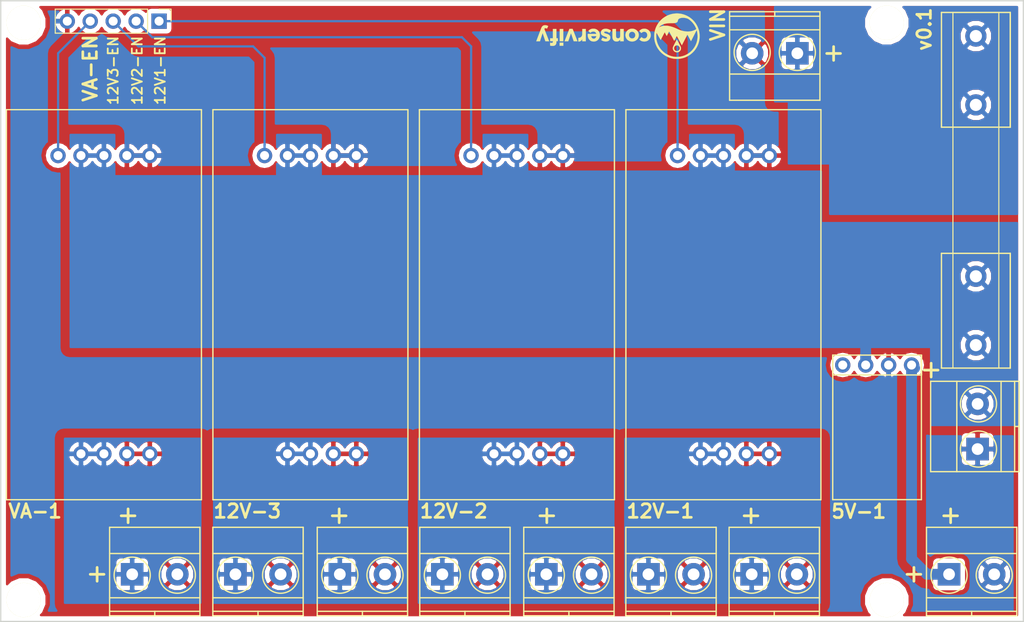
<source format=kicad_pcb>
(kicad_pcb (version 4) (host pcbnew 4.0.6)

  (general
    (links 56)
    (no_connects 0)
    (area 80.080476 46.655666 197.6655 119.89635)
    (thickness 1.6)
    (drawings 27)
    (tracks 29)
    (zones 0)
    (modules 22)
    (nets 14)
  )

  (page A4)
  (layers
    (0 F.Cu signal)
    (31 B.Cu signal)
    (32 B.Adhes user)
    (33 F.Adhes user)
    (34 B.Paste user)
    (35 F.Paste user)
    (36 B.SilkS user)
    (37 F.SilkS user)
    (38 B.Mask user)
    (39 F.Mask user)
    (40 Dwgs.User user)
    (41 Cmts.User user)
    (42 Eco1.User user)
    (43 Eco2.User user)
    (44 Edge.Cuts user)
    (45 Margin user)
    (46 B.CrtYd user)
    (47 F.CrtYd user)
    (48 B.Fab user)
    (49 F.Fab user)
  )

  (setup
    (last_trace_width 0.25)
    (user_trace_width 0.8)
    (user_trace_width 1.2)
    (trace_clearance 0.2)
    (zone_clearance 1)
    (zone_45_only no)
    (trace_min 0.2)
    (segment_width 0.2)
    (edge_width 0.15)
    (via_size 0.6)
    (via_drill 0.4)
    (via_min_size 0.4)
    (via_min_drill 0.3)
    (uvia_size 0.3)
    (uvia_drill 0.1)
    (uvias_allowed no)
    (uvia_min_size 0.2)
    (uvia_min_drill 0.1)
    (pcb_text_width 0.3)
    (pcb_text_size 1.5 1.5)
    (mod_edge_width 0.15)
    (mod_text_size 1 1)
    (mod_text_width 0.15)
    (pad_size 1.524 1.524)
    (pad_drill 0.762)
    (pad_to_mask_clearance 0.2)
    (aux_axis_origin 0 0)
    (visible_elements 7FFFFF7F)
    (pcbplotparams
      (layerselection 0x01030_80000001)
      (usegerberextensions false)
      (excludeedgelayer true)
      (linewidth 0.100000)
      (plotframeref false)
      (viasonmask false)
      (mode 1)
      (useauxorigin false)
      (hpglpennumber 1)
      (hpglpenspeed 20)
      (hpglpendiameter 15)
      (hpglpenoverlay 2)
      (psnegative false)
      (psa4output false)
      (plotreference true)
      (plotvalue true)
      (plotinvisibletext false)
      (padsonsilk false)
      (subtractmaskfromsilk false)
      (outputformat 1)
      (mirror false)
      (drillshape 0)
      (scaleselection 1)
      (outputdirectory gerbers/))
  )

  (net 0 "")
  (net 1 GND)
  (net 2 /VRAW)
  (net 3 /5V0_1)
  (net 4 /12V0_1)
  (net 5 /12V0_2)
  (net 6 /VADJ_1)
  (net 7 /5V0_1_EN)
  (net 8 /12V0_1_EN)
  (net 9 /12V0_2_EN)
  (net 10 /VADJ_1_EN)
  (net 11 /12V0_3)
  (net 12 /12V0_3_EN)
  (net 13 /VIN)

  (net_class Default "This is the default net class."
    (clearance 0.2)
    (trace_width 0.25)
    (via_dia 0.6)
    (via_drill 0.4)
    (uvia_dia 0.3)
    (uvia_drill 0.1)
    (add_net /12V0_1)
    (add_net /12V0_1_EN)
    (add_net /12V0_2)
    (add_net /12V0_2_EN)
    (add_net /12V0_3)
    (add_net /12V0_3_EN)
    (add_net /5V0_1)
    (add_net /5V0_1_EN)
    (add_net /VADJ_1)
    (add_net /VADJ_1_EN)
    (add_net /VIN)
    (add_net /VRAW)
    (add_net GND)
  )

  (module conservify:pololu-vreg (layer F.Cu) (tedit 58FA8828) (tstamp 58FA656C)
    (at 179.57026 89.75655 180)
    (path /58FA5FFD)
    (fp_text reference U1 (at 0 2.3 180) (layer F.SilkS) hide
      (effects (font (size 1.2 1.2) (thickness 0.15)))
    )
    (fp_text value pololu-vreg (at 0 -2.3 180) (layer F.Fab) hide
      (effects (font (size 1 1) (thickness 0.15)))
    )
    (fp_line (start -4.9 -14.9) (end -4.9 1.1) (layer F.SilkS) (width 0.15))
    (fp_line (start 4.92 -14.9) (end -4.9 -14.9) (layer F.SilkS) (width 0.15))
    (fp_line (start 4.91 1.11) (end 4.92 -14.9) (layer F.SilkS) (width 0.15))
    (fp_line (start -4.91 -1.1) (end 4.91 -1.1) (layer F.SilkS) (width 0.15))
    (fp_line (start 4.91 -1.1) (end 4.91 1.1) (layer F.SilkS) (width 0.15))
    (fp_line (start 4.91 1.1) (end -4.91 1.1) (layer F.SilkS) (width 0.15))
    (fp_line (start -4.91 1.1) (end -4.91 -1.1) (layer F.SilkS) (width 0.15))
    (pad 1 thru_hole oval (at -3.81 0 180) (size 1.7 1.7) (drill 1) (layers *.Cu *.Mask)
      (net 3 /5V0_1))
    (pad 2 thru_hole oval (at -1.27 0 180) (size 1.7 1.7) (drill 1) (layers *.Cu *.Mask)
      (net 1 GND))
    (pad 3 thru_hole oval (at 1.27 0 180) (size 1.7 1.7) (drill 1) (layers *.Cu *.Mask)
      (net 2 /VRAW))
    (pad 4 thru_hole oval (at 3.81 0 180) (size 1.7 1.7) (drill 1) (layers *.Cu *.Mask)
      (net 7 /5V0_1_EN))
  )

  (module Socket_Strips:Socket_Strip_Straight_1x05_Pitch2.54mm (layer F.Cu) (tedit 58FE3D0E) (tstamp 58FE7364)
    (at 100.076 51.689 270)
    (descr "Through hole straight socket strip, 1x05, 2.54mm pitch, single row")
    (tags "Through hole socket strip THT 1x05 2.54mm single row")
    (path /58FE3D5C)
    (fp_text reference J9 (at 0 -2.33 270) (layer F.SilkS) hide
      (effects (font (size 1 1) (thickness 0.15)))
    )
    (fp_text value CONN_01X05 (at 0 12.49 270) (layer F.Fab) hide
      (effects (font (size 1 1) (thickness 0.15)))
    )
    (fp_line (start -1.27 -1.27) (end -1.27 11.43) (layer F.Fab) (width 0.1))
    (fp_line (start -1.27 11.43) (end 1.27 11.43) (layer F.Fab) (width 0.1))
    (fp_line (start 1.27 11.43) (end 1.27 -1.27) (layer F.Fab) (width 0.1))
    (fp_line (start 1.27 -1.27) (end -1.27 -1.27) (layer F.Fab) (width 0.1))
    (fp_line (start -1.33 1.27) (end -1.33 11.49) (layer F.SilkS) (width 0.12))
    (fp_line (start -1.33 11.49) (end 1.33 11.49) (layer F.SilkS) (width 0.12))
    (fp_line (start 1.33 11.49) (end 1.33 1.27) (layer F.SilkS) (width 0.12))
    (fp_line (start 1.33 1.27) (end -1.33 1.27) (layer F.SilkS) (width 0.12))
    (fp_line (start -1.33 0) (end -1.33 -1.33) (layer F.SilkS) (width 0.12))
    (fp_line (start -1.33 -1.33) (end 0 -1.33) (layer F.SilkS) (width 0.12))
    (fp_line (start -1.8 -1.8) (end -1.8 11.95) (layer F.CrtYd) (width 0.05))
    (fp_line (start -1.8 11.95) (end 1.8 11.95) (layer F.CrtYd) (width 0.05))
    (fp_line (start 1.8 11.95) (end 1.8 -1.8) (layer F.CrtYd) (width 0.05))
    (fp_line (start 1.8 -1.8) (end -1.8 -1.8) (layer F.CrtYd) (width 0.05))
    (fp_text user %R (at 0 -2.33 270) (layer F.Fab) hide
      (effects (font (size 1 1) (thickness 0.15)))
    )
    (pad 1 thru_hole rect (at 0 0 270) (size 1.7 1.7) (drill 1) (layers *.Cu *.Mask)
      (net 12 /12V0_3_EN))
    (pad 2 thru_hole oval (at 0 2.54 270) (size 1.7 1.7) (drill 1) (layers *.Cu *.Mask)
      (net 8 /12V0_1_EN))
    (pad 3 thru_hole oval (at 0 5.08 270) (size 1.7 1.7) (drill 1) (layers *.Cu *.Mask)
      (net 9 /12V0_2_EN))
    (pad 4 thru_hole oval (at 0 7.62 270) (size 1.7 1.7) (drill 1) (layers *.Cu *.Mask)
      (net 10 /VADJ_1_EN))
    (pad 5 thru_hole oval (at 0 10.16 270) (size 1.7 1.7) (drill 1) (layers *.Cu *.Mask)
      (net 1 GND))
    (model ${KISYS3DMOD}/Socket_Strips.3dshapes/Socket_Strip_Straight_1x05_Pitch2.54mm.wrl
      (at (xyz 0 -0.2 0))
      (scale (xyz 1 1 1))
      (rotate (xyz 0 0 270))
    )
  )

  (module conservify:pololu-vreg-adjustable (layer F.Cu) (tedit 58FFC34B) (tstamp 58FFCA40)
    (at 163.82226 81.80635 90)
    (path /58FE353A)
    (fp_text reference U2 (at 0 2.54 90) (layer F.SilkS) hide
      (effects (font (size 1 1) (thickness 0.15)))
    )
    (fp_text value pololu-vreg (at 0 -1.27 90) (layer F.Fab) hide
      (effects (font (size 1 1) (thickness 0.15)))
    )
    (fp_line (start -22.86 9.525) (end -22.86 -12.065) (layer F.SilkS) (width 0.15))
    (fp_line (start 20.32 9.525) (end -22.86 9.525) (layer F.SilkS) (width 0.15))
    (fp_line (start 20.32 -12.065) (end 20.32 9.525) (layer F.SilkS) (width 0.15))
    (fp_line (start -22.86 -12.065) (end 20.32 -12.065) (layer F.SilkS) (width 0.15))
    (pad 3 thru_hole oval (at 15.24 -3.81 90) (size 1.7 1.7) (drill 1) (layers *.Cu *.Mask)
      (net 2 /VRAW))
    (pad 3 thru_hole oval (at 15.24 -1.27 90) (size 1.7 1.7) (drill 1) (layers *.Cu *.Mask)
      (net 2 /VRAW))
    (pad 2 thru_hole oval (at 15.24 1.27 90) (size 1.7 1.7) (drill 1) (layers *.Cu *.Mask)
      (net 1 GND))
    (pad 2 thru_hole oval (at 15.24 3.81 90) (size 1.7 1.7) (drill 1) (layers *.Cu *.Mask)
      (net 1 GND))
    (pad 4 thru_hole oval (at 15.24 -6.35 90) (size 1.7 1.7) (drill 1) (layers *.Cu *.Mask)
      (net 12 /12V0_3_EN))
    (pad 1 thru_hole oval (at -17.78 -3.81 90) (size 1.7 1.7) (drill 1) (layers *.Cu *.Mask)
      (net 11 /12V0_3))
    (pad 1 thru_hole oval (at -17.78 -1.27 90) (size 1.7 1.7) (drill 1) (layers *.Cu *.Mask)
      (net 11 /12V0_3))
    (pad 2 thru_hole oval (at -17.78 1.27 90) (size 1.7 1.7) (drill 1) (layers *.Cu *.Mask)
      (net 1 GND))
    (pad 2 thru_hole oval (at -17.78 3.81 90) (size 1.7 1.7) (drill 1) (layers *.Cu *.Mask)
      (net 1 GND))
  )

  (module conservify:pololu-vreg-adjustable (layer F.Cu) (tedit 58FFC34B) (tstamp 58FFCA51)
    (at 140.96226 81.80635 90)
    (path /58FA64F5)
    (fp_text reference U3 (at 0 2.54 90) (layer F.SilkS) hide
      (effects (font (size 1 1) (thickness 0.15)))
    )
    (fp_text value pololu-vreg (at 0 -1.27 90) (layer F.Fab) hide
      (effects (font (size 1 1) (thickness 0.15)))
    )
    (fp_line (start -22.86 9.525) (end -22.86 -12.065) (layer F.SilkS) (width 0.15))
    (fp_line (start 20.32 9.525) (end -22.86 9.525) (layer F.SilkS) (width 0.15))
    (fp_line (start 20.32 -12.065) (end 20.32 9.525) (layer F.SilkS) (width 0.15))
    (fp_line (start -22.86 -12.065) (end 20.32 -12.065) (layer F.SilkS) (width 0.15))
    (pad 3 thru_hole oval (at 15.24 -3.81 90) (size 1.7 1.7) (drill 1) (layers *.Cu *.Mask)
      (net 2 /VRAW))
    (pad 3 thru_hole oval (at 15.24 -1.27 90) (size 1.7 1.7) (drill 1) (layers *.Cu *.Mask)
      (net 2 /VRAW))
    (pad 2 thru_hole oval (at 15.24 1.27 90) (size 1.7 1.7) (drill 1) (layers *.Cu *.Mask)
      (net 1 GND))
    (pad 2 thru_hole oval (at 15.24 3.81 90) (size 1.7 1.7) (drill 1) (layers *.Cu *.Mask)
      (net 1 GND))
    (pad 4 thru_hole oval (at 15.24 -6.35 90) (size 1.7 1.7) (drill 1) (layers *.Cu *.Mask)
      (net 8 /12V0_1_EN))
    (pad 1 thru_hole oval (at -17.78 -3.81 90) (size 1.7 1.7) (drill 1) (layers *.Cu *.Mask)
      (net 4 /12V0_1))
    (pad 1 thru_hole oval (at -17.78 -1.27 90) (size 1.7 1.7) (drill 1) (layers *.Cu *.Mask)
      (net 4 /12V0_1))
    (pad 2 thru_hole oval (at -17.78 1.27 90) (size 1.7 1.7) (drill 1) (layers *.Cu *.Mask)
      (net 1 GND))
    (pad 2 thru_hole oval (at -17.78 3.81 90) (size 1.7 1.7) (drill 1) (layers *.Cu *.Mask)
      (net 1 GND))
  )

  (module conservify:pololu-vreg-adjustable (layer F.Cu) (tedit 58FFC34B) (tstamp 58FFCA62)
    (at 118.10226 81.80635 90)
    (path /58FA6503)
    (fp_text reference U4 (at 0 2.54 90) (layer F.SilkS) hide
      (effects (font (size 1 1) (thickness 0.15)))
    )
    (fp_text value pololu-vreg (at 0 -1.27 90) (layer F.Fab) hide
      (effects (font (size 1 1) (thickness 0.15)))
    )
    (fp_line (start -22.86 9.525) (end -22.86 -12.065) (layer F.SilkS) (width 0.15))
    (fp_line (start 20.32 9.525) (end -22.86 9.525) (layer F.SilkS) (width 0.15))
    (fp_line (start 20.32 -12.065) (end 20.32 9.525) (layer F.SilkS) (width 0.15))
    (fp_line (start -22.86 -12.065) (end 20.32 -12.065) (layer F.SilkS) (width 0.15))
    (pad 3 thru_hole oval (at 15.24 -3.81 90) (size 1.7 1.7) (drill 1) (layers *.Cu *.Mask)
      (net 2 /VRAW))
    (pad 3 thru_hole oval (at 15.24 -1.27 90) (size 1.7 1.7) (drill 1) (layers *.Cu *.Mask)
      (net 2 /VRAW))
    (pad 2 thru_hole oval (at 15.24 1.27 90) (size 1.7 1.7) (drill 1) (layers *.Cu *.Mask)
      (net 1 GND))
    (pad 2 thru_hole oval (at 15.24 3.81 90) (size 1.7 1.7) (drill 1) (layers *.Cu *.Mask)
      (net 1 GND))
    (pad 4 thru_hole oval (at 15.24 -6.35 90) (size 1.7 1.7) (drill 1) (layers *.Cu *.Mask)
      (net 9 /12V0_2_EN))
    (pad 1 thru_hole oval (at -17.78 -3.81 90) (size 1.7 1.7) (drill 1) (layers *.Cu *.Mask)
      (net 5 /12V0_2))
    (pad 1 thru_hole oval (at -17.78 -1.27 90) (size 1.7 1.7) (drill 1) (layers *.Cu *.Mask)
      (net 5 /12V0_2))
    (pad 2 thru_hole oval (at -17.78 1.27 90) (size 1.7 1.7) (drill 1) (layers *.Cu *.Mask)
      (net 1 GND))
    (pad 2 thru_hole oval (at -17.78 3.81 90) (size 1.7 1.7) (drill 1) (layers *.Cu *.Mask)
      (net 1 GND))
  )

  (module conservify:pololu-vreg-adjustable (layer F.Cu) (tedit 58FFC34B) (tstamp 58FFCA73)
    (at 95.24226 81.80635 90)
    (path /58FA671E)
    (fp_text reference U5 (at 0 2.54 90) (layer F.SilkS) hide
      (effects (font (size 1 1) (thickness 0.15)))
    )
    (fp_text value pololu-vreg (at 0 -1.27 90) (layer F.Fab) hide
      (effects (font (size 1 1) (thickness 0.15)))
    )
    (fp_line (start -22.86 9.525) (end -22.86 -12.065) (layer F.SilkS) (width 0.15))
    (fp_line (start 20.32 9.525) (end -22.86 9.525) (layer F.SilkS) (width 0.15))
    (fp_line (start 20.32 -12.065) (end 20.32 9.525) (layer F.SilkS) (width 0.15))
    (fp_line (start -22.86 -12.065) (end 20.32 -12.065) (layer F.SilkS) (width 0.15))
    (pad 3 thru_hole oval (at 15.24 -3.81 90) (size 1.7 1.7) (drill 1) (layers *.Cu *.Mask)
      (net 2 /VRAW))
    (pad 3 thru_hole oval (at 15.24 -1.27 90) (size 1.7 1.7) (drill 1) (layers *.Cu *.Mask)
      (net 2 /VRAW))
    (pad 2 thru_hole oval (at 15.24 1.27 90) (size 1.7 1.7) (drill 1) (layers *.Cu *.Mask)
      (net 1 GND))
    (pad 2 thru_hole oval (at 15.24 3.81 90) (size 1.7 1.7) (drill 1) (layers *.Cu *.Mask)
      (net 1 GND))
    (pad 4 thru_hole oval (at 15.24 -6.35 90) (size 1.7 1.7) (drill 1) (layers *.Cu *.Mask)
      (net 10 /VADJ_1_EN))
    (pad 1 thru_hole oval (at -17.78 -3.81 90) (size 1.7 1.7) (drill 1) (layers *.Cu *.Mask)
      (net 6 /VADJ_1))
    (pad 1 thru_hole oval (at -17.78 -1.27 90) (size 1.7 1.7) (drill 1) (layers *.Cu *.Mask)
      (net 6 /VADJ_1))
    (pad 2 thru_hole oval (at -17.78 1.27 90) (size 1.7 1.7) (drill 1) (layers *.Cu *.Mask)
      (net 1 GND))
    (pad 2 thru_hole oval (at -17.78 3.81 90) (size 1.7 1.7) (drill 1) (layers *.Cu *.Mask)
      (net 1 GND))
  )

  (module Connectors_Terminal_Blocks:TerminalBlock_Pheonix_MKDS1.5-2pol (layer F.Cu) (tedit 59023CDD) (tstamp 590005FB)
    (at 170.735 55.245 180)
    (descr "2-way 5mm pitch terminal block, Phoenix MKDS series")
    (path /58FA5FA2)
    (fp_text reference J1 (at 2.5 5.9 180) (layer F.SilkS) hide
      (effects (font (size 1 1) (thickness 0.15)))
    )
    (fp_text value CONN_01X02 (at 2.5 -6.6 180) (layer F.Fab) hide
      (effects (font (size 1 1) (thickness 0.15)))
    )
    (fp_line (start -2.7 -5.4) (end 7.7 -5.4) (layer F.CrtYd) (width 0.05))
    (fp_line (start -2.7 4.8) (end -2.7 -5.4) (layer F.CrtYd) (width 0.05))
    (fp_line (start 7.7 4.8) (end -2.7 4.8) (layer F.CrtYd) (width 0.05))
    (fp_line (start 7.7 -5.4) (end 7.7 4.8) (layer F.CrtYd) (width 0.05))
    (fp_line (start 2.5 4.1) (end 2.5 4.6) (layer F.SilkS) (width 0.15))
    (fp_circle (center 5 0.1) (end 3 0.1) (layer F.SilkS) (width 0.15))
    (fp_circle (center 0 0.1) (end 2 0.1) (layer F.SilkS) (width 0.15))
    (fp_line (start -2.5 2.6) (end 7.5 2.6) (layer F.SilkS) (width 0.15))
    (fp_line (start -2.5 -2.3) (end 7.5 -2.3) (layer F.SilkS) (width 0.15))
    (fp_line (start -2.5 4.1) (end 7.5 4.1) (layer F.SilkS) (width 0.15))
    (fp_line (start -2.5 4.6) (end 7.5 4.6) (layer F.SilkS) (width 0.15))
    (fp_line (start 7.5 4.6) (end 7.5 -5.2) (layer F.SilkS) (width 0.15))
    (fp_line (start 7.5 -5.2) (end -2.5 -5.2) (layer F.SilkS) (width 0.15))
    (fp_line (start -2.5 -5.2) (end -2.5 4.6) (layer F.SilkS) (width 0.15))
    (pad 1 thru_hole rect (at 0 0 180) (size 2.5 2.5) (drill 1.3) (layers *.Cu *.Mask)
      (net 13 /VIN))
    (pad 2 thru_hole circle (at 5 0 180) (size 2.5 2.5) (drill 1.3) (layers *.Cu *.Mask)
      (net 1 GND))
    (model Terminal_Blocks.3dshapes/TerminalBlock_Pheonix_MKDS1.5-2pol.wrl
      (at (xyz 0.0984 0 0))
      (scale (xyz 1 1 1))
      (rotate (xyz 0 0 0))
    )
  )

  (module Connectors_Terminal_Blocks:TerminalBlock_Pheonix_MKDS1.5-2pol (layer F.Cu) (tedit 58FFCDB2) (tstamp 59000600)
    (at 187.532 112.92135)
    (descr "2-way 5mm pitch terminal block, Phoenix MKDS series")
    (path /58FA6300)
    (fp_text reference J2 (at 2.5 5.9) (layer F.SilkS) hide
      (effects (font (size 1 1) (thickness 0.15)))
    )
    (fp_text value CONN_01X02 (at 2.5 -6.6) (layer F.Fab) hide
      (effects (font (size 1 1) (thickness 0.15)))
    )
    (fp_line (start -2.7 -5.4) (end 7.7 -5.4) (layer F.CrtYd) (width 0.05))
    (fp_line (start -2.7 4.8) (end -2.7 -5.4) (layer F.CrtYd) (width 0.05))
    (fp_line (start 7.7 4.8) (end -2.7 4.8) (layer F.CrtYd) (width 0.05))
    (fp_line (start 7.7 -5.4) (end 7.7 4.8) (layer F.CrtYd) (width 0.05))
    (fp_line (start 2.5 4.1) (end 2.5 4.6) (layer F.SilkS) (width 0.15))
    (fp_circle (center 5 0.1) (end 3 0.1) (layer F.SilkS) (width 0.15))
    (fp_circle (center 0 0.1) (end 2 0.1) (layer F.SilkS) (width 0.15))
    (fp_line (start -2.5 2.6) (end 7.5 2.6) (layer F.SilkS) (width 0.15))
    (fp_line (start -2.5 -2.3) (end 7.5 -2.3) (layer F.SilkS) (width 0.15))
    (fp_line (start -2.5 4.1) (end 7.5 4.1) (layer F.SilkS) (width 0.15))
    (fp_line (start -2.5 4.6) (end 7.5 4.6) (layer F.SilkS) (width 0.15))
    (fp_line (start 7.5 4.6) (end 7.5 -5.2) (layer F.SilkS) (width 0.15))
    (fp_line (start 7.5 -5.2) (end -2.5 -5.2) (layer F.SilkS) (width 0.15))
    (fp_line (start -2.5 -5.2) (end -2.5 4.6) (layer F.SilkS) (width 0.15))
    (pad 1 thru_hole rect (at 0 0) (size 2.5 2.5) (drill 1.3) (layers *.Cu *.Mask)
      (net 3 /5V0_1))
    (pad 2 thru_hole circle (at 5 0) (size 2.5 2.5) (drill 1.3) (layers *.Cu *.Mask)
      (net 1 GND))
    (model Terminal_Blocks.3dshapes/TerminalBlock_Pheonix_MKDS1.5-2pol.wrl
      (at (xyz 0.0984 0 0))
      (scale (xyz 1 1 1))
      (rotate (xyz 0 0 0))
    )
  )

  (module Connectors_Terminal_Blocks:TerminalBlock_Pheonix_MKDS1.5-2pol (layer F.Cu) (tedit 58FFCDA8) (tstamp 59000605)
    (at 154.25026 112.92135)
    (descr "2-way 5mm pitch terminal block, Phoenix MKDS series")
    (path /58FE3552)
    (fp_text reference J3 (at 2.5 5.9) (layer F.SilkS) hide
      (effects (font (size 1 1) (thickness 0.15)))
    )
    (fp_text value CONN_01X02 (at 2.5 -6.6) (layer F.Fab) hide
      (effects (font (size 1 1) (thickness 0.15)))
    )
    (fp_line (start -2.7 -5.4) (end 7.7 -5.4) (layer F.CrtYd) (width 0.05))
    (fp_line (start -2.7 4.8) (end -2.7 -5.4) (layer F.CrtYd) (width 0.05))
    (fp_line (start 7.7 4.8) (end -2.7 4.8) (layer F.CrtYd) (width 0.05))
    (fp_line (start 7.7 -5.4) (end 7.7 4.8) (layer F.CrtYd) (width 0.05))
    (fp_line (start 2.5 4.1) (end 2.5 4.6) (layer F.SilkS) (width 0.15))
    (fp_circle (center 5 0.1) (end 3 0.1) (layer F.SilkS) (width 0.15))
    (fp_circle (center 0 0.1) (end 2 0.1) (layer F.SilkS) (width 0.15))
    (fp_line (start -2.5 2.6) (end 7.5 2.6) (layer F.SilkS) (width 0.15))
    (fp_line (start -2.5 -2.3) (end 7.5 -2.3) (layer F.SilkS) (width 0.15))
    (fp_line (start -2.5 4.1) (end 7.5 4.1) (layer F.SilkS) (width 0.15))
    (fp_line (start -2.5 4.6) (end 7.5 4.6) (layer F.SilkS) (width 0.15))
    (fp_line (start 7.5 4.6) (end 7.5 -5.2) (layer F.SilkS) (width 0.15))
    (fp_line (start 7.5 -5.2) (end -2.5 -5.2) (layer F.SilkS) (width 0.15))
    (fp_line (start -2.5 -5.2) (end -2.5 4.6) (layer F.SilkS) (width 0.15))
    (pad 1 thru_hole rect (at 0 0) (size 2.5 2.5) (drill 1.3) (layers *.Cu *.Mask)
      (net 11 /12V0_3))
    (pad 2 thru_hole circle (at 5 0) (size 2.5 2.5) (drill 1.3) (layers *.Cu *.Mask)
      (net 1 GND))
    (model Terminal_Blocks.3dshapes/TerminalBlock_Pheonix_MKDS1.5-2pol.wrl
      (at (xyz 0.0984 0 0))
      (scale (xyz 1 1 1))
      (rotate (xyz 0 0 0))
    )
  )

  (module Connectors_Terminal_Blocks:TerminalBlock_Pheonix_MKDS1.5-2pol (layer F.Cu) (tedit 58FFCDA0) (tstamp 5900060A)
    (at 142.94726 112.92135)
    (descr "2-way 5mm pitch terminal block, Phoenix MKDS series")
    (path /58FA6511)
    (fp_text reference J4 (at 2.5 5.9) (layer F.SilkS) hide
      (effects (font (size 1 1) (thickness 0.15)))
    )
    (fp_text value CONN_01X02 (at 2.5 -6.6) (layer F.Fab) hide
      (effects (font (size 1 1) (thickness 0.15)))
    )
    (fp_line (start -2.7 -5.4) (end 7.7 -5.4) (layer F.CrtYd) (width 0.05))
    (fp_line (start -2.7 4.8) (end -2.7 -5.4) (layer F.CrtYd) (width 0.05))
    (fp_line (start 7.7 4.8) (end -2.7 4.8) (layer F.CrtYd) (width 0.05))
    (fp_line (start 7.7 -5.4) (end 7.7 4.8) (layer F.CrtYd) (width 0.05))
    (fp_line (start 2.5 4.1) (end 2.5 4.6) (layer F.SilkS) (width 0.15))
    (fp_circle (center 5 0.1) (end 3 0.1) (layer F.SilkS) (width 0.15))
    (fp_circle (center 0 0.1) (end 2 0.1) (layer F.SilkS) (width 0.15))
    (fp_line (start -2.5 2.6) (end 7.5 2.6) (layer F.SilkS) (width 0.15))
    (fp_line (start -2.5 -2.3) (end 7.5 -2.3) (layer F.SilkS) (width 0.15))
    (fp_line (start -2.5 4.1) (end 7.5 4.1) (layer F.SilkS) (width 0.15))
    (fp_line (start -2.5 4.6) (end 7.5 4.6) (layer F.SilkS) (width 0.15))
    (fp_line (start 7.5 4.6) (end 7.5 -5.2) (layer F.SilkS) (width 0.15))
    (fp_line (start 7.5 -5.2) (end -2.5 -5.2) (layer F.SilkS) (width 0.15))
    (fp_line (start -2.5 -5.2) (end -2.5 4.6) (layer F.SilkS) (width 0.15))
    (pad 1 thru_hole rect (at 0 0) (size 2.5 2.5) (drill 1.3) (layers *.Cu *.Mask)
      (net 4 /12V0_1))
    (pad 2 thru_hole circle (at 5 0) (size 2.5 2.5) (drill 1.3) (layers *.Cu *.Mask)
      (net 1 GND))
    (model Terminal_Blocks.3dshapes/TerminalBlock_Pheonix_MKDS1.5-2pol.wrl
      (at (xyz 0.0984 0 0))
      (scale (xyz 1 1 1))
      (rotate (xyz 0 0 0))
    )
  )

  (module Connectors_Terminal_Blocks:TerminalBlock_Pheonix_MKDS1.5-2pol (layer F.Cu) (tedit 58FFCD97) (tstamp 5900060F)
    (at 120.08726 112.92135)
    (descr "2-way 5mm pitch terminal block, Phoenix MKDS series")
    (path /58FA6517)
    (fp_text reference J5 (at 2.5 5.9) (layer F.SilkS) hide
      (effects (font (size 1 1) (thickness 0.15)))
    )
    (fp_text value CONN_01X02 (at 2.5 -6.6) (layer F.Fab) hide
      (effects (font (size 1 1) (thickness 0.15)))
    )
    (fp_line (start -2.7 -5.4) (end 7.7 -5.4) (layer F.CrtYd) (width 0.05))
    (fp_line (start -2.7 4.8) (end -2.7 -5.4) (layer F.CrtYd) (width 0.05))
    (fp_line (start 7.7 4.8) (end -2.7 4.8) (layer F.CrtYd) (width 0.05))
    (fp_line (start 7.7 -5.4) (end 7.7 4.8) (layer F.CrtYd) (width 0.05))
    (fp_line (start 2.5 4.1) (end 2.5 4.6) (layer F.SilkS) (width 0.15))
    (fp_circle (center 5 0.1) (end 3 0.1) (layer F.SilkS) (width 0.15))
    (fp_circle (center 0 0.1) (end 2 0.1) (layer F.SilkS) (width 0.15))
    (fp_line (start -2.5 2.6) (end 7.5 2.6) (layer F.SilkS) (width 0.15))
    (fp_line (start -2.5 -2.3) (end 7.5 -2.3) (layer F.SilkS) (width 0.15))
    (fp_line (start -2.5 4.1) (end 7.5 4.1) (layer F.SilkS) (width 0.15))
    (fp_line (start -2.5 4.6) (end 7.5 4.6) (layer F.SilkS) (width 0.15))
    (fp_line (start 7.5 4.6) (end 7.5 -5.2) (layer F.SilkS) (width 0.15))
    (fp_line (start 7.5 -5.2) (end -2.5 -5.2) (layer F.SilkS) (width 0.15))
    (fp_line (start -2.5 -5.2) (end -2.5 4.6) (layer F.SilkS) (width 0.15))
    (pad 1 thru_hole rect (at 0 0) (size 2.5 2.5) (drill 1.3) (layers *.Cu *.Mask)
      (net 5 /12V0_2))
    (pad 2 thru_hole circle (at 5 0) (size 2.5 2.5) (drill 1.3) (layers *.Cu *.Mask)
      (net 1 GND))
    (model Terminal_Blocks.3dshapes/TerminalBlock_Pheonix_MKDS1.5-2pol.wrl
      (at (xyz 0.0984 0 0))
      (scale (xyz 1 1 1))
      (rotate (xyz 0 0 0))
    )
  )

  (module Connectors_Terminal_Blocks:TerminalBlock_Pheonix_MKDS1.5-2pol (layer F.Cu) (tedit 58FFCD8C) (tstamp 59000614)
    (at 97.10026 112.92135)
    (descr "2-way 5mm pitch terminal block, Phoenix MKDS series")
    (path /58FA673A)
    (fp_text reference J6 (at 2.5 5.9) (layer F.SilkS) hide
      (effects (font (size 1 1) (thickness 0.15)))
    )
    (fp_text value CONN_01X02 (at 2.5 -6.6) (layer F.Fab) hide
      (effects (font (size 1 1) (thickness 0.15)))
    )
    (fp_line (start -2.7 -5.4) (end 7.7 -5.4) (layer F.CrtYd) (width 0.05))
    (fp_line (start -2.7 4.8) (end -2.7 -5.4) (layer F.CrtYd) (width 0.05))
    (fp_line (start 7.7 4.8) (end -2.7 4.8) (layer F.CrtYd) (width 0.05))
    (fp_line (start 7.7 -5.4) (end 7.7 4.8) (layer F.CrtYd) (width 0.05))
    (fp_line (start 2.5 4.1) (end 2.5 4.6) (layer F.SilkS) (width 0.15))
    (fp_circle (center 5 0.1) (end 3 0.1) (layer F.SilkS) (width 0.15))
    (fp_circle (center 0 0.1) (end 2 0.1) (layer F.SilkS) (width 0.15))
    (fp_line (start -2.5 2.6) (end 7.5 2.6) (layer F.SilkS) (width 0.15))
    (fp_line (start -2.5 -2.3) (end 7.5 -2.3) (layer F.SilkS) (width 0.15))
    (fp_line (start -2.5 4.1) (end 7.5 4.1) (layer F.SilkS) (width 0.15))
    (fp_line (start -2.5 4.6) (end 7.5 4.6) (layer F.SilkS) (width 0.15))
    (fp_line (start 7.5 4.6) (end 7.5 -5.2) (layer F.SilkS) (width 0.15))
    (fp_line (start 7.5 -5.2) (end -2.5 -5.2) (layer F.SilkS) (width 0.15))
    (fp_line (start -2.5 -5.2) (end -2.5 4.6) (layer F.SilkS) (width 0.15))
    (pad 1 thru_hole rect (at 0 0) (size 2.5 2.5) (drill 1.3) (layers *.Cu *.Mask)
      (net 6 /VADJ_1))
    (pad 2 thru_hole circle (at 5 0) (size 2.5 2.5) (drill 1.3) (layers *.Cu *.Mask)
      (net 1 GND))
    (model Terminal_Blocks.3dshapes/TerminalBlock_Pheonix_MKDS1.5-2pol.wrl
      (at (xyz 0.0984 0 0))
      (scale (xyz 1 1 1))
      (rotate (xyz 0 0 0))
    )
  )

  (module Connectors_Terminal_Blocks:TerminalBlock_Pheonix_MKDS1.5-2pol (layer F.Cu) (tedit 58FFCDAD) (tstamp 59000619)
    (at 165.68026 112.92135)
    (descr "2-way 5mm pitch terminal block, Phoenix MKDS series")
    (path /58FE3544)
    (fp_text reference J7 (at 2.5 5.9) (layer F.SilkS) hide
      (effects (font (size 1 1) (thickness 0.15)))
    )
    (fp_text value CONN_01X02 (at 2.5 -6.6) (layer F.Fab) hide
      (effects (font (size 1 1) (thickness 0.15)))
    )
    (fp_line (start -2.7 -5.4) (end 7.7 -5.4) (layer F.CrtYd) (width 0.05))
    (fp_line (start -2.7 4.8) (end -2.7 -5.4) (layer F.CrtYd) (width 0.05))
    (fp_line (start 7.7 4.8) (end -2.7 4.8) (layer F.CrtYd) (width 0.05))
    (fp_line (start 7.7 -5.4) (end 7.7 4.8) (layer F.CrtYd) (width 0.05))
    (fp_line (start 2.5 4.1) (end 2.5 4.6) (layer F.SilkS) (width 0.15))
    (fp_circle (center 5 0.1) (end 3 0.1) (layer F.SilkS) (width 0.15))
    (fp_circle (center 0 0.1) (end 2 0.1) (layer F.SilkS) (width 0.15))
    (fp_line (start -2.5 2.6) (end 7.5 2.6) (layer F.SilkS) (width 0.15))
    (fp_line (start -2.5 -2.3) (end 7.5 -2.3) (layer F.SilkS) (width 0.15))
    (fp_line (start -2.5 4.1) (end 7.5 4.1) (layer F.SilkS) (width 0.15))
    (fp_line (start -2.5 4.6) (end 7.5 4.6) (layer F.SilkS) (width 0.15))
    (fp_line (start 7.5 4.6) (end 7.5 -5.2) (layer F.SilkS) (width 0.15))
    (fp_line (start 7.5 -5.2) (end -2.5 -5.2) (layer F.SilkS) (width 0.15))
    (fp_line (start -2.5 -5.2) (end -2.5 4.6) (layer F.SilkS) (width 0.15))
    (pad 1 thru_hole rect (at 0 0) (size 2.5 2.5) (drill 1.3) (layers *.Cu *.Mask)
      (net 11 /12V0_3))
    (pad 2 thru_hole circle (at 5 0) (size 2.5 2.5) (drill 1.3) (layers *.Cu *.Mask)
      (net 1 GND))
    (model Terminal_Blocks.3dshapes/TerminalBlock_Pheonix_MKDS1.5-2pol.wrl
      (at (xyz 0.0984 0 0))
      (scale (xyz 1 1 1))
      (rotate (xyz 0 0 0))
    )
  )

  (module Connectors_Terminal_Blocks:TerminalBlock_Pheonix_MKDS1.5-2pol (layer F.Cu) (tedit 58FFCD9B) (tstamp 59000623)
    (at 131.43726 112.92135)
    (descr "2-way 5mm pitch terminal block, Phoenix MKDS series")
    (path /58FA8646)
    (fp_text reference J10 (at 2.5 5.9) (layer F.SilkS) hide
      (effects (font (size 1 1) (thickness 0.15)))
    )
    (fp_text value CONN_01X02 (at 2.5 -6.6) (layer F.Fab) hide
      (effects (font (size 1 1) (thickness 0.15)))
    )
    (fp_line (start -2.7 -5.4) (end 7.7 -5.4) (layer F.CrtYd) (width 0.05))
    (fp_line (start -2.7 4.8) (end -2.7 -5.4) (layer F.CrtYd) (width 0.05))
    (fp_line (start 7.7 4.8) (end -2.7 4.8) (layer F.CrtYd) (width 0.05))
    (fp_line (start 7.7 -5.4) (end 7.7 4.8) (layer F.CrtYd) (width 0.05))
    (fp_line (start 2.5 4.1) (end 2.5 4.6) (layer F.SilkS) (width 0.15))
    (fp_circle (center 5 0.1) (end 3 0.1) (layer F.SilkS) (width 0.15))
    (fp_circle (center 0 0.1) (end 2 0.1) (layer F.SilkS) (width 0.15))
    (fp_line (start -2.5 2.6) (end 7.5 2.6) (layer F.SilkS) (width 0.15))
    (fp_line (start -2.5 -2.3) (end 7.5 -2.3) (layer F.SilkS) (width 0.15))
    (fp_line (start -2.5 4.1) (end 7.5 4.1) (layer F.SilkS) (width 0.15))
    (fp_line (start -2.5 4.6) (end 7.5 4.6) (layer F.SilkS) (width 0.15))
    (fp_line (start 7.5 4.6) (end 7.5 -5.2) (layer F.SilkS) (width 0.15))
    (fp_line (start 7.5 -5.2) (end -2.5 -5.2) (layer F.SilkS) (width 0.15))
    (fp_line (start -2.5 -5.2) (end -2.5 4.6) (layer F.SilkS) (width 0.15))
    (pad 1 thru_hole rect (at 0 0) (size 2.5 2.5) (drill 1.3) (layers *.Cu *.Mask)
      (net 4 /12V0_1))
    (pad 2 thru_hole circle (at 5 0) (size 2.5 2.5) (drill 1.3) (layers *.Cu *.Mask)
      (net 1 GND))
    (model Terminal_Blocks.3dshapes/TerminalBlock_Pheonix_MKDS1.5-2pol.wrl
      (at (xyz 0.0984 0 0))
      (scale (xyz 1 1 1))
      (rotate (xyz 0 0 0))
    )
  )

  (module Connectors_Terminal_Blocks:TerminalBlock_Pheonix_MKDS1.5-2pol (layer F.Cu) (tedit 58FFCD91) (tstamp 59000628)
    (at 108.53026 112.92135)
    (descr "2-way 5mm pitch terminal block, Phoenix MKDS series")
    (path /58FA8689)
    (fp_text reference J11 (at 2.5 5.9) (layer F.SilkS) hide
      (effects (font (size 1 1) (thickness 0.15)))
    )
    (fp_text value CONN_01X02 (at 2.5 -6.6) (layer F.Fab) hide
      (effects (font (size 1 1) (thickness 0.15)))
    )
    (fp_line (start -2.7 -5.4) (end 7.7 -5.4) (layer F.CrtYd) (width 0.05))
    (fp_line (start -2.7 4.8) (end -2.7 -5.4) (layer F.CrtYd) (width 0.05))
    (fp_line (start 7.7 4.8) (end -2.7 4.8) (layer F.CrtYd) (width 0.05))
    (fp_line (start 7.7 -5.4) (end 7.7 4.8) (layer F.CrtYd) (width 0.05))
    (fp_line (start 2.5 4.1) (end 2.5 4.6) (layer F.SilkS) (width 0.15))
    (fp_circle (center 5 0.1) (end 3 0.1) (layer F.SilkS) (width 0.15))
    (fp_circle (center 0 0.1) (end 2 0.1) (layer F.SilkS) (width 0.15))
    (fp_line (start -2.5 2.6) (end 7.5 2.6) (layer F.SilkS) (width 0.15))
    (fp_line (start -2.5 -2.3) (end 7.5 -2.3) (layer F.SilkS) (width 0.15))
    (fp_line (start -2.5 4.1) (end 7.5 4.1) (layer F.SilkS) (width 0.15))
    (fp_line (start -2.5 4.6) (end 7.5 4.6) (layer F.SilkS) (width 0.15))
    (fp_line (start 7.5 4.6) (end 7.5 -5.2) (layer F.SilkS) (width 0.15))
    (fp_line (start 7.5 -5.2) (end -2.5 -5.2) (layer F.SilkS) (width 0.15))
    (fp_line (start -2.5 -5.2) (end -2.5 4.6) (layer F.SilkS) (width 0.15))
    (pad 1 thru_hole rect (at 0 0) (size 2.5 2.5) (drill 1.3) (layers *.Cu *.Mask)
      (net 5 /12V0_2))
    (pad 2 thru_hole circle (at 5 0) (size 2.5 2.5) (drill 1.3) (layers *.Cu *.Mask)
      (net 1 GND))
    (model Terminal_Blocks.3dshapes/TerminalBlock_Pheonix_MKDS1.5-2pol.wrl
      (at (xyz 0.0984 0 0))
      (scale (xyz 1 1 1))
      (rotate (xyz 0 0 0))
    )
  )

  (module conservify:HOLE_NPTH_3.8MM (layer F.Cu) (tedit 5902417A) (tstamp 590241AD)
    (at 85.09 51.87)
    (path /59023B33)
    (fp_text reference M1 (at 0 -2.54) (layer F.SilkS) hide
      (effects (font (size 1 1) (thickness 0.15)))
    )
    (fp_text value MOUNT_HOLE (at 0 2.54) (layer F.Fab) hide
      (effects (font (size 1 1) (thickness 0.15)))
    )
    (pad "" np_thru_hole circle (at 0 0) (size 3.8 3.8) (drill 3.8) (layers *.Cu *.Mask F.SilkS))
  )

  (module conservify:HOLE_NPTH_3.8MM (layer F.Cu) (tedit 59024180) (tstamp 590241B1)
    (at 180.64 51.87)
    (path /59023BD7)
    (fp_text reference M2 (at 0 -2.54) (layer F.SilkS) hide
      (effects (font (size 1 1) (thickness 0.15)))
    )
    (fp_text value MOUNT_HOLE (at 0 2.54) (layer F.Fab) hide
      (effects (font (size 1 1) (thickness 0.15)))
    )
    (pad "" np_thru_hole circle (at 0 0) (size 3.8 3.8) (drill 3.8) (layers *.Cu *.Mask F.SilkS))
  )

  (module conservify:HOLE_NPTH_3.8MM (layer F.Cu) (tedit 59024186) (tstamp 590241B5)
    (at 180.64 115.77)
    (path /59023C27)
    (fp_text reference M3 (at 0 -2.54) (layer F.SilkS) hide
      (effects (font (size 1 1) (thickness 0.15)))
    )
    (fp_text value MOUNT_HOLE (at 0 2.54) (layer F.Fab) hide
      (effects (font (size 1 1) (thickness 0.15)))
    )
    (pad "" np_thru_hole circle (at 0 0) (size 3.8 3.8) (drill 3.8) (layers *.Cu *.Mask F.SilkS))
  )

  (module conservify:HOLE_NPTH_3.8MM (layer F.Cu) (tedit 59024232) (tstamp 5902426A)
    (at 85.09 115.77)
    (path /59023C7E)
    (fp_text reference M4 (at 0 -2.54) (layer F.SilkS) hide
      (effects (font (size 1 1) (thickness 0.15)))
    )
    (fp_text value MOUNT_HOLE (at 0 2.54) (layer F.Fab) hide
      (effects (font (size 1 1) (thickness 0.15)))
    )
    (pad "" np_thru_hole circle (at 0 0) (size 3.8 3.8) (drill 3.8) (layers *.Cu *.Mask F.SilkS))
  )

  (module Connectors_Terminal_Blocks:TerminalBlock_Pheonix_MKDS1.5-2pol (layer F.Cu) (tedit 59024AD2) (tstamp 59024ABB)
    (at 190.6905 99.06 90)
    (descr "2-way 5mm pitch terminal block, Phoenix MKDS series")
    (path /59024BCB)
    (fp_text reference J8 (at 2.5 5.9 90) (layer F.SilkS) hide
      (effects (font (size 1 1) (thickness 0.15)))
    )
    (fp_text value CONN_01X02 (at 2.5 -6.6 90) (layer F.Fab) hide
      (effects (font (size 1 1) (thickness 0.15)))
    )
    (fp_line (start -2.7 -5.4) (end 7.7 -5.4) (layer F.CrtYd) (width 0.05))
    (fp_line (start -2.7 4.8) (end -2.7 -5.4) (layer F.CrtYd) (width 0.05))
    (fp_line (start 7.7 4.8) (end -2.7 4.8) (layer F.CrtYd) (width 0.05))
    (fp_line (start 7.7 -5.4) (end 7.7 4.8) (layer F.CrtYd) (width 0.05))
    (fp_line (start 2.5 4.1) (end 2.5 4.6) (layer F.SilkS) (width 0.15))
    (fp_circle (center 5 0.1) (end 3 0.1) (layer F.SilkS) (width 0.15))
    (fp_circle (center 0 0.1) (end 2 0.1) (layer F.SilkS) (width 0.15))
    (fp_line (start -2.5 2.6) (end 7.5 2.6) (layer F.SilkS) (width 0.15))
    (fp_line (start -2.5 -2.3) (end 7.5 -2.3) (layer F.SilkS) (width 0.15))
    (fp_line (start -2.5 4.1) (end 7.5 4.1) (layer F.SilkS) (width 0.15))
    (fp_line (start -2.5 4.6) (end 7.5 4.6) (layer F.SilkS) (width 0.15))
    (fp_line (start 7.5 4.6) (end 7.5 -5.2) (layer F.SilkS) (width 0.15))
    (fp_line (start 7.5 -5.2) (end -2.5 -5.2) (layer F.SilkS) (width 0.15))
    (fp_line (start -2.5 -5.2) (end -2.5 4.6) (layer F.SilkS) (width 0.15))
    (pad 1 thru_hole rect (at 0 0 90) (size 2.5 2.5) (drill 1.3) (layers *.Cu *.Mask)
      (net 1 GND))
    (pad 2 thru_hole circle (at 5 0 90) (size 2.5 2.5) (drill 1.3) (layers *.Cu *.Mask)
      (net 2 /VRAW))
    (model Terminal_Blocks.3dshapes/TerminalBlock_Pheonix_MKDS1.5-2pol.wrl
      (at (xyz 0.0984 0 0))
      (scale (xyz 1 1 1))
      (rotate (xyz 0 0 0))
    )
  )

  (module conservify:conservify_text_negative_4000 (layer F.Cu) (tedit 0) (tstamp 5902671F)
    (at 150.876 53.34 180)
    (fp_text reference G*** (at 0 0 180) (layer F.SilkS) hide
      (effects (font (thickness 0.3)))
    )
    (fp_text value LOGO (at 0.75 0 180) (layer F.SilkS) hide
      (effects (font (thickness 0.3)))
    )
    (fp_poly (pts (xy -6.461691 -2.523967) (xy -6.405813 -2.523371) (xy -6.357701 -2.522153) (xy -6.314888 -2.520129)
      (xy -6.27491 -2.517117) (xy -6.235299 -2.512933) (xy -6.193591 -2.507393) (xy -6.14732 -2.500315)
      (xy -6.097729 -2.49214) (xy -5.927374 -2.457088) (xy -5.760464 -2.410074) (xy -5.597588 -2.351512)
      (xy -5.439334 -2.281814) (xy -5.286292 -2.201393) (xy -5.139051 -2.110663) (xy -4.9982 -2.010037)
      (xy -4.864329 -1.899927) (xy -4.738027 -1.780747) (xy -4.619883 -1.65291) (xy -4.510487 -1.516829)
      (xy -4.410427 -1.372916) (xy -4.342901 -1.261903) (xy -4.259296 -1.103635) (xy -4.187873 -0.941851)
      (xy -4.128618 -0.776501) (xy -4.081519 -0.607531) (xy -4.046564 -0.43489) (xy -4.02374 -0.258525)
      (xy -4.013033 -0.078383) (xy -4.014082 0.096488) (xy -4.026843 0.271368) (xy -4.051995 0.444419)
      (xy -4.089285 0.615002) (xy -4.138459 0.782478) (xy -4.199266 0.946207) (xy -4.271451 1.105551)
      (xy -4.354762 1.259871) (xy -4.448945 1.408526) (xy -4.553747 1.550878) (xy -4.623246 1.63488)
      (xy -4.660565 1.67631) (xy -4.705116 1.72294) (xy -4.754359 1.772318) (xy -4.805751 1.82199)
      (xy -4.856753 1.869504) (xy -4.904823 1.912407) (xy -4.947419 1.948245) (xy -4.950258 1.950529)
      (xy -5.093477 2.057386) (xy -5.242922 2.153532) (xy -5.397903 2.238589) (xy -5.557735 2.312175)
      (xy -5.70865 2.369478) (xy -5.880736 2.421765) (xy -6.054915 2.461652) (xy -6.230702 2.489076)
      (xy -6.407611 2.503971) (xy -6.585155 2.506271) (xy -6.696075 2.501296) (xy -6.873113 2.483112)
      (xy -7.047504 2.452661) (xy -7.218668 2.410208) (xy -7.386022 2.356017) (xy -7.548984 2.290353)
      (xy -7.706973 2.21348) (xy -7.859406 2.125662) (xy -8.005702 2.027165) (xy -8.145278 1.918252)
      (xy -8.277553 1.799187) (xy -8.30889 1.768389) (xy -8.429984 1.638468) (xy -8.540786 1.501465)
      (xy -8.641119 1.357979) (xy -8.730805 1.208609) (xy -8.809666 1.053953) (xy -8.877525 0.894611)
      (xy -8.919891 0.772453) (xy -8.67216 0.772453) (xy -8.670906 0.781242) (xy -8.665079 0.799715)
      (xy -8.655412 0.826015) (xy -8.642639 0.85829) (xy -8.627494 0.894684) (xy -8.610711 0.933343)
      (xy -8.593068 0.972315) (xy -8.575474 1.008077) (xy -8.552551 1.051339) (xy -8.52605 1.099055)
      (xy -8.497719 1.148181) (xy -8.469309 1.195671) (xy -8.442567 1.238479) (xy -8.423983 1.266675)
      (xy -8.336766 1.385751) (xy -8.240149 1.501152) (xy -8.135999 1.611006) (xy -8.026185 1.713435)
      (xy -7.912575 1.806566) (xy -7.819062 1.873889) (xy -7.758351 1.909018) (xy -7.686319 1.940303)
      (xy -7.603826 1.967497) (xy -7.511732 1.990352) (xy -7.410896 2.008618) (xy -7.30885 2.021388)
      (xy -7.275605 2.023536) (xy -7.233796 2.024476) (xy -7.187498 2.024253) (xy -7.140787 2.022915)
      (xy -7.097737 2.020509) (xy -7.076591 2.018697) (xy -6.992957 2.006718) (xy -6.915513 1.988402)
      (xy -6.845696 1.964245) (xy -6.784944 1.934745) (xy -6.734997 1.900646) (xy -6.702215 1.870001)
      (xy -6.677722 1.837501) (xy -6.65983 1.800062) (xy -6.646849 1.7546) (xy -6.642289 1.731441)
      (xy -6.628489 1.670615) (xy -6.610021 1.620262) (xy -6.585926 1.578708) (xy -6.555249 1.54428)
      (xy -6.519471 1.516868) (xy -6.485864 1.497575) (xy -6.448472 1.481031) (xy -6.406261 1.46708)
      (xy -6.3582 1.455567) (xy -6.303258 1.446336) (xy -6.240403 1.43923) (xy -6.168603 1.434095)
      (xy -6.086826 1.430775) (xy -5.994041 1.429112) (xy -5.936594 1.428848) (xy -5.78751 1.427111)
      (xy -5.650515 1.422091) (xy -5.525648 1.413789) (xy -5.412947 1.40221) (xy -5.31245 1.387356)
      (xy -5.2451 1.374066) (xy -5.119604 1.340662) (xy -4.999991 1.297761) (xy -4.887118 1.245835)
      (xy -4.781842 1.185357) (xy -4.685019 1.116799) (xy -4.597505 1.040635) (xy -4.547902 0.989362)
      (xy -4.524656 0.963631) (xy -4.591191 0.997022) (xy -4.625115 1.013414) (xy -4.662227 1.030335)
      (xy -4.696986 1.0453) (xy -4.714444 1.052321) (xy -4.760161 1.068245) (xy -4.814795 1.084492)
      (xy -4.874625 1.100145) (xy -4.935931 1.114283) (xy -4.99499 1.125989) (xy -5.045075 1.133946)
      (xy -5.08974 1.138581) (xy -5.14382 1.142041) (xy -5.204084 1.144298) (xy -5.2673 1.145324)
      (xy -5.330235 1.145094) (xy -5.389658 1.143578) (xy -5.442336 1.14075) (xy -5.476875 1.137592)
      (xy -5.644943 1.112478) (xy -5.815657 1.075837) (xy -5.987378 1.028096) (xy -6.158467 0.969682)
      (xy -6.23678 0.939235) (xy -6.263152 0.928513) (xy -6.287957 0.918251) (xy -6.312662 0.907793)
      (xy -6.338735 0.896481) (xy -6.367645 0.88366) (xy -6.40086 0.868672) (xy -6.439848 0.850862)
      (xy -6.486078 0.829571) (xy -6.541017 0.804144) (xy -6.599238 0.777127) (xy -6.767531 0.704344)
      (xy -6.934596 0.64278) (xy -7.100056 0.59246) (xy -7.263534 0.553407) (xy -7.424654 0.525647)
      (xy -7.583038 0.509206) (xy -7.73831 0.504107) (xy -7.890092 0.510376) (xy -8.038008 0.528037)
      (xy -8.181681 0.557116) (xy -8.320733 0.597638) (xy -8.454788 0.649627) (xy -8.464276 0.653831)
      (xy -8.495173 0.668329) (xy -8.528668 0.685206) (xy -8.56276 0.703318) (xy -8.595449 0.721526)
      (xy -8.624735 0.738687) (xy -8.648617 0.753659) (xy -8.665095 0.765303) (xy -8.67216 0.772453)
      (xy -8.919891 0.772453) (xy -8.934205 0.731181) (xy -8.979527 0.564263) (xy -9.013314 0.394455)
      (xy -9.035389 0.222356) (xy -9.045573 0.048564) (xy -9.044196 -0.07941) (xy -8.813399 -0.07941)
      (xy -8.813365 -0.004318) (xy -8.81156 0.072688) (xy -8.808079 0.148384) (xy -8.803014 0.219542)
      (xy -8.79646 0.282938) (xy -8.792588 0.31115) (xy -8.785614 0.354074) (xy -8.777448 0.399403)
      (xy -8.76846 0.445539) (xy -8.759021 0.490883) (xy -8.749501 0.533837) (xy -8.740269 0.572804)
      (xy -8.731695 0.606184) (xy -8.724149 0.632379) (xy -8.718001 0.649791) (xy -8.713621 0.656822)
      (xy -8.712642 0.656607) (xy -8.709399 0.650645) (xy -8.700773 0.6341) (xy -8.687142 0.607709)
      (xy -8.668881 0.572208) (xy -8.646368 0.528332) (xy -8.619979 0.476819) (xy -8.590092 0.418404)
      (xy -8.557083 0.353824) (xy -8.52133 0.283815) (xy -8.483208 0.209113) (xy -8.443096 0.130454)
      (xy -8.401369 0.048575) (xy -8.399982 0.045852) (xy -8.358195 -0.036098) (xy -8.317977 -0.114824)
      (xy -8.279705 -0.189591) (xy -8.24376 -0.259666) (xy -8.21052 -0.324315) (xy -8.180364 -0.382803)
      (xy -8.153671 -0.434397) (xy -8.130821 -0.478363) (xy -8.112193 -0.513966) (xy -8.098165 -0.540473)
      (xy -8.089117 -0.557149) (xy -8.085428 -0.563261) (xy -8.085401 -0.563274) (xy -8.081626 -0.558078)
      (xy -8.07242 -0.542589) (xy -8.058293 -0.517737) (xy -8.039757 -0.484454) (xy -8.017323 -0.443669)
      (xy -7.991502 -0.396315) (xy -7.962804 -0.343321) (xy -7.931742 -0.285618) (xy -7.898826 -0.224137)
      (xy -7.887549 -0.202999) (xy -7.85413 -0.140429) (xy -7.822414 -0.081287) (xy -7.79291 -0.026508)
      (xy -7.766129 0.022971) (xy -7.742581 0.066215) (xy -7.722774 0.10229) (xy -7.70722 0.13026)
      (xy -7.696428 0.149189) (xy -7.690907 0.158143) (xy -7.690329 0.15875) (xy -7.686869 0.153231)
      (xy -7.677972 0.137169) (xy -7.664028 0.111304) (xy -7.645426 0.07638) (xy -7.622556 0.033136)
      (xy -7.595808 -0.017686) (xy -7.565571 -0.075344) (xy -7.532235 -0.139098) (xy -7.496189 -0.208205)
      (xy -7.457823 -0.281924) (xy -7.417526 -0.359514) (xy -7.382522 -0.427038) (xy -7.340883 -0.507394)
      (xy -7.300853 -0.584575) (xy -7.262823 -0.657832) (xy -7.227182 -0.726417) (xy -7.194322 -0.789581)
      (xy -7.164632 -0.846577) (xy -7.138501 -0.896656) (xy -7.116321 -0.939069) (xy -7.098481 -0.973069)
      (xy -7.085371 -0.997907) (xy -7.077381 -1.012835) (xy -7.074917 -1.017164) (xy -7.071388 -1.012327)
      (xy -7.062322 -0.997048) (xy -7.048141 -0.9721) (xy -7.029269 -0.938257) (xy -7.006128 -0.896292)
      (xy -6.979141 -0.846978) (xy -6.948731 -0.791087) (xy -6.915321 -0.729393) (xy -6.879333 -0.662669)
      (xy -6.841191 -0.591688) (xy -6.801317 -0.517224) (xy -6.7945 -0.504469) (xy -6.754364 -0.429406)
      (xy -6.715911 -0.357616) (xy -6.679564 -0.289881) (xy -6.645746 -0.226981) (xy -6.614877 -0.169697)
      (xy -6.58738 -0.118811) (xy -6.563678 -0.075102) (xy -6.544192 -0.039353) (xy -6.529344 -0.012343)
      (xy -6.519557 0.005145) (xy -6.515252 0.012332) (xy -6.5151 0.012474) (xy -6.511641 0.006991)
      (xy -6.502952 -0.008692) (xy -6.489612 -0.033481) (xy -6.472199 -0.06628) (xy -6.451292 -0.105996)
      (xy -6.427469 -0.151534) (xy -6.401308 -0.2018) (xy -6.373387 -0.255698) (xy -6.372542 -0.257333)
      (xy -6.344552 -0.311329) (xy -6.318262 -0.361719) (xy -6.294256 -0.407409) (xy -6.273117 -0.447304)
      (xy -6.255428 -0.48031) (xy -6.241773 -0.505332) (xy -6.232734 -0.521276) (xy -6.228894 -0.527046)
      (xy -6.228867 -0.52705) (xy -6.225306 -0.521579) (xy -6.216208 -0.505695) (xy -6.202005 -0.480196)
      (xy -6.18313 -0.445878) (xy -6.160016 -0.403539) (xy -6.133096 -0.353976) (xy -6.102803 -0.297984)
      (xy -6.069569 -0.236362) (xy -6.033828 -0.169906) (xy -5.996012 -0.099413) (xy -5.958951 -0.030163)
      (xy -5.919279 0.044034) (xy -5.881095 0.115416) (xy -5.844856 0.183134) (xy -5.811015 0.246339)
      (xy -5.780027 0.304183) (xy -5.752348 0.355817) (xy -5.728431 0.400394) (xy -5.708732 0.437065)
      (xy -5.693706 0.464982) (xy -5.683806 0.483296) (xy -5.679687 0.490812) (xy -5.666047 0.5149)
      (xy -5.535377 0.262212) (xy -5.508278 0.210032) (xy -5.482866 0.161529) (xy -5.459746 0.117828)
      (xy -5.439525 0.080056) (xy -5.422808 0.049338) (xy -5.410202 0.0268) (xy -5.402314 0.013569)
      (xy -5.399833 0.010432) (xy -5.395827 0.016049) (xy -5.386572 0.031633) (xy -5.372767 0.055931)
      (xy -5.355107 0.087689) (xy -5.334291 0.125653) (xy -5.311016 0.168569) (xy -5.28603 0.215087)
      (xy -5.26108 0.261472) (xy -5.23794 0.303949) (xy -5.217294 0.341301) (xy -5.19983 0.372311)
      (xy -5.186232 0.395761) (xy -5.177187 0.410433) (xy -5.17338 0.415111) (xy -5.173368 0.4151)
      (xy -5.169919 0.40899) (xy -5.161108 0.392478) (xy -5.147396 0.366449) (xy -5.129244 0.331788)
      (xy -5.107112 0.289378) (xy -5.081463 0.240105) (xy -5.052756 0.184853) (xy -5.021454 0.124506)
      (xy -4.988016 0.05995) (xy -4.952904 -0.007932) (xy -4.951779 -0.010106) (xy -4.916659 -0.07797)
      (xy -4.88321 -0.142446) (xy -4.851889 -0.202661) (xy -4.823155 -0.257742) (xy -4.797468 -0.306813)
      (xy -4.775286 -0.349) (xy -4.757067 -0.383429) (xy -4.74327 -0.409227) (xy -4.734353 -0.425518)
      (xy -4.730776 -0.431428) (xy -4.73075 -0.431436) (xy -4.727135 -0.426053) (xy -4.717702 -0.410536)
      (xy -4.702962 -0.38576) (xy -4.683429 -0.352602) (xy -4.659613 -0.311936) (xy -4.632027 -0.264639)
      (xy -4.601182 -0.211586) (xy -4.567591 -0.153654) (xy -4.531766 -0.091717) (xy -4.502491 -0.040999)
      (xy -4.465288 0.023338) (xy -4.42988 0.084235) (xy -4.396779 0.140831) (xy -4.366501 0.192262)
      (xy -4.339559 0.237666) (xy -4.316466 0.276181) (xy -4.297736 0.306944) (xy -4.283882 0.329094)
      (xy -4.275418 0.341767) (xy -4.27288 0.34451) (xy -4.268656 0.33402) (xy -4.26443 0.312499)
      (xy -4.26033 0.281618) (xy -4.256483 0.243044) (xy -4.253018 0.198448) (xy -4.250061 0.149498)
      (xy -4.247742 0.097864) (xy -4.246188 0.045214) (xy -4.245527 -0.006782) (xy -4.245514 -0.0127)
      (xy -4.24717 -0.121915) (xy -4.252648 -0.22252) (xy -4.262349 -0.318136) (xy -4.27668 -0.412385)
      (xy -4.296042 -0.508887) (xy -4.305369 -0.549275) (xy -4.350007 -0.710744) (xy -4.405489 -0.866179)
      (xy -4.472241 -1.016552) (xy -4.550689 -1.162835) (xy -4.629803 -1.28905) (xy -4.675306 -1.355032)
      (xy -4.719492 -1.41473) (xy -4.764784 -1.471067) (xy -4.813607 -1.526964) (xy -4.868386 -1.585344)
      (xy -4.914544 -1.632223) (xy -4.998574 -1.713135) (xy -5.080034 -1.784953) (xy -5.161888 -1.850011)
      (xy -5.247098 -1.910648) (xy -5.338629 -1.969199) (xy -5.352912 -1.977842) (xy -5.500327 -2.059179)
      (xy -5.651965 -2.12881) (xy -5.807166 -2.186755) (xy -5.96527 -2.23303) (xy -6.125615 -2.267654)
      (xy -6.287543 -2.290645) (xy -6.450391 -2.30202) (xy -6.613499 -2.301798) (xy -6.776206 -2.289997)
      (xy -6.937853 -2.266634) (xy -7.097778 -2.231728) (xy -7.255321 -2.185296) (xy -7.409822 -2.127357)
      (xy -7.560619 -2.057929) (xy -7.707052 -1.977029) (xy -7.8105 -1.91095) (xy -7.947234 -1.810789)
      (xy -8.075297 -1.701636) (xy -8.194352 -1.584065) (xy -8.304063 -1.45865) (xy -8.404092 -1.325964)
      (xy -8.494104 -1.186583) (xy -8.57376 -1.04108) (xy -8.642726 -0.890029) (xy -8.700663 -0.734004)
      (xy -8.747235 -0.573579) (xy -8.782105 -0.409329) (xy -8.804938 -0.241827) (xy -8.80778 -0.210945)
      (xy -8.811569 -0.149361) (xy -8.813399 -0.07941) (xy -9.044196 -0.07941) (xy -9.04369 -0.12632)
      (xy -9.029561 -0.301699) (xy -9.003009 -0.476973) (xy -8.991671 -0.533833) (xy -8.949175 -0.70491)
      (xy -8.89526 -0.871102) (xy -8.830381 -1.031969) (xy -8.754993 -1.187074) (xy -8.669551 -1.335979)
      (xy -8.574509 -1.478244) (xy -8.470322 -1.613433) (xy -8.357445 -1.741106) (xy -8.236333 -1.860827)
      (xy -8.10744 -1.972155) (xy -7.971222 -2.074654) (xy -7.828132 -2.167885) (xy -7.678626 -2.25141)
      (xy -7.523158 -2.32479) (xy -7.362183 -2.387588) (xy -7.196157 -2.439365) (xy -7.025533 -2.479683)
      (xy -6.9596 -2.491905) (xy -6.907368 -2.50064) (xy -6.861611 -2.507661) (xy -6.81989 -2.513151)
      (xy -6.779768 -2.517292) (xy -6.738809 -2.520265) (xy -6.694573 -2.522253) (xy -6.644625 -2.523437)
      (xy -6.586527 -2.524) (xy -6.5278 -2.524125) (xy -6.461691 -2.523967)) (layer F.SilkS) (width 0.01))
    (fp_poly (pts (xy 8.886993 -0.577776) (xy 8.932248 -0.577565) (xy 8.971688 -0.577235) (xy 9.003817 -0.576804)
      (xy 9.027139 -0.576292) (xy 9.040157 -0.575716) (xy 9.0424 -0.575347) (xy 9.040183 -0.568117)
      (xy 9.033752 -0.549895) (xy 9.023436 -0.521544) (xy 9.009563 -0.483932) (xy 8.992463 -0.437924)
      (xy 8.972463 -0.384387) (xy 8.949894 -0.324187) (xy 8.925083 -0.258189) (xy 8.898359 -0.187259)
      (xy 8.870051 -0.112264) (xy 8.840489 -0.03407) (xy 8.81 0.046458) (xy 8.778914 0.128453)
      (xy 8.747559 0.211049) (xy 8.716264 0.29338) (xy 8.685358 0.374581) (xy 8.65517 0.453785)
      (xy 8.626028 0.530126) (xy 8.598262 0.602738) (xy 8.572199 0.670755) (xy 8.54817 0.733311)
      (xy 8.526502 0.78954) (xy 8.507524 0.838576) (xy 8.491566 0.879554) (xy 8.478955 0.911606)
      (xy 8.470022 0.933867) (xy 8.465094 0.945471) (xy 8.464765 0.94615) (xy 8.424808 1.016392)
      (xy 8.381309 1.074673) (xy 8.333895 1.121325) (xy 8.282195 1.156685) (xy 8.225837 1.181087)
      (xy 8.194675 1.189533) (xy 8.148846 1.197082) (xy 8.096246 1.201635) (xy 8.042506 1.202928)
      (xy 7.993257 1.200695) (xy 7.982082 1.199528) (xy 7.915837 1.18786) (xy 7.849594 1.168139)
      (xy 7.82955 1.160705) (xy 7.802751 1.149729) (xy 7.776159 1.137752) (xy 7.752324 1.126059)
      (xy 7.733797 1.115932) (xy 7.723128 1.108652) (xy 7.721533 1.106396) (xy 7.724108 1.098492)
      (xy 7.731303 1.081409) (xy 7.742202 1.057056) (xy 7.755891 1.027341) (xy 7.771457 0.994172)
      (xy 7.787986 0.959458) (xy 7.804563 0.925108) (xy 7.820275 0.893031) (xy 7.834207 0.865135)
      (xy 7.845446 0.843329) (xy 7.853076 0.829522) (xy 7.856051 0.8255) (xy 7.864476 0.828179)
      (xy 7.880144 0.835074) (xy 7.893154 0.841427) (xy 7.94472 0.862586) (xy 7.994946 0.87357)
      (xy 8.041889 0.874072) (xy 8.067675 0.869212) (xy 8.08836 0.859537) (xy 8.110066 0.843282)
      (xy 8.129064 0.823909) (xy 8.141629 0.804881) (xy 8.143976 0.798322) (xy 8.142244 0.789775)
      (xy 8.135754 0.769454) (xy 8.124507 0.73736) (xy 8.108505 0.693495) (xy 8.087747 0.637859)
      (xy 8.062234 0.570455) (xy 8.031966 0.491284) (xy 7.996945 0.400345) (xy 7.957169 0.297642)
      (xy 7.912641 0.183175) (xy 7.8837 0.108996) (xy 7.849183 0.020564) (xy 7.815986 -0.064589)
      (xy 7.784397 -0.145713) (xy 7.754707 -0.222059) (xy 7.727207 -0.292877) (xy 7.702185 -0.357417)
      (xy 7.679934 -0.41493) (xy 7.660741 -0.464666) (xy 7.644899 -0.505877) (xy 7.632697 -0.537812)
      (xy 7.624425 -0.559721) (xy 7.620373 -0.570856) (xy 7.62 -0.572128) (xy 7.62618 -0.573681)
      (xy 7.644052 -0.574928) (xy 7.672608 -0.575851) (xy 7.710842 -0.576427) (xy 7.757749 -0.576637)
      (xy 7.812323 -0.57646) (xy 7.827435 -0.57635) (xy 8.03487 -0.574675) (xy 8.339206 0.338345)
      (xy 8.443009 0.015185) (xy 8.464486 -0.051712) (xy 8.486197 -0.119397) (xy 8.50756 -0.186052)
      (xy 8.527993 -0.249863) (xy 8.546916 -0.309014) (xy 8.563747 -0.361688) (xy 8.577906 -0.406071)
      (xy 8.58881 -0.440345) (xy 8.589626 -0.442913) (xy 8.632439 -0.57785) (xy 8.837419 -0.57785)
      (xy 8.886993 -0.577776)) (layer F.SilkS) (width 0.01))
    (fp_poly (pts (xy -2.81569 -0.599534) (xy -2.728588 -0.586857) (xy -2.648845 -0.565353) (xy -2.575139 -0.534519)
      (xy -2.506145 -0.493852) (xy -2.440541 -0.44285) (xy -2.407638 -0.412381) (xy -2.36735 -0.373029)
      (xy -2.404828 -0.334152) (xy -2.421479 -0.316727) (xy -2.444568 -0.292353) (xy -2.471883 -0.263377)
      (xy -2.50121 -0.232145) (xy -2.526685 -0.204916) (xy -2.611063 -0.114556) (xy -2.654573 -0.153993)
      (xy -2.703458 -0.194558) (xy -2.749955 -0.224704) (xy -2.796704 -0.245673) (xy -2.846344 -0.258708)
      (xy -2.88857 -0.264152) (xy -2.952874 -0.263609) (xy -3.012792 -0.251151) (xy -3.068206 -0.226821)
      (xy -3.119 -0.190666) (xy -3.145056 -0.165618) (xy -3.186369 -0.113654) (xy -3.216706 -0.056642)
      (xy -3.236384 0.00627) (xy -3.245718 0.075931) (xy -3.24663 0.10795) (xy -3.241095 0.179774)
      (xy -3.224707 0.246545) (xy -3.197833 0.30732) (xy -3.160838 0.361155) (xy -3.139406 0.384439)
      (xy -3.093697 0.422914) (xy -3.044533 0.450598) (xy -2.990178 0.468158) (xy -2.928896 0.476261)
      (xy -2.89857 0.477) (xy -2.837746 0.471831) (xy -2.77972 0.456419) (xy -2.722854 0.430116)
      (xy -2.66551 0.39227) (xy -2.645482 0.376551) (xy -2.626107 0.360911) (xy -2.609698 0.347938)
      (xy -2.599484 0.34018) (xy -2.598834 0.339725) (xy -2.594079 0.339568) (xy -2.585797 0.344158)
      (xy -2.573081 0.354309) (xy -2.555025 0.370836) (xy -2.530724 0.394553) (xy -2.499272 0.426274)
      (xy -2.475665 0.450439) (xy -2.361753 0.567504) (xy -2.398489 0.604819) (xy -2.450939 0.653021)
      (xy -2.50892 0.697424) (xy -2.569402 0.736048) (xy -2.629351 0.766914) (xy -2.673011 0.784072)
      (xy -2.726524 0.798341) (xy -2.788448 0.809065) (xy -2.854925 0.815981) (xy -2.922098 0.818827)
      (xy -2.986108 0.817339) (xy -3.043099 0.811254) (xy -3.051175 0.809861) (xy -3.142219 0.78724)
      (xy -3.228745 0.753912) (xy -3.309491 0.710632) (xy -3.383197 0.658156) (xy -3.448603 0.597241)
      (xy -3.492241 0.545425) (xy -3.542989 0.468019) (xy -3.582654 0.386079) (xy -3.611358 0.300744)
      (xy -3.629225 0.213153) (xy -3.63638 0.124446) (xy -3.632945 0.035764) (xy -3.619044 -0.051755)
      (xy -3.594802 -0.13697) (xy -3.560341 -0.218743) (xy -3.515786 -0.295932) (xy -3.46126 -0.367399)
      (xy -3.396888 -0.432003) (xy -3.385039 -0.442167) (xy -3.311247 -0.496479) (xy -3.23272 -0.5395)
      (xy -3.148903 -0.571419) (xy -3.059241 -0.592427) (xy -2.963181 -0.602711) (xy -2.911475 -0.603888)
      (xy -2.81569 -0.599534)) (layer F.SilkS) (width 0.01))
    (fp_poly (pts (xy -1.508523 -0.60265) (xy -1.45881 -0.598675) (xy -1.424358 -0.593677) (xy -1.328818 -0.569903)
      (xy -1.239543 -0.535848) (xy -1.157191 -0.492063) (xy -1.082419 -0.439101) (xy -1.015888 -0.377514)
      (xy -0.958254 -0.307854) (xy -0.910177 -0.230674) (xy -0.872314 -0.146526) (xy -0.864308 -0.123825)
      (xy -0.841921 -0.038083) (xy -0.830374 0.050806) (xy -0.829526 0.140803) (xy -0.839237 0.229868)
      (xy -0.859367 0.315963) (xy -0.889777 0.397049) (xy -0.901781 0.42185) (xy -0.95126 0.504882)
      (xy -1.009749 0.579052) (xy -1.076914 0.644096) (xy -1.15242 0.699751) (xy -1.235931 0.745753)
      (xy -1.327111 0.781838) (xy -1.379008 0.797002) (xy -1.407609 0.803893) (xy -1.433886 0.80884)
      (xy -1.461303 0.812235) (xy -1.493321 0.814471) (xy -1.533403 0.815941) (xy -1.5494 0.816334)
      (xy -1.607389 0.816799) (xy -1.6546 0.815256) (xy -1.692811 0.811628) (xy -1.705886 0.809591)
      (xy -1.801229 0.786846) (xy -1.890357 0.75365) (xy -1.972648 0.710652) (xy -2.047482 0.658504)
      (xy -2.114239 0.597858) (xy -2.172296 0.529363) (xy -2.221035 0.453671) (xy -2.259834 0.371434)
      (xy -2.288073 0.2833) (xy -2.30513 0.189923) (xy -2.306234 0.179972) (xy -2.308654 0.113664)
      (xy -1.91977 0.113664) (xy -1.912883 0.17943) (xy -1.895928 0.242423) (xy -1.869123 0.300833)
      (xy -1.832687 0.352845) (xy -1.824206 0.362382) (xy -1.786014 0.399668) (xy -1.747817 0.427989)
      (xy -1.705386 0.450353) (xy -1.693367 0.45547) (xy -1.647355 0.469097) (xy -1.594782 0.476183)
      (xy -1.54 0.476677) (xy -1.487364 0.47053) (xy -1.442994 0.45837) (xy -1.383408 0.429555)
      (xy -1.332396 0.391869) (xy -1.290607 0.345885) (xy -1.261122 0.297275) (xy -1.240428 0.249187)
      (xy -1.227325 0.2034) (xy -1.220663 0.154817) (xy -1.2192 0.111125) (xy -1.224299 0.03895)
      (xy -1.239753 -0.026159) (xy -1.265799 -0.084811) (xy -1.302674 -0.137614) (xy -1.325481 -0.162246)
      (xy -1.377147 -0.204955) (xy -1.433866 -0.236431) (xy -1.494453 -0.256507) (xy -1.557726 -0.265014)
      (xy -1.622501 -0.261783) (xy -1.687595 -0.246647) (xy -1.746556 -0.222158) (xy -1.773702 -0.204348)
      (xy -1.803365 -0.178343) (xy -1.832517 -0.147375) (xy -1.858129 -0.114673) (xy -1.877172 -0.083469)
      (xy -1.877831 -0.08214) (xy -1.902463 -0.018934) (xy -1.916369 0.046939) (xy -1.91977 0.113664)
      (xy -2.308654 0.113664) (xy -2.309535 0.089543) (xy -2.301073 -0.00118) (xy -2.281331 -0.090253)
      (xy -2.250791 -0.17573) (xy -2.209936 -0.255668) (xy -2.190555 -0.286039) (xy -2.164038 -0.321142)
      (xy -2.130434 -0.359773) (xy -2.093179 -0.398351) (xy -2.055709 -0.433292) (xy -2.025975 -0.457668)
      (xy -1.962311 -0.499516) (xy -1.889993 -0.53643) (xy -1.812608 -0.566864) (xy -1.733743 -0.589272)
      (xy -1.708424 -0.594562) (xy -1.66667 -0.600208) (xy -1.616642 -0.603429) (xy -1.56253 -0.604239)
      (xy -1.508523 -0.60265)) (layer F.SilkS) (width 0.01))
    (fp_poly (pts (xy 2.736101 -0.601248) (xy 2.787496 -0.597521) (xy 2.833214 -0.591784) (xy 2.867025 -0.584858)
      (xy 2.95032 -0.556474) (xy 3.026787 -0.517575) (xy 3.096062 -0.468572) (xy 3.157786 -0.409878)
      (xy 3.211596 -0.341908) (xy 3.257131 -0.265074) (xy 3.294031 -0.179789) (xy 3.321932 -0.086466)
      (xy 3.328409 -0.057376) (xy 3.332378 -0.033062) (xy 3.336057 -0.001251) (xy 3.339327 0.035637)
      (xy 3.342066 0.075179) (xy 3.344154 0.114953) (xy 3.345469 0.152538) (xy 3.345892 0.185511)
      (xy 3.3453 0.211451) (xy 3.343574 0.227935) (xy 3.342783 0.230765) (xy 3.341267 0.232751)
      (xy 3.337786 0.234473) (xy 3.331491 0.235948) (xy 3.321537 0.237196) (xy 3.307075 0.238235)
      (xy 3.287259 0.239085) (xy 3.261242 0.239764) (xy 3.228175 0.24029) (xy 3.187214 0.240683)
      (xy 3.137509 0.240961) (xy 3.078214 0.241142) (xy 3.008482 0.241247) (xy 2.927466 0.241292)
      (xy 2.866345 0.2413) (xy 2.790145 0.24132) (xy 2.717754 0.24138) (xy 2.650157 0.241477)
      (xy 2.588342 0.241606) (xy 2.533292 0.241764) (xy 2.485993 0.241948) (xy 2.447431 0.242156)
      (xy 2.418592 0.242383) (xy 2.40046 0.242626) (xy 2.394021 0.242881) (xy 2.394018 0.242887)
      (xy 2.396876 0.255777) (xy 2.403798 0.276326) (xy 2.413322 0.30076) (xy 2.423984 0.325302)
      (xy 2.433384 0.344442) (xy 2.466642 0.393969) (xy 2.508502 0.434457) (xy 2.558354 0.465607)
      (xy 2.615586 0.487123) (xy 2.679589 0.498707) (xy 2.749753 0.500061) (xy 2.752456 0.499912)
      (xy 2.821771 0.490485) (xy 2.887492 0.470127) (xy 2.951001 0.438269) (xy 3.013682 0.394343)
      (xy 3.018565 0.390401) (xy 3.05436 0.361243) (xy 3.165028 0.458434) (xy 3.196506 0.486343)
      (xy 3.224541 0.511706) (xy 3.247786 0.533264) (xy 3.264896 0.549755) (xy 3.274523 0.559921)
      (xy 3.276148 0.562413) (xy 3.271853 0.570228) (xy 3.259695 0.584384) (xy 3.241572 0.603097)
      (xy 3.21938 0.624583) (xy 3.195018 0.647057) (xy 3.170382 0.668735) (xy 3.147371 0.687833)
      (xy 3.127881 0.702567) (xy 3.124954 0.704577) (xy 3.048564 0.748463) (xy 2.964973 0.782351)
      (xy 2.875332 0.805811) (xy 2.835275 0.812578) (xy 2.797849 0.816181) (xy 2.752204 0.817965)
      (xy 2.70268 0.817987) (xy 2.653619 0.816304) (xy 2.609362 0.812972) (xy 2.580875 0.80925)
      (xy 2.487825 0.787812) (xy 2.40171 0.755836) (xy 2.322009 0.713064) (xy 2.248201 0.659238)
      (xy 2.211946 0.626764) (xy 2.149746 0.558645) (xy 2.098068 0.483488) (xy 2.057075 0.401601)
      (xy 2.026928 0.313291) (xy 2.012335 0.24765) (xy 2.00761 0.209735) (xy 2.00486 0.16338)
      (xy 2.004049 0.112528) (xy 2.005143 0.061123) (xy 2.008106 0.013106) (xy 2.0104 -0.00635)
      (xy 2.388788 -0.00635) (xy 2.673944 -0.00635) (xy 2.741641 -0.006375) (xy 2.797724 -0.006477)
      (xy 2.84328 -0.0067) (xy 2.879392 -0.007084) (xy 2.907149 -0.007673) (xy 2.927635 -0.008509)
      (xy 2.941936 -0.009634) (xy 2.951138 -0.011091) (xy 2.956328 -0.012922) (xy 2.958591 -0.015168)
      (xy 2.959024 -0.017463) (xy 2.956494 -0.035986) (xy 2.949926 -0.061874) (xy 2.940579 -0.090949)
      (xy 2.929711 -0.119033) (xy 2.925702 -0.128025) (xy 2.895795 -0.180195) (xy 2.85939 -0.22171)
      (xy 2.815809 -0.253204) (xy 2.769639 -0.273589) (xy 2.747384 -0.280193) (xy 2.726184 -0.283974)
      (xy 2.701669 -0.285397) (xy 2.669467 -0.284924) (xy 2.664497 -0.284748) (xy 2.632913 -0.283156)
      (xy 2.609804 -0.280534) (xy 2.590942 -0.275975) (xy 2.572104 -0.268572) (xy 2.558114 -0.261927)
      (xy 2.511737 -0.232132) (xy 2.471165 -0.191701) (xy 2.437075 -0.141615) (xy 2.410143 -0.082858)
      (xy 2.391966 -0.020638) (xy 2.388788 -0.00635) (xy 2.0104 -0.00635) (xy 2.012904 -0.027578)
      (xy 2.014879 -0.038698) (xy 2.039339 -0.132753) (xy 2.073837 -0.220137) (xy 2.117796 -0.300248)
      (xy 2.17064 -0.372484) (xy 2.231795 -0.436242) (xy 2.300684 -0.49092) (xy 2.376733 -0.535917)
      (xy 2.459366 -0.570631) (xy 2.54575 -0.594007) (xy 2.583856 -0.599344) (xy 2.630682 -0.602262)
      (xy 2.68263 -0.602863) (xy 2.736101 -0.601248)) (layer F.SilkS) (width 0.01))
    (fp_poly (pts (xy 1.388467 -0.599408) (xy 1.476408 -0.589797) (xy 1.567259 -0.570562) (xy 1.660242 -0.541518)
      (xy 1.6637 -0.540257) (xy 1.690425 -0.529566) (xy 1.720921 -0.515935) (xy 1.752813 -0.500599)
      (xy 1.783723 -0.484791) (xy 1.811279 -0.469743) (xy 1.833104 -0.456689) (xy 1.846823 -0.446863)
      (xy 1.849869 -0.443596) (xy 1.849305 -0.435729) (xy 1.842965 -0.418955) (xy 1.83063 -0.392812)
      (xy 1.812081 -0.356841) (xy 1.7871 -0.31058) (xy 1.783878 -0.304713) (xy 1.763554 -0.267803)
      (xy 1.745294 -0.234734) (xy 1.729976 -0.207088) (xy 1.71848 -0.186452) (xy 1.711685 -0.174409)
      (xy 1.710228 -0.171963) (xy 1.704089 -0.173633) (xy 1.688555 -0.179994) (xy 1.665643 -0.190162)
      (xy 1.637368 -0.203255) (xy 1.62082 -0.211116) (xy 1.585451 -0.227544) (xy 1.54939 -0.24341)
      (xy 1.51633 -0.257142) (xy 1.489965 -0.267173) (xy 1.484614 -0.268997) (xy 1.42768 -0.284633)
      (xy 1.374749 -0.293213) (xy 1.326874 -0.294969) (xy 1.285108 -0.290135) (xy 1.250507 -0.278944)
      (xy 1.224122 -0.26163) (xy 1.207009 -0.238425) (xy 1.200221 -0.209564) (xy 1.20015 -0.206006)
      (xy 1.203812 -0.180533) (xy 1.215969 -0.159974) (xy 1.235759 -0.142567) (xy 1.267381 -0.1234)
      (xy 1.310997 -0.102397) (xy 1.366773 -0.079479) (xy 1.434871 -0.054571) (xy 1.45415 -0.047919)
      (xy 1.53081 -0.020548) (xy 1.596174 0.005469) (xy 1.651493 0.03072) (xy 1.698021 0.055793)
      (xy 1.737011 0.081277) (xy 1.749668 0.090841) (xy 1.798484 0.134961) (xy 1.835761 0.182064)
      (xy 1.862218 0.233661) (xy 1.87857 0.291262) (xy 1.885538 0.356378) (xy 1.885905 0.377571)
      (xy 1.880432 0.454389) (xy 1.864265 0.524466) (xy 1.837608 0.587578) (xy 1.800671 0.643498)
      (xy 1.75366 0.691999) (xy 1.696781 0.732857) (xy 1.630243 0.765844) (xy 1.554252 0.790734)
      (xy 1.49618 0.803111) (xy 1.466671 0.806786) (xy 1.428505 0.809547) (xy 1.385562 0.811308)
      (xy 1.341726 0.811985) (xy 1.300879 0.811492) (xy 1.266902 0.809744) (xy 1.254125 0.808427)
      (xy 1.178771 0.795097) (xy 1.099893 0.774775) (xy 1.022883 0.749048) (xy 0.954988 0.720391)
      (xy 0.930428 0.70783) (xy 0.901941 0.691938) (xy 0.871824 0.674156) (xy 0.842376 0.655926)
      (xy 0.815896 0.638689) (xy 0.794682 0.623887) (xy 0.781033 0.612962) (xy 0.777577 0.609117)
      (xy 0.779983 0.602657) (xy 0.788253 0.587424) (xy 0.801238 0.565237) (xy 0.817788 0.537912)
      (xy 0.836754 0.507267) (xy 0.856988 0.475117) (xy 0.877341 0.443281) (xy 0.896662 0.413574)
      (xy 0.913804 0.387814) (xy 0.927618 0.367817) (xy 0.936954 0.355401) (xy 0.939984 0.352311)
      (xy 0.946974 0.354299) (xy 0.9623 0.361973) (xy 0.983654 0.374091) (xy 1.007094 0.388385)
      (xy 1.082084 0.430792) (xy 1.158954 0.465391) (xy 1.233852 0.490447) (xy 1.234026 0.490494)
      (xy 1.262034 0.497153) (xy 1.289845 0.501447) (xy 1.321529 0.503806) (xy 1.361158 0.50466)
      (xy 1.368425 0.504685) (xy 1.403346 0.504529) (xy 1.42839 0.503677) (xy 1.446378 0.501759)
      (xy 1.460128 0.498405) (xy 1.47246 0.493245) (xy 1.478211 0.490281) (xy 1.506529 0.469025)
      (xy 1.524115 0.441677) (xy 1.530322 0.409252) (xy 1.530326 0.408474) (xy 1.526933 0.385692)
      (xy 1.516049 0.365302) (xy 1.496678 0.346574) (xy 1.467824 0.328782) (xy 1.428494 0.311199)
      (xy 1.377692 0.293096) (xy 1.368425 0.290101) (xy 1.307516 0.270605) (xy 1.257346 0.254452)
      (xy 1.216539 0.241169) (xy 1.183721 0.230284) (xy 1.157518 0.221326) (xy 1.136553 0.213821)
      (xy 1.119452 0.207299) (xy 1.10484 0.201286) (xy 1.091342 0.195311) (xy 1.08825 0.193892)
      (xy 1.019122 0.156104) (xy 0.96067 0.111452) (xy 0.932214 0.083022) (xy 0.896994 0.038195)
      (xy 0.871494 -0.008668) (xy 0.854877 -0.05994) (xy 0.846305 -0.117993) (xy 0.844643 -0.164847)
      (xy 0.847714 -0.227485) (xy 0.857181 -0.282044) (xy 0.873712 -0.331781) (xy 0.883092 -0.352362)
      (xy 0.919735 -0.412989) (xy 0.965514 -0.465491) (xy 1.019651 -0.509682) (xy 1.081368 -0.545374)
      (xy 1.149886 -0.57238) (xy 1.224427 -0.590513) (xy 1.304214 -0.599585) (xy 1.388467 -0.599408)) (layer F.SilkS) (width 0.01))
    (fp_poly (pts (xy 5.897468 -0.541338) (xy 5.893309 -0.530585) (xy 5.884844 -0.508816) (xy 5.87239 -0.476843)
      (xy 5.856263 -0.435478) (xy 5.836782 -0.385534) (xy 5.814262 -0.327822) (xy 5.789021 -0.263155)
      (xy 5.761376 -0.192346) (xy 5.731644 -0.116206) (xy 5.700142 -0.035548) (xy 5.667187 0.048816)
      (xy 5.633096 0.136073) (xy 5.629197 0.14605) (xy 5.374876 0.796925) (xy 5.195526 0.798611)
      (xy 5.142963 0.799058) (xy 5.101697 0.799246) (xy 5.070328 0.799102) (xy 5.047455 0.798554)
      (xy 5.031675 0.797529) (xy 5.021589 0.795954) (xy 5.015796 0.793757) (xy 5.012893 0.790864)
      (xy 5.01207 0.789086) (xy 5.009261 0.781801) (xy 5.002128 0.763447) (xy 4.990967 0.734781)
      (xy 4.976075 0.696564) (xy 4.957747 0.649556) (xy 4.93628 0.594515) (xy 4.911971 0.532202)
      (xy 4.885115 0.463376) (xy 4.856009 0.388795) (xy 4.824949 0.309221) (xy 4.792231 0.225413)
      (xy 4.758152 0.138129) (xy 4.745532 0.105808) (xy 4.711102 0.017586) (xy 4.677991 -0.067356)
      (xy 4.646491 -0.148265) (xy 4.616891 -0.224391) (xy 4.589482 -0.294981) (xy 4.564557 -0.359285)
      (xy 4.542404 -0.416552) (xy 4.523316 -0.46603) (xy 4.507583 -0.506967) (xy 4.495495 -0.538613)
      (xy 4.487345 -0.560216) (xy 4.483421 -0.571025) (xy 4.4831 -0.572141) (xy 4.489277 -0.573684)
      (xy 4.507129 -0.574926) (xy 4.53563 -0.575846) (xy 4.573757 -0.576422) (xy 4.620486 -0.576635)
      (xy 4.674795 -0.576464) (xy 4.690535 -0.57635) (xy 4.89797 -0.574675) (xy 5.046965 -0.127685)
      (xy 5.07411 -0.046549) (xy 5.099234 0.027947) (xy 5.122114 0.095164) (xy 5.142524 0.154461)
      (xy 5.160241 0.2052) (xy 5.17504 0.246741) (xy 5.186697 0.278445) (xy 5.194988 0.299672)
      (xy 5.199688 0.309784) (xy 5.200626 0.310465) (xy 5.203366 0.303133) (xy 5.209814 0.284729)
      (xy 5.219639 0.25622) (xy 5.232514 0.218576) (xy 5.248108 0.172765) (xy 5.266093 0.119755)
      (xy 5.286139 0.060516) (xy 5.307917 -0.003984) (xy 5.331098 -0.072777) (xy 5.353075 -0.138113)
      (xy 5.500858 -0.57785) (xy 5.911417 -0.57785) (xy 5.897468 -0.541338)) (layer F.SilkS) (width 0.01))
    (fp_poly (pts (xy 0.190686 -0.59989) (xy 0.222203 -0.599157) (xy 0.24653 -0.597614) (xy 0.266417 -0.594998)
      (xy 0.284619 -0.591046) (xy 0.303889 -0.585495) (xy 0.3048 -0.585211) (xy 0.361833 -0.563906)
      (xy 0.410453 -0.537484) (xy 0.454642 -0.503602) (xy 0.473656 -0.485775) (xy 0.520736 -0.430422)
      (xy 0.558205 -0.366887) (xy 0.585932 -0.295437) (xy 0.603033 -0.221058) (xy 0.604327 -0.206516)
      (xy 0.605498 -0.179843) (xy 0.606541 -0.141606) (xy 0.607447 -0.092376) (xy 0.60821 -0.032719)
      (xy 0.608822 0.036796) (xy 0.609276 0.115599) (xy 0.609565 0.203124) (xy 0.609681 0.298802)
      (xy 0.609682 0.301625) (xy 0.609792 0.784225) (xy 0.412846 0.785902) (xy 0.2159 0.78758)
      (xy 0.2159 0.372899) (xy 0.215881 0.286326) (xy 0.215785 0.211459) (xy 0.215548 0.147303)
      (xy 0.215111 0.092864) (xy 0.214411 0.047148) (xy 0.213387 0.009161) (xy 0.211976 -0.022093)
      (xy 0.210118 -0.047606) (xy 0.20775 -0.068374) (xy 0.204812 -0.08539) (xy 0.201241 -0.099649)
      (xy 0.196976 -0.112146) (xy 0.191955 -0.123874) (xy 0.186118 -0.135827) (xy 0.184137 -0.139726)
      (xy 0.159193 -0.175797) (xy 0.124722 -0.206955) (xy 0.089449 -0.227835) (xy 0.071411 -0.235583)
      (xy 0.054739 -0.240496) (xy 0.035617 -0.243197) (xy 0.010231 -0.244305) (xy -0.0127 -0.244465)
      (xy -0.044599 -0.244086) (xy -0.067617 -0.242535) (xy -0.085559 -0.239197) (xy -0.102232 -0.233454)
      (xy -0.11459 -0.227953) (xy -0.157637 -0.202829) (xy -0.190498 -0.172063) (xy -0.211269 -0.14125)
      (xy -0.218253 -0.128238) (xy -0.224281 -0.116041) (xy -0.229422 -0.103659) (xy -0.233748 -0.09009)
      (xy -0.237329 -0.074332) (xy -0.240236 -0.055386) (xy -0.242538 -0.03225) (xy -0.244306 -0.003923)
      (xy -0.245611 0.030596) (xy -0.246523 0.072309) (xy -0.247112 0.122215) (xy -0.247449 0.181317)
      (xy -0.247604 0.250614) (xy -0.247648 0.331109) (xy -0.24765 0.375984) (xy -0.24765 0.7874)
      (xy -0.64135 0.7874) (xy -0.64135 -0.57785) (xy -0.24765 -0.57785) (xy -0.247662 -0.490538)
      (xy -0.247673 -0.403225) (xy -0.185496 -0.46355) (xy -0.145186 -0.500788) (xy -0.108931 -0.529697)
      (xy -0.073549 -0.552387) (xy -0.03586 -0.570968) (xy -0.0053 -0.583062) (xy 0.012694 -0.589353)
      (xy 0.028612 -0.593871) (xy 0.045101 -0.596907) (xy 0.06481 -0.598753) (xy 0.090385 -0.599701)
      (xy 0.124474 -0.600041) (xy 0.149225 -0.600075) (xy 0.190686 -0.59989)) (layer F.SilkS) (width 0.01))
    (fp_poly (pts (xy 4.365471 -0.605897) (xy 4.3815 -0.601874) (xy 4.3815 -0.198597) (xy 4.327898 -0.194248)
      (xy 4.251876 -0.183089) (xy 4.184438 -0.162585) (xy 4.125463 -0.132637) (xy 4.074829 -0.093147)
      (xy 4.032412 -0.044014) (xy 3.998091 0.014861) (xy 3.971743 0.083577) (xy 3.967443 0.098425)
      (xy 3.964277 0.110373) (xy 3.961615 0.122085) (xy 3.959404 0.134767) (xy 3.95759 0.149629)
      (xy 3.956121 0.16788) (xy 3.954944 0.190727) (xy 3.954005 0.21938) (xy 3.953252 0.255048)
      (xy 3.952632 0.298938) (xy 3.95209 0.352259) (xy 3.951575 0.41622) (xy 3.951199 0.468312)
      (xy 3.948952 0.7874) (xy 3.556 0.7874) (xy 3.556 -0.57785) (xy 3.9497 -0.57785)
      (xy 3.949844 -0.452438) (xy 3.949988 -0.327025) (xy 3.971003 -0.36601) (xy 4.008178 -0.426019)
      (xy 4.050739 -0.478993) (xy 4.097254 -0.523607) (xy 4.14629 -0.558535) (xy 4.196416 -0.582452)
      (xy 4.20941 -0.586691) (xy 4.235794 -0.593189) (xy 4.266798 -0.598914) (xy 4.298917 -0.603435)
      (xy 4.328646 -0.606322) (xy 4.35248 -0.607142) (xy 4.365471 -0.605897)) (layer F.SilkS) (width 0.01))
    (fp_poly (pts (xy 6.446896 0.103187) (xy 6.445368 0.784225) (xy 6.248459 0.785902) (xy 6.05155 0.78758)
      (xy 6.05155 -0.57785) (xy 6.249987 -0.577851) (xy 6.448425 -0.577851) (xy 6.446896 0.103187)) (layer F.SilkS) (width 0.01))
    (fp_poly (pts (xy 7.2517 -1.088113) (xy 7.301084 -1.087692) (xy 7.341168 -1.086308) (xy 7.375337 -1.083566)
      (xy 7.406978 -1.079071) (xy 7.439478 -1.072427) (xy 7.476222 -1.06324) (xy 7.485062 -1.060878)
      (xy 7.51205 -1.053611) (xy 7.51205 -0.888076) (xy 7.512003 -0.837971) (xy 7.5118 -0.799183)
      (xy 7.511346 -0.770332) (xy 7.510544 -0.750035) (xy 7.5093 -0.73691) (xy 7.507518 -0.729576)
      (xy 7.505103 -0.726651) (xy 7.501958 -0.726752) (xy 7.500937 -0.727133) (xy 7.467744 -0.738106)
      (xy 7.42722 -0.747409) (xy 7.38472 -0.754017) (xy 7.345991 -0.756892) (xy 7.299609 -0.754442)
      (xy 7.262937 -0.744462) (xy 7.23513 -0.72616) (xy 7.215343 -0.698748) (xy 7.202731 -0.661434)
      (xy 7.196708 -0.617291) (xy 7.19297 -0.565376) (xy 7.349573 -0.563676) (xy 7.506176 -0.561975)
      (xy 7.506176 -0.244475) (xy 7.2009 -0.241075) (xy 7.2009 0.7874) (xy 6.8072 0.7874)
      (xy 6.8072 -0.2413) (xy 6.64845 -0.2413) (xy 6.64845 -0.56515) (xy 6.805474 -0.56515)
      (xy 6.80877 -0.658813) (xy 6.810918 -0.699777) (xy 6.814271 -0.739627) (xy 6.818438 -0.77448)
      (xy 6.82295 -0.8001) (xy 6.843931 -0.867935) (xy 6.873879 -0.926786) (xy 6.912907 -0.976775)
      (xy 6.961133 -1.018022) (xy 7.018671 -1.050649) (xy 7.085638 -1.074776) (xy 7.085688 -1.07479)
      (xy 7.105369 -1.079778) (xy 7.124725 -1.083381) (xy 7.14635 -1.085808) (xy 7.172838 -1.087267)
      (xy 7.206785 -1.087966) (xy 7.250785 -1.088114) (xy 7.2517 -1.088113)) (layer F.SilkS) (width 0.01))
    (fp_poly (pts (xy 6.45795 -0.7239) (xy 6.0452 -0.7239) (xy 6.0452 -1.07315) (xy 6.45795 -1.07315)
      (xy 6.45795 -0.7239)) (layer F.SilkS) (width 0.01))
    (fp_poly (pts (xy -6.476371 -1.79874) (xy -6.407273 -1.783866) (xy -6.33651 -1.75699) (xy -6.319109 -1.74875)
      (xy -6.288236 -1.732593) (xy -6.262924 -1.716462) (xy -6.238897 -1.697233) (xy -6.21188 -1.671783)
      (xy -6.206704 -1.666635) (xy -6.181073 -1.640087) (xy -6.162026 -1.617462) (xy -6.146487 -1.594444)
      (xy -6.131376 -1.566713) (xy -6.122288 -1.548211) (xy -6.102545 -1.504791) (xy -6.088841 -1.46783)
      (xy -6.080211 -1.433192) (xy -6.075687 -1.396743) (xy -6.074304 -1.354348) (xy -6.074331 -1.343025)
      (xy -6.074714 -1.321672) (xy -6.075803 -1.301678) (xy -6.077992 -1.282098) (xy -6.081672 -1.261985)
      (xy -6.087234 -1.240395) (xy -6.095069 -1.216381) (xy -6.10557 -1.188996) (xy -6.119127 -1.157296)
      (xy -6.136134 -1.120334) (xy -6.15698 -1.077163) (xy -6.182058 -1.026839) (xy -6.211759 -0.968414)
      (xy -6.246475 -0.900944) (xy -6.286597 -0.823481) (xy -6.300384 -0.796925) (xy -6.332942 -0.734351)
      (xy -6.363972 -0.674937) (xy -6.392948 -0.619676) (xy -6.419347 -0.569557) (xy -6.442641 -0.525573)
      (xy -6.462306 -0.488715) (xy -6.477816 -0.459974) (xy -6.488647 -0.440341) (xy -6.494273 -0.430807)
      (xy -6.494716 -0.430213) (xy -6.50971 -0.421325) (xy -6.528829 -0.419736) (xy -6.545736 -0.425691)
      (xy -6.548613 -0.428121) (xy -6.554531 -0.43669) (xy -6.565641 -0.455391) (xy -6.581329 -0.483059)
      (xy -6.600981 -0.51853) (xy -6.623984 -0.560642) (xy -6.649722 -0.60823) (xy -6.677582 -0.660132)
      (xy -6.706949 -0.715182) (xy -6.737209 -0.772218) (xy -6.767748 -0.830076) (xy -6.797951 -0.887592)
      (xy -6.827205 -0.943603) (xy -6.854895 -0.996945) (xy -6.880407 -1.046455) (xy -6.903127 -1.090968)
      (xy -6.922439 -1.129321) (xy -6.937731 -1.160351) (xy -6.948388 -1.182894) (xy -6.953732 -1.195597)
      (xy -6.973826 -1.271997) (xy -6.981716 -1.347565) (xy -6.98104 -1.359358) (xy -6.844278 -1.359358)
      (xy -6.841202 -1.300076) (xy -6.82754 -1.244059) (xy -6.804319 -1.192333) (xy -6.772567 -1.145924)
      (xy -6.733313 -1.105859) (xy -6.687583 -1.073165) (xy -6.636406 -1.048868) (xy -6.58081 -1.033994)
      (xy -6.521822 -1.02957) (xy -6.460471 -1.036623) (xy -6.452712 -1.038357) (xy -6.392267 -1.058685)
      (xy -6.33926 -1.088981) (xy -6.294449 -1.128414) (xy -6.25859 -1.17615) (xy -6.232437 -1.23136)
      (xy -6.216748 -1.293211) (xy -6.215911 -1.298823) (xy -6.213116 -1.360154) (xy -6.221625 -1.418657)
      (xy -6.240344 -1.473283) (xy -6.268178 -1.522985) (xy -6.304033 -1.566714) (xy -6.346813 -1.603422)
      (xy -6.395425 -1.63206) (xy -6.448772 -1.65158) (xy -6.505761 -1.660934) (xy -6.565296 -1.659072)
      (xy -6.588125 -1.655255) (xy -6.651536 -1.636523) (xy -6.706912 -1.608252) (xy -6.753766 -1.570903)
      (xy -6.791613 -1.524936) (xy -6.819966 -1.47081) (xy -6.83574 -1.420878) (xy -6.844278 -1.359358)
      (xy -6.98104 -1.359358) (xy -6.977474 -1.421468) (xy -6.961168 -1.492871) (xy -6.932871 -1.560941)
      (xy -6.921129 -1.582162) (xy -6.878737 -1.642133) (xy -6.827617 -1.693707) (xy -6.769082 -1.735802)
      (xy -6.704445 -1.767334) (xy -6.690473 -1.772425) (xy -6.616291 -1.792912) (xy -6.545483 -1.80172)
      (xy -6.476371 -1.79874)) (layer F.SilkS) (width 0.01))
  )

  (module conservify:Fuseholder6x30_horiz_open_inline_Type-I (layer F.Cu) (tedit 590913A5) (tstamp 59091404)
    (at 190.5 87.5538 90)
    (descr "Fuseholder, 5x20, open, horizontal, Type-I, Inline,")
    (tags "Fuseholder 5x20 open horizontal Type-I Inline Sicherungshalter offen ")
    (path /58FE4282)
    (fp_text reference F1 (at 17.78 -5.08 90) (layer F.SilkS) hide
      (effects (font (size 1 1) (thickness 0.15)))
    )
    (fp_text value Fuse (at 17.5768 0 90) (layer F.Fab) hide
      (effects (font (size 1 1) (thickness 0.15)))
    )
    (fp_line (start 36.83 3.81) (end 36.83 -3.81) (layer F.SilkS) (width 0.15))
    (fp_line (start 24.13 3.81) (end 36.83 3.81) (layer F.SilkS) (width 0.15))
    (fp_line (start 24.13 -3.81) (end 24.13 3.81) (layer F.SilkS) (width 0.15))
    (fp_line (start 10.16 3.81) (end 10.16 -3.81) (layer F.SilkS) (width 0.15))
    (fp_line (start -2.54 3.81) (end 10.16 3.81) (layer F.SilkS) (width 0.15))
    (fp_line (start -2.54 -3.81) (end -2.54 3.81) (layer F.SilkS) (width 0.15))
    (fp_line (start 24.13 3.81) (end 36.83 3.81) (layer F.SilkS) (width 0.15))
    (fp_line (start 36.83 -2.54) (end -2.54 -2.54) (layer F.SilkS) (width 0.12))
    (fp_line (start 36.83 2.54) (end -2.54 2.54) (layer F.SilkS) (width 0.12))
    (fp_line (start 24.13 -3.81) (end 36.83 -3.81) (layer F.SilkS) (width 0.15))
    (fp_line (start -2.54 -3.81) (end 10.16 -3.81) (layer F.SilkS) (width 0.15))
    (fp_line (start -2.54 3.81) (end 10.16 3.81) (layer F.SilkS) (width 0.15))
    (pad 2 thru_hole circle (at 26.5938 0 90) (size 2.35 2.35) (drill 1.35) (layers *.Cu *.Mask)
      (net 13 /VIN))
    (pad 2 thru_hole circle (at 34.2138 0 90) (size 2.35 2.35) (drill 1.35) (layers *.Cu *.Mask)
      (net 13 /VIN))
    (pad 1 thru_hole circle (at 7.62 0 90) (size 2.35 2.35) (drill 1.35) (layers *.Cu *.Mask)
      (net 2 /VRAW))
    (pad 1 thru_hole circle (at 0 0 90) (size 2.35 2.35) (drill 1.35) (layers *.Cu *.Mask)
      (net 2 /VRAW))
  )

  (gr_text 12V1-EN (at 100.203 57.15 90) (layer F.SilkS) (tstamp 59039089)
    (effects (font (size 1.1 1.1) (thickness 0.2)))
  )
  (gr_text 12V2-EN (at 97.663 57.15 90) (layer F.SilkS) (tstamp 59039086)
    (effects (font (size 1.1 1.1) (thickness 0.2)))
  )
  (gr_text 12V3-EN (at 94.996 57.15 90) (layer F.SilkS) (tstamp 59039063)
    (effects (font (size 1.1 1.1) (thickness 0.2)))
  )
  (gr_text VA-EN (at 92.456 56.896 90) (layer F.SilkS) (tstamp 59039045)
    (effects (font (size 1.5 1.5) (thickness 0.3)))
  )
  (gr_text + (at 93.218 112.776) (layer F.SilkS) (tstamp 59038F27)
    (effects (font (size 2 2) (thickness 0.3)) (justify mirror))
  )
  (gr_text + (at 183.642 112.776) (layer F.SilkS) (tstamp 59038EA8)
    (effects (font (size 2 2) (thickness 0.3)) (justify mirror))
  )
  (gr_line (start 85.09 115.57) (end 180.34 115.57) (layer F.Fab) (width 0.2) (tstamp 59038CFA))
  (gr_line (start 85.09 52.07) (end 85.09 115.57) (layer F.Fab) (width 0.2))
  (gr_line (start 85.09 52.07) (end 180.34 52.07) (layer F.Fab) (width 0.2))
  (gr_text + (at 185.547 90.17) (layer F.SilkS) (tstamp 59024C8C)
    (effects (font (size 2 2) (thickness 0.3)) (justify mirror))
  )
  (gr_text + (at 165.608 106.299) (layer F.SilkS) (tstamp 59024A3B)
    (effects (font (size 2 2) (thickness 0.3)) (justify mirror))
  )
  (gr_text + (at 143.002 106.299) (layer F.SilkS) (tstamp 59024A34)
    (effects (font (size 2 2) (thickness 0.3)) (justify mirror))
  )
  (gr_text + (at 120.015 106.299) (layer F.SilkS) (tstamp 59024A2E)
    (effects (font (size 2 2) (thickness 0.3)) (justify mirror))
  )
  (gr_text + (at 187.706 106.299) (layer F.SilkS) (tstamp 5902494F)
    (effects (font (size 2 2) (thickness 0.3)) (justify mirror))
  )
  (gr_text + (at 96.647 106.299) (layer F.SilkS) (tstamp 5902492B)
    (effects (font (size 2 2) (thickness 0.3)) (justify mirror))
  )
  (gr_text + (at 174.752 55.118) (layer F.SilkS)
    (effects (font (size 2 2) (thickness 0.3)) (justify mirror))
  )
  (gr_text v0.1 (at 184.785 52.578 90) (layer F.SilkS)
    (effects (font (size 1.5 1.5) (thickness 0.3)))
  )
  (gr_text 12V-3 (at 109.84726 105.93635) (layer F.SilkS) (tstamp 58FE47E7)
    (effects (font (size 1.5 1.5) (thickness 0.3)))
  )
  (gr_text VIN (at 161.925 52.07 90) (layer F.SilkS) (tstamp 58FA89FC)
    (effects (font (size 1.5 1.5) (thickness 0.3)))
  )
  (gr_text "VA-1\n" (at 86.35226 105.93635) (layer F.SilkS) (tstamp 58FA89EC)
    (effects (font (size 1.5 1.5) (thickness 0.3)))
  )
  (gr_text 12V-2 (at 132.70726 105.93635) (layer F.SilkS) (tstamp 58FA89E7)
    (effects (font (size 1.5 1.5) (thickness 0.3)))
  )
  (gr_text 12V-1 (at 155.56726 105.93635) (layer F.SilkS) (tstamp 58FA89DE)
    (effects (font (size 1.5 1.5) (thickness 0.3)))
  )
  (gr_text 5V-1 (at 177.53826 105.96175) (layer F.SilkS) (tstamp 58FA89CE)
    (effects (font (size 1.5 1.5) (thickness 0.3)))
  )
  (gr_line (start 82.54226 49.42135) (end 195.76226 49.42135) (angle 90) (layer Edge.Cuts) (width 0.15) (tstamp 58C3B57E))
  (gr_line (start 82.54226 118.15135) (end 82.54226 49.42135) (angle 90) (layer Edge.Cuts) (width 0.15) (tstamp 58C3B56F))
  (gr_line (start 195.76226 118.15135) (end 195.76226 49.42135) (angle 90) (layer Edge.Cuts) (width 0.15))
  (gr_line (start 82.54226 118.15135) (end 195.76226 118.15135) (angle 90) (layer Edge.Cuts) (width 0.15))

  (segment (start 178.30026 89.75655) (end 178.30026 85.82335) (width 1.2) (layer B.Cu) (net 2))
  (segment (start 178.30026 85.82335) (end 180.33226 83.79135) (width 1.2) (layer B.Cu) (net 2))
  (segment (start 185.082 112.92135) (end 187.532 112.92135) (width 1.2) (layer B.Cu) (net 3))
  (segment (start 183.38026 111.21961) (end 185.082 112.92135) (width 1.2) (layer B.Cu) (net 3))
  (segment (start 183.38026 89.75655) (end 183.38026 111.21961) (width 1.2) (layer B.Cu) (net 3))
  (segment (start 183.71426 90.09055) (end 183.38026 89.75655) (width 1.2) (layer B.Cu) (net 3))
  (segment (start 97.536 51.689) (end 99.314 53.467) (width 0.25) (layer B.Cu) (net 8))
  (segment (start 99.314 53.467) (end 133.604 53.467) (width 0.25) (layer B.Cu) (net 8))
  (segment (start 133.604 53.467) (end 134.62 54.483) (width 0.25) (layer B.Cu) (net 8))
  (segment (start 134.62 54.483) (end 134.62 65.356529) (width 0.25) (layer B.Cu) (net 8))
  (segment (start 134.62 65.356529) (end 134.61226 65.364269) (width 0.25) (layer B.Cu) (net 8))
  (segment (start 134.61226 65.364269) (end 134.61226 66.56635) (width 0.25) (layer B.Cu) (net 8))
  (segment (start 110.49 54.483) (end 97.79 54.483) (width 0.25) (layer B.Cu) (net 9))
  (segment (start 111.76 65.356529) (end 111.76 55.753) (width 0.25) (layer B.Cu) (net 9))
  (segment (start 110.49 54.483) (end 111.76 55.753) (width 0.25) (layer B.Cu) (net 9))
  (segment (start 97.79 54.483) (end 94.996 51.689) (width 0.25) (layer B.Cu) (net 9))
  (segment (start 111.75226 66.56635) (end 111.75226 65.364269) (width 0.25) (layer B.Cu) (net 9))
  (segment (start 111.75226 65.364269) (end 111.76 65.356529) (width 0.25) (layer B.Cu) (net 9))
  (segment (start 88.9 65.356529) (end 88.9 55.245) (width 0.25) (layer B.Cu) (net 10))
  (segment (start 88.9 55.245) (end 92.456 51.689) (width 0.25) (layer B.Cu) (net 10))
  (segment (start 88.89226 66.56635) (end 88.89226 65.364269) (width 0.25) (layer B.Cu) (net 10))
  (segment (start 88.89226 65.364269) (end 88.9 65.356529) (width 0.25) (layer B.Cu) (net 10))
  (segment (start 157.48 53.848) (end 155.829 52.197) (width 0.25) (layer B.Cu) (net 12))
  (segment (start 155.829 52.197) (end 155.702 52.07) (width 0.25) (layer B.Cu) (net 12))
  (segment (start 100.076 51.689) (end 155.321 51.689) (width 0.25) (layer B.Cu) (net 12))
  (segment (start 155.321 51.689) (end 155.829 52.197) (width 0.25) (layer B.Cu) (net 12))
  (segment (start 157.48 65.356529) (end 157.48 53.848) (width 0.25) (layer B.Cu) (net 12))
  (segment (start 157.47226 66.56635) (end 157.47226 65.364269) (width 0.25) (layer B.Cu) (net 12))
  (segment (start 157.47226 65.364269) (end 157.48 65.356529) (width 0.25) (layer B.Cu) (net 12))

  (zone (net 2) (net_name /VRAW) (layer B.Cu) (tstamp 0) (hatch edge 0.508)
    (priority 1)
    (connect_pads (clearance 0.508))
    (min_thickness 0.254)
    (fill yes (arc_segments 16) (thermal_gap 0.508) (thermal_bridge_width 0.508))
    (polygon
      (pts
        (xy 95.24226 68.72535) (xy 113.02226 68.72535) (xy 113.02226 64.15335) (xy 118.10226 64.15335) (xy 118.10226 68.72535)
        (xy 135.88226 68.72535) (xy 135.88226 64.15335) (xy 140.96226 64.15335) (xy 140.96226 68.21735) (xy 158.74226 68.21735)
        (xy 158.74226 64.15335) (xy 163.82226 64.15335) (xy 163.82226 68.21735) (xy 173.47426 68.21735) (xy 173.482 73.914)
        (xy 195.58 73.914) (xy 195.58 96.52) (xy 185.42 96.52) (xy 185.42 87.884) (xy 90.17 87.884)
        (xy 90.16226 64.15335) (xy 95.24226 64.15335)
      )
    )
    (filled_polygon
      (pts
        (xy 95.11526 65.637436) (xy 94.739184 65.294705) (xy 94.32915 65.124874) (xy 94.09926 65.246195) (xy 94.09926 66.43935)
        (xy 94.11926 66.43935) (xy 94.11926 66.69335) (xy 94.09926 66.69335) (xy 94.09926 67.886505) (xy 94.32915 68.007826)
        (xy 94.739184 67.837995) (xy 95.11526 67.495264) (xy 95.11526 68.72535) (xy 95.125266 68.77476) (xy 95.153707 68.816385)
        (xy 95.196101 68.843665) (xy 95.24226 68.85235) (xy 113.02226 68.85235) (xy 113.07167 68.842344) (xy 113.113295 68.813903)
        (xy 113.140575 68.771509) (xy 113.14926 68.72535) (xy 113.14926 67.495264) (xy 113.525336 67.837995) (xy 113.93537 68.007826)
        (xy 114.16526 67.886505) (xy 114.16526 66.69335) (xy 114.41926 66.69335) (xy 114.41926 67.886505) (xy 114.64915 68.007826)
        (xy 115.059184 67.837995) (xy 115.487443 67.447708) (xy 115.56226 67.288396) (xy 115.637077 67.447708) (xy 116.065336 67.837995)
        (xy 116.47537 68.007826) (xy 116.70526 67.886505) (xy 116.70526 66.69335) (xy 114.41926 66.69335) (xy 114.16526 66.69335)
        (xy 114.14526 66.69335) (xy 114.14526 66.43935) (xy 114.16526 66.43935) (xy 114.16526 65.246195) (xy 114.41926 65.246195)
        (xy 114.41926 66.43935) (xy 116.70526 66.43935) (xy 116.70526 65.246195) (xy 116.47537 65.124874) (xy 116.065336 65.294705)
        (xy 115.637077 65.684992) (xy 115.56226 65.844304) (xy 115.487443 65.684992) (xy 115.059184 65.294705) (xy 114.64915 65.124874)
        (xy 114.41926 65.246195) (xy 114.16526 65.246195) (xy 113.93537 65.124874) (xy 113.525336 65.294705) (xy 113.14926 65.637436)
        (xy 113.14926 64.28035) (xy 117.97526 64.28035) (xy 117.97526 65.637436) (xy 117.599184 65.294705) (xy 117.18915 65.124874)
        (xy 116.95926 65.246195) (xy 116.95926 66.43935) (xy 116.97926 66.43935) (xy 116.97926 66.69335) (xy 116.95926 66.69335)
        (xy 116.95926 67.886505) (xy 117.18915 68.007826) (xy 117.599184 67.837995) (xy 117.97526 67.495264) (xy 117.97526 68.72535)
        (xy 117.985266 68.77476) (xy 118.013707 68.816385) (xy 118.056101 68.843665) (xy 118.10226 68.85235) (xy 135.88226 68.85235)
        (xy 135.93167 68.842344) (xy 135.973295 68.813903) (xy 136.000575 68.771509) (xy 136.00926 68.72535) (xy 136.00926 67.495264)
        (xy 136.385336 67.837995) (xy 136.79537 68.007826) (xy 137.02526 67.886505) (xy 137.02526 66.69335) (xy 137.27926 66.69335)
        (xy 137.27926 67.886505) (xy 137.50915 68.007826) (xy 137.919184 67.837995) (xy 138.347443 67.447708) (xy 138.42226 67.288396)
        (xy 138.497077 67.447708) (xy 138.925336 67.837995) (xy 139.33537 68.007826) (xy 139.56526 67.886505) (xy 139.56526 66.69335)
        (xy 137.27926 66.69335) (xy 137.02526 66.69335) (xy 137.00526 66.69335) (xy 137.00526 66.43935) (xy 137.02526 66.43935)
        (xy 137.02526 65.246195) (xy 137.27926 65.246195) (xy 137.27926 66.43935) (xy 139.56526 66.43935) (xy 139.56526 65.246195)
        (xy 139.33537 65.124874) (xy 138.925336 65.294705) (xy 138.497077 65.684992) (xy 138.42226 65.844304) (xy 138.347443 65.684992)
        (xy 137.919184 65.294705) (xy 137.50915 65.124874) (xy 137.27926 65.246195) (xy 137.02526 65.246195) (xy 136.79537 65.124874)
        (xy 136.385336 65.294705) (xy 136.00926 65.637436) (xy 136.00926 64.28035) (xy 140.83526 64.28035) (xy 140.83526 65.637436)
        (xy 140.459184 65.294705) (xy 140.04915 65.124874) (xy 139.81926 65.246195) (xy 139.81926 66.43935) (xy 139.83926 66.43935)
        (xy 139.83926 66.69335) (xy 139.81926 66.69335) (xy 139.81926 67.886505) (xy 140.04915 68.007826) (xy 140.459184 67.837995)
        (xy 140.83526 67.495264) (xy 140.83526 68.21735) (xy 140.845266 68.26676) (xy 140.873707 68.308385) (xy 140.916101 68.335665)
        (xy 140.96226 68.34435) (xy 158.74226 68.34435) (xy 158.79167 68.334344) (xy 158.833295 68.305903) (xy 158.860575 68.263509)
        (xy 158.86926 68.21735) (xy 158.86926 67.495264) (xy 159.245336 67.837995) (xy 159.65537 68.007826) (xy 159.88526 67.886505)
        (xy 159.88526 66.69335) (xy 160.13926 66.69335) (xy 160.13926 67.886505) (xy 160.36915 68.007826) (xy 160.779184 67.837995)
        (xy 161.207443 67.447708) (xy 161.28226 67.288396) (xy 161.357077 67.447708) (xy 161.785336 67.837995) (xy 162.19537 68.007826)
        (xy 162.42526 67.886505) (xy 162.42526 66.69335) (xy 160.13926 66.69335) (xy 159.88526 66.69335) (xy 159.86526 66.69335)
        (xy 159.86526 66.43935) (xy 159.88526 66.43935) (xy 159.88526 65.246195) (xy 160.13926 65.246195) (xy 160.13926 66.43935)
        (xy 162.42526 66.43935) (xy 162.42526 65.246195) (xy 162.19537 65.124874) (xy 161.785336 65.294705) (xy 161.357077 65.684992)
        (xy 161.28226 65.844304) (xy 161.207443 65.684992) (xy 160.779184 65.294705) (xy 160.36915 65.124874) (xy 160.13926 65.246195)
        (xy 159.88526 65.246195) (xy 159.65537 65.124874) (xy 159.245336 65.294705) (xy 158.86926 65.637436) (xy 158.86926 64.28035)
        (xy 163.69526 64.28035) (xy 163.69526 65.637436) (xy 163.319184 65.294705) (xy 162.90915 65.124874) (xy 162.67926 65.246195)
        (xy 162.67926 66.43935) (xy 162.69926 66.43935) (xy 162.69926 66.69335) (xy 162.67926 66.69335) (xy 162.67926 67.886505)
        (xy 162.90915 68.007826) (xy 163.319184 67.837995) (xy 163.69526 67.495264) (xy 163.69526 68.21735) (xy 163.705266 68.26676)
        (xy 163.733707 68.308385) (xy 163.776101 68.335665) (xy 163.82226 68.34435) (xy 173.347432 68.34435) (xy 173.355 73.914173)
        (xy 173.365073 73.963569) (xy 173.39357 74.005155) (xy 173.436002 74.032377) (xy 173.482 74.041) (xy 195.05226 74.041)
        (xy 195.05226 96.393) (xy 185.547 96.393) (xy 185.547 95.39332) (xy 189.536785 95.39332) (xy 189.666033 95.686123)
        (xy 190.366306 95.954388) (xy 191.115935 95.93425) (xy 191.714967 95.686123) (xy 191.844215 95.39332) (xy 190.6905 94.239605)
        (xy 189.536785 95.39332) (xy 185.547 95.39332) (xy 185.547 93.735806) (xy 188.796112 93.735806) (xy 188.81625 94.485435)
        (xy 189.064377 95.084467) (xy 189.35718 95.213715) (xy 190.510895 94.06) (xy 190.870105 94.06) (xy 192.02382 95.213715)
        (xy 192.316623 95.084467) (xy 192.584888 94.384194) (xy 192.56475 93.634565) (xy 192.316623 93.035533) (xy 192.02382 92.906285)
        (xy 190.870105 94.06) (xy 190.510895 94.06) (xy 189.35718 92.906285) (xy 189.064377 93.035533) (xy 188.796112 93.735806)
        (xy 185.547 93.735806) (xy 185.547 92.72668) (xy 189.536785 92.72668) (xy 190.6905 93.880395) (xy 191.844215 92.72668)
        (xy 191.714967 92.433877) (xy 191.014694 92.165612) (xy 190.265065 92.18575) (xy 189.666033 92.433877) (xy 189.536785 92.72668)
        (xy 185.547 92.72668) (xy 185.547 88.832901) (xy 189.400504 88.832901) (xy 189.520583 89.117918) (xy 190.193698 89.373664)
        (xy 190.913445 89.352352) (xy 191.479417 89.117918) (xy 191.599496 88.832901) (xy 190.5 87.733405) (xy 189.400504 88.832901)
        (xy 185.547 88.832901) (xy 185.547 87.884) (xy 185.536994 87.83459) (xy 185.508553 87.792965) (xy 185.466159 87.765685)
        (xy 185.42 87.757) (xy 90.296959 87.757) (xy 90.296793 87.247498) (xy 188.680136 87.247498) (xy 188.701448 87.967245)
        (xy 188.935882 88.533217) (xy 189.220899 88.653296) (xy 190.320395 87.5538) (xy 190.679605 87.5538) (xy 191.779101 88.653296)
        (xy 192.064118 88.533217) (xy 192.319864 87.860102) (xy 192.298552 87.140355) (xy 192.064118 86.574383) (xy 191.779101 86.454304)
        (xy 190.679605 87.5538) (xy 190.320395 87.5538) (xy 189.220899 86.454304) (xy 188.935882 86.574383) (xy 188.680136 87.247498)
        (xy 90.296793 87.247498) (xy 90.296476 86.274699) (xy 189.400504 86.274699) (xy 190.5 87.374195) (xy 191.599496 86.274699)
        (xy 191.479417 85.989682) (xy 190.806302 85.733936) (xy 190.086555 85.755248) (xy 189.520583 85.989682) (xy 189.400504 86.274699)
        (xy 90.296476 86.274699) (xy 90.294826 81.212901) (xy 189.400504 81.212901) (xy 189.520583 81.497918) (xy 190.193698 81.753664)
        (xy 190.913445 81.732352) (xy 191.479417 81.497918) (xy 191.599496 81.212901) (xy 190.5 80.113405) (xy 189.400504 81.212901)
        (xy 90.294826 81.212901) (xy 90.294308 79.627498) (xy 188.680136 79.627498) (xy 188.701448 80.347245) (xy 188.935882 80.913217)
        (xy 189.220899 81.033296) (xy 190.320395 79.9338) (xy 190.679605 79.9338) (xy 191.779101 81.033296) (xy 192.064118 80.913217)
        (xy 192.319864 80.240102) (xy 192.298552 79.520355) (xy 192.064118 78.954383) (xy 191.779101 78.834304) (xy 190.679605 79.9338)
        (xy 190.320395 79.9338) (xy 189.220899 78.834304) (xy 188.935882 78.954383) (xy 188.680136 79.627498) (xy 90.294308 79.627498)
        (xy 90.293991 78.654699) (xy 189.400504 78.654699) (xy 190.5 79.754195) (xy 191.599496 78.654699) (xy 191.479417 78.369682)
        (xy 190.806302 78.113936) (xy 190.086555 78.135248) (xy 189.520583 78.369682) (xy 189.400504 78.654699) (xy 90.293991 78.654699)
        (xy 90.29035 67.496258) (xy 90.665336 67.837995) (xy 91.07537 68.007826) (xy 91.30526 67.886505) (xy 91.30526 66.69335)
        (xy 91.55926 66.69335) (xy 91.55926 67.886505) (xy 91.78915 68.007826) (xy 92.199184 67.837995) (xy 92.627443 67.447708)
        (xy 92.70226 67.288396) (xy 92.777077 67.447708) (xy 93.205336 67.837995) (xy 93.61537 68.007826) (xy 93.84526 67.886505)
        (xy 93.84526 66.69335) (xy 91.55926 66.69335) (xy 91.30526 66.69335) (xy 91.28526 66.69335) (xy 91.28526 66.43935)
        (xy 91.30526 66.43935) (xy 91.30526 65.246195) (xy 91.55926 65.246195) (xy 91.55926 66.43935) (xy 93.84526 66.43935)
        (xy 93.84526 65.246195) (xy 93.61537 65.124874) (xy 93.205336 65.294705) (xy 92.777077 65.684992) (xy 92.70226 65.844304)
        (xy 92.627443 65.684992) (xy 92.199184 65.294705) (xy 91.78915 65.124874) (xy 91.55926 65.246195) (xy 91.30526 65.246195)
        (xy 91.07537 65.124874) (xy 90.665336 65.294705) (xy 90.289744 65.636995) (xy 90.289301 64.28035) (xy 95.11526 64.28035)
      )
    )
  )
  (zone (net 13) (net_name /VIN) (layer B.Cu) (tstamp 0) (hatch edge 0.508)
    (priority 1)
    (connect_pads (clearance 0.508))
    (min_thickness 0.254)
    (fill yes (arc_segments 16) (thermal_gap 0.508) (thermal_bridge_width 0.508))
    (polygon
      (pts
        (xy 168.148 60.706) (xy 168.148 49.53) (xy 177.292 49.53) (xy 195.58 49.53) (xy 195.58 73.152)
        (xy 174.244 73.152) (xy 174.244 67.564) (xy 169.672 67.564) (xy 169.672 60.706)
      )
    )
    (filled_polygon
      (pts
        (xy 178.492184 50.432163) (xy 178.105441 51.363545) (xy 178.104561 52.372031) (xy 178.489678 53.304086) (xy 179.202163 54.017816)
        (xy 180.133545 54.404559) (xy 181.142031 54.405439) (xy 182.074086 54.020322) (xy 182.787816 53.307837) (xy 182.901648 53.033698)
        (xy 188.680136 53.033698) (xy 188.701448 53.753445) (xy 188.935882 54.319417) (xy 189.220899 54.439496) (xy 190.320395 53.34)
        (xy 190.679605 53.34) (xy 191.779101 54.439496) (xy 192.064118 54.319417) (xy 192.319864 53.646302) (xy 192.298552 52.926555)
        (xy 192.064118 52.360583) (xy 191.779101 52.240504) (xy 190.679605 53.34) (xy 190.320395 53.34) (xy 189.220899 52.240504)
        (xy 188.935882 52.360583) (xy 188.680136 53.033698) (xy 182.901648 53.033698) (xy 183.174559 52.376455) (xy 183.174834 52.060899)
        (xy 189.400504 52.060899) (xy 190.5 53.160395) (xy 191.599496 52.060899) (xy 191.479417 51.775882) (xy 190.806302 51.520136)
        (xy 190.086555 51.541448) (xy 189.520583 51.775882) (xy 189.400504 52.060899) (xy 183.174834 52.060899) (xy 183.175439 51.367969)
        (xy 182.790322 50.435914) (xy 182.486289 50.13135) (xy 195.05226 50.13135) (xy 195.05226 73.025) (xy 174.371 73.025)
        (xy 174.371 67.564) (xy 174.360994 67.51459) (xy 174.332553 67.472965) (xy 174.290159 67.445685) (xy 174.244 67.437)
        (xy 169.799 67.437) (xy 169.799 62.239101) (xy 189.400504 62.239101) (xy 189.520583 62.524118) (xy 190.193698 62.779864)
        (xy 190.913445 62.758552) (xy 191.479417 62.524118) (xy 191.599496 62.239101) (xy 190.5 61.139605) (xy 189.400504 62.239101)
        (xy 169.799 62.239101) (xy 169.799 60.706) (xy 169.788994 60.65659) (xy 169.787018 60.653698) (xy 188.680136 60.653698)
        (xy 188.701448 61.373445) (xy 188.935882 61.939417) (xy 189.220899 62.059496) (xy 190.320395 60.96) (xy 190.679605 60.96)
        (xy 191.779101 62.059496) (xy 192.064118 61.939417) (xy 192.319864 61.266302) (xy 192.298552 60.546555) (xy 192.064118 59.980583)
        (xy 191.779101 59.860504) (xy 190.679605 60.96) (xy 190.320395 60.96) (xy 189.220899 59.860504) (xy 188.935882 59.980583)
        (xy 188.680136 60.653698) (xy 169.787018 60.653698) (xy 169.760553 60.614965) (xy 169.718159 60.587685) (xy 169.672 60.579)
        (xy 168.275 60.579) (xy 168.275 59.680899) (xy 189.400504 59.680899) (xy 190.5 60.780395) (xy 191.599496 59.680899)
        (xy 191.479417 59.395882) (xy 190.806302 59.140136) (xy 190.086555 59.161448) (xy 189.520583 59.395882) (xy 189.400504 59.680899)
        (xy 168.275 59.680899) (xy 168.275 55.53075) (xy 168.85 55.53075) (xy 168.85 56.62131) (xy 168.946673 56.854699)
        (xy 169.125302 57.033327) (xy 169.358691 57.13) (xy 170.44925 57.13) (xy 170.608 56.97125) (xy 170.608 55.372)
        (xy 170.862 55.372) (xy 170.862 56.97125) (xy 171.02075 57.13) (xy 172.111309 57.13) (xy 172.344698 57.033327)
        (xy 172.523327 56.854699) (xy 172.62 56.62131) (xy 172.62 55.53075) (xy 172.46125 55.372) (xy 170.862 55.372)
        (xy 170.608 55.372) (xy 169.00875 55.372) (xy 168.85 55.53075) (xy 168.275 55.53075) (xy 168.275 53.86869)
        (xy 168.85 53.86869) (xy 168.85 54.95925) (xy 169.00875 55.118) (xy 170.608 55.118) (xy 170.608 53.51875)
        (xy 170.862 53.51875) (xy 170.862 55.118) (xy 172.46125 55.118) (xy 172.62 54.95925) (xy 172.62 54.619101)
        (xy 189.400504 54.619101) (xy 189.520583 54.904118) (xy 190.193698 55.159864) (xy 190.913445 55.138552) (xy 191.479417 54.904118)
        (xy 191.599496 54.619101) (xy 190.5 53.519605) (xy 189.400504 54.619101) (xy 172.62 54.619101) (xy 172.62 53.86869)
        (xy 172.523327 53.635301) (xy 172.344698 53.456673) (xy 172.111309 53.36) (xy 171.02075 53.36) (xy 170.862 53.51875)
        (xy 170.608 53.51875) (xy 170.44925 53.36) (xy 169.358691 53.36) (xy 169.125302 53.456673) (xy 168.946673 53.635301)
        (xy 168.85 53.86869) (xy 168.275 53.86869) (xy 168.275 50.13135) (xy 178.793523 50.13135)
      )
    )
  )
  (zone (net 6) (net_name /VADJ_1) (layer B.Cu) (tstamp 0) (hatch edge 0.508)
    (priority 1)
    (connect_pads (clearance 0.508))
    (min_thickness 0.254)
    (fill yes (arc_segments 16) (thermal_gap 0.508) (thermal_bridge_width 0.508))
    (polygon
      (pts
        (xy 89.535 97.79) (xy 104.775 97.79) (xy 104.775 106.045) (xy 104.775 110.998) (xy 104.775 116.205)
        (xy 89.535 116.205) (xy 89.535 98.4885)
      )
    )
    (filled_polygon
      (pts
        (xy 104.648 116.078) (xy 89.662 116.078) (xy 89.662 113.2071) (xy 95.21526 113.2071) (xy 95.21526 114.29766)
        (xy 95.311933 114.531049) (xy 95.490562 114.709677) (xy 95.723951 114.80635) (xy 96.81451 114.80635) (xy 96.97326 114.6476)
        (xy 96.97326 113.04835) (xy 97.22726 113.04835) (xy 97.22726 114.6476) (xy 97.38601 114.80635) (xy 98.476569 114.80635)
        (xy 98.709958 114.709677) (xy 98.888587 114.531049) (xy 98.98526 114.29766) (xy 98.98526 113.294655) (xy 100.214934 113.294655)
        (xy 100.501303 113.987722) (xy 101.031099 114.518443) (xy 101.723665 114.806022) (xy 102.473565 114.806676) (xy 103.166632 114.520307)
        (xy 103.697353 113.990511) (xy 103.984932 113.297945) (xy 103.985586 112.548045) (xy 103.699217 111.854978) (xy 103.169421 111.324257)
        (xy 102.476855 111.036678) (xy 101.726955 111.036024) (xy 101.033888 111.322393) (xy 100.503167 111.852189) (xy 100.215588 112.544755)
        (xy 100.214934 113.294655) (xy 98.98526 113.294655) (xy 98.98526 113.2071) (xy 98.82651 113.04835) (xy 97.22726 113.04835)
        (xy 96.97326 113.04835) (xy 95.37401 113.04835) (xy 95.21526 113.2071) (xy 89.662 113.2071) (xy 89.662 111.54504)
        (xy 95.21526 111.54504) (xy 95.21526 112.6356) (xy 95.37401 112.79435) (xy 96.97326 112.79435) (xy 96.97326 111.1951)
        (xy 97.22726 111.1951) (xy 97.22726 112.79435) (xy 98.82651 112.79435) (xy 98.98526 112.6356) (xy 98.98526 111.54504)
        (xy 98.888587 111.311651) (xy 98.709958 111.133023) (xy 98.476569 111.03635) (xy 97.38601 111.03635) (xy 97.22726 111.1951)
        (xy 96.97326 111.1951) (xy 96.81451 111.03635) (xy 95.723951 111.03635) (xy 95.490562 111.133023) (xy 95.311933 111.311651)
        (xy 95.21526 111.54504) (xy 89.662 111.54504) (xy 89.662 99.943242) (xy 89.990774 99.943242) (xy 90.237077 100.467708)
        (xy 90.665336 100.857995) (xy 91.07537 101.027826) (xy 91.30526 100.906505) (xy 91.30526 99.71335) (xy 91.55926 99.71335)
        (xy 91.55926 100.906505) (xy 91.78915 101.027826) (xy 92.199184 100.857995) (xy 92.627443 100.467708) (xy 92.70226 100.308396)
        (xy 92.777077 100.467708) (xy 93.205336 100.857995) (xy 93.61537 101.027826) (xy 93.84526 100.906505) (xy 93.84526 99.71335)
        (xy 91.55926 99.71335) (xy 91.30526 99.71335) (xy 90.111441 99.71335) (xy 89.990774 99.943242) (xy 89.662 99.943242)
        (xy 89.662 99.229458) (xy 89.990774 99.229458) (xy 90.111441 99.45935) (xy 91.30526 99.45935) (xy 91.30526 98.266195)
        (xy 91.55926 98.266195) (xy 91.55926 99.45935) (xy 93.84526 99.45935) (xy 93.84526 98.266195) (xy 94.09926 98.266195)
        (xy 94.09926 99.45935) (xy 94.11926 99.45935) (xy 94.11926 99.71335) (xy 94.09926 99.71335) (xy 94.09926 100.906505)
        (xy 94.32915 101.027826) (xy 94.739184 100.857995) (xy 95.167443 100.467708) (xy 95.234558 100.324797) (xy 95.462206 100.665497)
        (xy 95.943975 100.987404) (xy 96.51226 101.100443) (xy 97.080545 100.987404) (xy 97.562314 100.665497) (xy 97.78226 100.336324)
        (xy 98.002206 100.665497) (xy 98.483975 100.987404) (xy 99.05226 101.100443) (xy 99.620545 100.987404) (xy 100.102314 100.665497)
        (xy 100.424221 100.183728) (xy 100.53726 99.615443) (xy 100.53726 99.557257) (xy 100.424221 98.988972) (xy 100.102314 98.507203)
        (xy 99.620545 98.185296) (xy 99.05226 98.072257) (xy 98.483975 98.185296) (xy 98.002206 98.507203) (xy 97.78226 98.836376)
        (xy 97.562314 98.507203) (xy 97.080545 98.185296) (xy 96.51226 98.072257) (xy 95.943975 98.185296) (xy 95.462206 98.507203)
        (xy 95.234558 98.847903) (xy 95.167443 98.704992) (xy 94.739184 98.314705) (xy 94.32915 98.144874) (xy 94.09926 98.266195)
        (xy 93.84526 98.266195) (xy 93.61537 98.144874) (xy 93.205336 98.314705) (xy 92.777077 98.704992) (xy 92.70226 98.864304)
        (xy 92.627443 98.704992) (xy 92.199184 98.314705) (xy 91.78915 98.144874) (xy 91.55926 98.266195) (xy 91.30526 98.266195)
        (xy 91.07537 98.144874) (xy 90.665336 98.314705) (xy 90.237077 98.704992) (xy 89.990774 99.229458) (xy 89.662 99.229458)
        (xy 89.662 97.917) (xy 104.648 97.917)
      )
    )
  )
  (zone (net 5) (net_name /12V0_2) (layer B.Cu) (tstamp 0) (hatch edge 0.508)
    (priority 1)
    (connect_pads (clearance 0.508))
    (min_thickness 0.254)
    (fill yes (arc_segments 16) (thermal_gap 0.508) (thermal_bridge_width 0.508))
    (polygon
      (pts
        (xy 106.045 116.205) (xy 127.635 116.205) (xy 127.635 107.315) (xy 127.635 97.79) (xy 106.045 97.79)
      )
    )
    (filled_polygon
      (pts
        (xy 127.508 116.078) (xy 106.172 116.078) (xy 106.172 113.2071) (xy 106.64526 113.2071) (xy 106.64526 114.29766)
        (xy 106.741933 114.531049) (xy 106.920562 114.709677) (xy 107.153951 114.80635) (xy 108.24451 114.80635) (xy 108.40326 114.6476)
        (xy 108.40326 113.04835) (xy 108.65726 113.04835) (xy 108.65726 114.6476) (xy 108.81601 114.80635) (xy 109.906569 114.80635)
        (xy 110.139958 114.709677) (xy 110.318587 114.531049) (xy 110.41526 114.29766) (xy 110.41526 113.294655) (xy 111.644934 113.294655)
        (xy 111.931303 113.987722) (xy 112.461099 114.518443) (xy 113.153665 114.806022) (xy 113.903565 114.806676) (xy 114.596632 114.520307)
        (xy 115.127353 113.990511) (xy 115.414932 113.297945) (xy 115.415011 113.2071) (xy 118.20226 113.2071) (xy 118.20226 114.29766)
        (xy 118.298933 114.531049) (xy 118.477562 114.709677) (xy 118.710951 114.80635) (xy 119.80151 114.80635) (xy 119.96026 114.6476)
        (xy 119.96026 113.04835) (xy 120.21426 113.04835) (xy 120.21426 114.6476) (xy 120.37301 114.80635) (xy 121.463569 114.80635)
        (xy 121.696958 114.709677) (xy 121.875587 114.531049) (xy 121.97226 114.29766) (xy 121.97226 113.294655) (xy 123.201934 113.294655)
        (xy 123.488303 113.987722) (xy 124.018099 114.518443) (xy 124.710665 114.806022) (xy 125.460565 114.806676) (xy 126.153632 114.520307)
        (xy 126.684353 113.990511) (xy 126.971932 113.297945) (xy 126.972586 112.548045) (xy 126.686217 111.854978) (xy 126.156421 111.324257)
        (xy 125.463855 111.036678) (xy 124.713955 111.036024) (xy 124.020888 111.322393) (xy 123.490167 111.852189) (xy 123.202588 112.544755)
        (xy 123.201934 113.294655) (xy 121.97226 113.294655) (xy 121.97226 113.2071) (xy 121.81351 113.04835) (xy 120.21426 113.04835)
        (xy 119.96026 113.04835) (xy 118.36101 113.04835) (xy 118.20226 113.2071) (xy 115.415011 113.2071) (xy 115.415586 112.548045)
        (xy 115.129217 111.854978) (xy 114.81982 111.54504) (xy 118.20226 111.54504) (xy 118.20226 112.6356) (xy 118.36101 112.79435)
        (xy 119.96026 112.79435) (xy 119.96026 111.1951) (xy 120.21426 111.1951) (xy 120.21426 112.79435) (xy 121.81351 112.79435)
        (xy 121.97226 112.6356) (xy 121.97226 111.54504) (xy 121.875587 111.311651) (xy 121.696958 111.133023) (xy 121.463569 111.03635)
        (xy 120.37301 111.03635) (xy 120.21426 111.1951) (xy 119.96026 111.1951) (xy 119.80151 111.03635) (xy 118.710951 111.03635)
        (xy 118.477562 111.133023) (xy 118.298933 111.311651) (xy 118.20226 111.54504) (xy 114.81982 111.54504) (xy 114.599421 111.324257)
        (xy 113.906855 111.036678) (xy 113.156955 111.036024) (xy 112.463888 111.322393) (xy 111.933167 111.852189) (xy 111.645588 112.544755)
        (xy 111.644934 113.294655) (xy 110.41526 113.294655) (xy 110.41526 113.2071) (xy 110.25651 113.04835) (xy 108.65726 113.04835)
        (xy 108.40326 113.04835) (xy 106.80401 113.04835) (xy 106.64526 113.2071) (xy 106.172 113.2071) (xy 106.172 111.54504)
        (xy 106.64526 111.54504) (xy 106.64526 112.6356) (xy 106.80401 112.79435) (xy 108.40326 112.79435) (xy 108.40326 111.1951)
        (xy 108.65726 111.1951) (xy 108.65726 112.79435) (xy 110.25651 112.79435) (xy 110.41526 112.6356) (xy 110.41526 111.54504)
        (xy 110.318587 111.311651) (xy 110.139958 111.133023) (xy 109.906569 111.03635) (xy 108.81601 111.03635) (xy 108.65726 111.1951)
        (xy 108.40326 111.1951) (xy 108.24451 111.03635) (xy 107.153951 111.03635) (xy 106.920562 111.133023) (xy 106.741933 111.311651)
        (xy 106.64526 111.54504) (xy 106.172 111.54504) (xy 106.172 99.943242) (xy 112.850774 99.943242) (xy 113.097077 100.467708)
        (xy 113.525336 100.857995) (xy 113.93537 101.027826) (xy 114.16526 100.906505) (xy 114.16526 99.71335) (xy 114.41926 99.71335)
        (xy 114.41926 100.906505) (xy 114.64915 101.027826) (xy 115.059184 100.857995) (xy 115.487443 100.467708) (xy 115.56226 100.308396)
        (xy 115.637077 100.467708) (xy 116.065336 100.857995) (xy 116.47537 101.027826) (xy 116.70526 100.906505) (xy 116.70526 99.71335)
        (xy 114.41926 99.71335) (xy 114.16526 99.71335) (xy 112.971441 99.71335) (xy 112.850774 99.943242) (xy 106.172 99.943242)
        (xy 106.172 99.229458) (xy 112.850774 99.229458) (xy 112.971441 99.45935) (xy 114.16526 99.45935) (xy 114.16526 98.266195)
        (xy 114.41926 98.266195) (xy 114.41926 99.45935) (xy 116.70526 99.45935) (xy 116.70526 98.266195) (xy 116.95926 98.266195)
        (xy 116.95926 99.45935) (xy 116.97926 99.45935) (xy 116.97926 99.71335) (xy 116.95926 99.71335) (xy 116.95926 100.906505)
        (xy 117.18915 101.027826) (xy 117.599184 100.857995) (xy 118.027443 100.467708) (xy 118.094558 100.324797) (xy 118.322206 100.665497)
        (xy 118.803975 100.987404) (xy 119.37226 101.100443) (xy 119.940545 100.987404) (xy 120.422314 100.665497) (xy 120.64226 100.336324)
        (xy 120.862206 100.665497) (xy 121.343975 100.987404) (xy 121.91226 101.100443) (xy 122.480545 100.987404) (xy 122.962314 100.665497)
        (xy 123.284221 100.183728) (xy 123.39726 99.615443) (xy 123.39726 99.557257) (xy 123.284221 98.988972) (xy 122.962314 98.507203)
        (xy 122.480545 98.185296) (xy 121.91226 98.072257) (xy 121.343975 98.185296) (xy 120.862206 98.507203) (xy 120.64226 98.836376)
        (xy 120.422314 98.507203) (xy 119.940545 98.185296) (xy 119.37226 98.072257) (xy 118.803975 98.185296) (xy 118.322206 98.507203)
        (xy 118.094558 98.847903) (xy 118.027443 98.704992) (xy 117.599184 98.314705) (xy 117.18915 98.144874) (xy 116.95926 98.266195)
        (xy 116.70526 98.266195) (xy 116.47537 98.144874) (xy 116.065336 98.314705) (xy 115.637077 98.704992) (xy 115.56226 98.864304)
        (xy 115.487443 98.704992) (xy 115.059184 98.314705) (xy 114.64915 98.144874) (xy 114.41926 98.266195) (xy 114.16526 98.266195)
        (xy 113.93537 98.144874) (xy 113.525336 98.314705) (xy 113.097077 98.704992) (xy 112.850774 99.229458) (xy 106.172 99.229458)
        (xy 106.172 97.917) (xy 127.508 97.917)
      )
    )
  )
  (zone (net 4) (net_name /12V0_1) (layer B.Cu) (tstamp 59024E70) (hatch edge 0.508)
    (priority 1)
    (connect_pads (clearance 0.508))
    (min_thickness 0.254)
    (fill yes (arc_segments 16) (thermal_gap 0.508) (thermal_bridge_width 0.508))
    (polygon
      (pts
        (xy 128.7145 116.205) (xy 150.495 116.205) (xy 150.495 107.315) (xy 150.495 97.79) (xy 128.7145 97.79)
      )
    )
    (filled_polygon
      (pts
        (xy 150.368 116.078) (xy 128.8415 116.078) (xy 128.8415 113.2071) (xy 129.55226 113.2071) (xy 129.55226 114.29766)
        (xy 129.648933 114.531049) (xy 129.827562 114.709677) (xy 130.060951 114.80635) (xy 131.15151 114.80635) (xy 131.31026 114.6476)
        (xy 131.31026 113.04835) (xy 131.56426 113.04835) (xy 131.56426 114.6476) (xy 131.72301 114.80635) (xy 132.813569 114.80635)
        (xy 133.046958 114.709677) (xy 133.225587 114.531049) (xy 133.32226 114.29766) (xy 133.32226 113.294655) (xy 134.551934 113.294655)
        (xy 134.838303 113.987722) (xy 135.368099 114.518443) (xy 136.060665 114.806022) (xy 136.810565 114.806676) (xy 137.503632 114.520307)
        (xy 138.034353 113.990511) (xy 138.321932 113.297945) (xy 138.322011 113.2071) (xy 141.06226 113.2071) (xy 141.06226 114.29766)
        (xy 141.158933 114.531049) (xy 141.337562 114.709677) (xy 141.570951 114.80635) (xy 142.66151 114.80635) (xy 142.82026 114.6476)
        (xy 142.82026 113.04835) (xy 143.07426 113.04835) (xy 143.07426 114.6476) (xy 143.23301 114.80635) (xy 144.323569 114.80635)
        (xy 144.556958 114.709677) (xy 144.735587 114.531049) (xy 144.83226 114.29766) (xy 144.83226 113.294655) (xy 146.061934 113.294655)
        (xy 146.348303 113.987722) (xy 146.878099 114.518443) (xy 147.570665 114.806022) (xy 148.320565 114.806676) (xy 149.013632 114.520307)
        (xy 149.544353 113.990511) (xy 149.831932 113.297945) (xy 149.832586 112.548045) (xy 149.546217 111.854978) (xy 149.016421 111.324257)
        (xy 148.323855 111.036678) (xy 147.573955 111.036024) (xy 146.880888 111.322393) (xy 146.350167 111.852189) (xy 146.062588 112.544755)
        (xy 146.061934 113.294655) (xy 144.83226 113.294655) (xy 144.83226 113.2071) (xy 144.67351 113.04835) (xy 143.07426 113.04835)
        (xy 142.82026 113.04835) (xy 141.22101 113.04835) (xy 141.06226 113.2071) (xy 138.322011 113.2071) (xy 138.322586 112.548045)
        (xy 138.036217 111.854978) (xy 137.72682 111.54504) (xy 141.06226 111.54504) (xy 141.06226 112.6356) (xy 141.22101 112.79435)
        (xy 142.82026 112.79435) (xy 142.82026 111.1951) (xy 143.07426 111.1951) (xy 143.07426 112.79435) (xy 144.67351 112.79435)
        (xy 144.83226 112.6356) (xy 144.83226 111.54504) (xy 144.735587 111.311651) (xy 144.556958 111.133023) (xy 144.323569 111.03635)
        (xy 143.23301 111.03635) (xy 143.07426 111.1951) (xy 142.82026 111.1951) (xy 142.66151 111.03635) (xy 141.570951 111.03635)
        (xy 141.337562 111.133023) (xy 141.158933 111.311651) (xy 141.06226 111.54504) (xy 137.72682 111.54504) (xy 137.506421 111.324257)
        (xy 136.813855 111.036678) (xy 136.063955 111.036024) (xy 135.370888 111.322393) (xy 134.840167 111.852189) (xy 134.552588 112.544755)
        (xy 134.551934 113.294655) (xy 133.32226 113.294655) (xy 133.32226 113.2071) (xy 133.16351 113.04835) (xy 131.56426 113.04835)
        (xy 131.31026 113.04835) (xy 129.71101 113.04835) (xy 129.55226 113.2071) (xy 128.8415 113.2071) (xy 128.8415 111.54504)
        (xy 129.55226 111.54504) (xy 129.55226 112.6356) (xy 129.71101 112.79435) (xy 131.31026 112.79435) (xy 131.31026 111.1951)
        (xy 131.56426 111.1951) (xy 131.56426 112.79435) (xy 133.16351 112.79435) (xy 133.32226 112.6356) (xy 133.32226 111.54504)
        (xy 133.225587 111.311651) (xy 133.046958 111.133023) (xy 132.813569 111.03635) (xy 131.72301 111.03635) (xy 131.56426 111.1951)
        (xy 131.31026 111.1951) (xy 131.15151 111.03635) (xy 130.060951 111.03635) (xy 129.827562 111.133023) (xy 129.648933 111.311651)
        (xy 129.55226 111.54504) (xy 128.8415 111.54504) (xy 128.8415 99.943242) (xy 135.710774 99.943242) (xy 135.957077 100.467708)
        (xy 136.385336 100.857995) (xy 136.79537 101.027826) (xy 137.02526 100.906505) (xy 137.02526 99.71335) (xy 137.27926 99.71335)
        (xy 137.27926 100.906505) (xy 137.50915 101.027826) (xy 137.919184 100.857995) (xy 138.347443 100.467708) (xy 138.42226 100.308396)
        (xy 138.497077 100.467708) (xy 138.925336 100.857995) (xy 139.33537 101.027826) (xy 139.56526 100.906505) (xy 139.56526 99.71335)
        (xy 137.27926 99.71335) (xy 137.02526 99.71335) (xy 135.831441 99.71335) (xy 135.710774 99.943242) (xy 128.8415 99.943242)
        (xy 128.8415 99.229458) (xy 135.710774 99.229458) (xy 135.831441 99.45935) (xy 137.02526 99.45935) (xy 137.02526 98.266195)
        (xy 137.27926 98.266195) (xy 137.27926 99.45935) (xy 139.56526 99.45935) (xy 139.56526 98.266195) (xy 139.81926 98.266195)
        (xy 139.81926 99.45935) (xy 139.83926 99.45935) (xy 139.83926 99.71335) (xy 139.81926 99.71335) (xy 139.81926 100.906505)
        (xy 140.04915 101.027826) (xy 140.459184 100.857995) (xy 140.887443 100.467708) (xy 140.954558 100.324797) (xy 141.182206 100.665497)
        (xy 141.663975 100.987404) (xy 142.23226 101.100443) (xy 142.800545 100.987404) (xy 143.282314 100.665497) (xy 143.50226 100.336324)
        (xy 143.722206 100.665497) (xy 144.203975 100.987404) (xy 144.77226 101.100443) (xy 145.340545 100.987404) (xy 145.822314 100.665497)
        (xy 146.144221 100.183728) (xy 146.25726 99.615443) (xy 146.25726 99.557257) (xy 146.144221 98.988972) (xy 145.822314 98.507203)
        (xy 145.340545 98.185296) (xy 144.77226 98.072257) (xy 144.203975 98.185296) (xy 143.722206 98.507203) (xy 143.50226 98.836376)
        (xy 143.282314 98.507203) (xy 142.800545 98.185296) (xy 142.23226 98.072257) (xy 141.663975 98.185296) (xy 141.182206 98.507203)
        (xy 140.954558 98.847903) (xy 140.887443 98.704992) (xy 140.459184 98.314705) (xy 140.04915 98.144874) (xy 139.81926 98.266195)
        (xy 139.56526 98.266195) (xy 139.33537 98.144874) (xy 138.925336 98.314705) (xy 138.497077 98.704992) (xy 138.42226 98.864304)
        (xy 138.347443 98.704992) (xy 137.919184 98.314705) (xy 137.50915 98.144874) (xy 137.27926 98.266195) (xy 137.02526 98.266195)
        (xy 136.79537 98.144874) (xy 136.385336 98.314705) (xy 135.957077 98.704992) (xy 135.710774 99.229458) (xy 128.8415 99.229458)
        (xy 128.8415 97.917) (xy 150.368 97.917)
      )
    )
  )
  (zone (net 11) (net_name /12V0_3) (layer B.Cu) (tstamp 59024EB2) (hatch edge 0.508)
    (priority 1)
    (connect_pads (clearance 0.508))
    (min_thickness 0.254)
    (fill yes (arc_segments 16) (thermal_gap 0.508) (thermal_bridge_width 0.508))
    (polygon
      (pts
        (xy 151.558661 116.205) (xy 173.355 116.205) (xy 173.355 107.2515) (xy 173.355 107.315) (xy 173.355 97.79)
        (xy 151.558661 97.79)
      )
    )
    (filled_polygon
      (pts
        (xy 173.228 116.078) (xy 151.685661 116.078) (xy 151.685661 113.2071) (xy 152.36526 113.2071) (xy 152.36526 114.29766)
        (xy 152.461933 114.531049) (xy 152.640562 114.709677) (xy 152.873951 114.80635) (xy 153.96451 114.80635) (xy 154.12326 114.6476)
        (xy 154.12326 113.04835) (xy 154.37726 113.04835) (xy 154.37726 114.6476) (xy 154.53601 114.80635) (xy 155.626569 114.80635)
        (xy 155.859958 114.709677) (xy 156.038587 114.531049) (xy 156.13526 114.29766) (xy 156.13526 113.294655) (xy 157.364934 113.294655)
        (xy 157.651303 113.987722) (xy 158.181099 114.518443) (xy 158.873665 114.806022) (xy 159.623565 114.806676) (xy 160.316632 114.520307)
        (xy 160.847353 113.990511) (xy 161.134932 113.297945) (xy 161.135011 113.2071) (xy 163.79526 113.2071) (xy 163.79526 114.29766)
        (xy 163.891933 114.531049) (xy 164.070562 114.709677) (xy 164.303951 114.80635) (xy 165.39451 114.80635) (xy 165.55326 114.6476)
        (xy 165.55326 113.04835) (xy 165.80726 113.04835) (xy 165.80726 114.6476) (xy 165.96601 114.80635) (xy 167.056569 114.80635)
        (xy 167.289958 114.709677) (xy 167.468587 114.531049) (xy 167.56526 114.29766) (xy 167.56526 113.294655) (xy 168.794934 113.294655)
        (xy 169.081303 113.987722) (xy 169.611099 114.518443) (xy 170.303665 114.806022) (xy 171.053565 114.806676) (xy 171.746632 114.520307)
        (xy 172.277353 113.990511) (xy 172.564932 113.297945) (xy 172.565586 112.548045) (xy 172.279217 111.854978) (xy 171.749421 111.324257)
        (xy 171.056855 111.036678) (xy 170.306955 111.036024) (xy 169.613888 111.322393) (xy 169.083167 111.852189) (xy 168.795588 112.544755)
        (xy 168.794934 113.294655) (xy 167.56526 113.294655) (xy 167.56526 113.2071) (xy 167.40651 113.04835) (xy 165.80726 113.04835)
        (xy 165.55326 113.04835) (xy 163.95401 113.04835) (xy 163.79526 113.2071) (xy 161.135011 113.2071) (xy 161.135586 112.548045)
        (xy 160.849217 111.854978) (xy 160.53982 111.54504) (xy 163.79526 111.54504) (xy 163.79526 112.6356) (xy 163.95401 112.79435)
        (xy 165.55326 112.79435) (xy 165.55326 111.1951) (xy 165.80726 111.1951) (xy 165.80726 112.79435) (xy 167.40651 112.79435)
        (xy 167.56526 112.6356) (xy 167.56526 111.54504) (xy 167.468587 111.311651) (xy 167.289958 111.133023) (xy 167.056569 111.03635)
        (xy 165.96601 111.03635) (xy 165.80726 111.1951) (xy 165.55326 111.1951) (xy 165.39451 111.03635) (xy 164.303951 111.03635)
        (xy 164.070562 111.133023) (xy 163.891933 111.311651) (xy 163.79526 111.54504) (xy 160.53982 111.54504) (xy 160.319421 111.324257)
        (xy 159.626855 111.036678) (xy 158.876955 111.036024) (xy 158.183888 111.322393) (xy 157.653167 111.852189) (xy 157.365588 112.544755)
        (xy 157.364934 113.294655) (xy 156.13526 113.294655) (xy 156.13526 113.2071) (xy 155.97651 113.04835) (xy 154.37726 113.04835)
        (xy 154.12326 113.04835) (xy 152.52401 113.04835) (xy 152.36526 113.2071) (xy 151.685661 113.2071) (xy 151.685661 111.54504)
        (xy 152.36526 111.54504) (xy 152.36526 112.6356) (xy 152.52401 112.79435) (xy 154.12326 112.79435) (xy 154.12326 111.1951)
        (xy 154.37726 111.1951) (xy 154.37726 112.79435) (xy 155.97651 112.79435) (xy 156.13526 112.6356) (xy 156.13526 111.54504)
        (xy 156.038587 111.311651) (xy 155.859958 111.133023) (xy 155.626569 111.03635) (xy 154.53601 111.03635) (xy 154.37726 111.1951)
        (xy 154.12326 111.1951) (xy 153.96451 111.03635) (xy 152.873951 111.03635) (xy 152.640562 111.133023) (xy 152.461933 111.311651)
        (xy 152.36526 111.54504) (xy 151.685661 111.54504) (xy 151.685661 99.943242) (xy 158.570774 99.943242) (xy 158.817077 100.467708)
        (xy 159.245336 100.857995) (xy 159.65537 101.027826) (xy 159.88526 100.906505) (xy 159.88526 99.71335) (xy 160.13926 99.71335)
        (xy 160.13926 100.906505) (xy 160.36915 101.027826) (xy 160.779184 100.857995) (xy 161.207443 100.467708) (xy 161.28226 100.308396)
        (xy 161.357077 100.467708) (xy 161.785336 100.857995) (xy 162.19537 101.027826) (xy 162.42526 100.906505) (xy 162.42526 99.71335)
        (xy 160.13926 99.71335) (xy 159.88526 99.71335) (xy 158.691441 99.71335) (xy 158.570774 99.943242) (xy 151.685661 99.943242)
        (xy 151.685661 99.229458) (xy 158.570774 99.229458) (xy 158.691441 99.45935) (xy 159.88526 99.45935) (xy 159.88526 98.266195)
        (xy 160.13926 98.266195) (xy 160.13926 99.45935) (xy 162.42526 99.45935) (xy 162.42526 98.266195) (xy 162.67926 98.266195)
        (xy 162.67926 99.45935) (xy 162.69926 99.45935) (xy 162.69926 99.71335) (xy 162.67926 99.71335) (xy 162.67926 100.906505)
        (xy 162.90915 101.027826) (xy 163.319184 100.857995) (xy 163.747443 100.467708) (xy 163.814558 100.324797) (xy 164.042206 100.665497)
        (xy 164.523975 100.987404) (xy 165.09226 101.100443) (xy 165.660545 100.987404) (xy 166.142314 100.665497) (xy 166.36226 100.336324)
        (xy 166.582206 100.665497) (xy 167.063975 100.987404) (xy 167.63226 101.100443) (xy 168.200545 100.987404) (xy 168.682314 100.665497)
        (xy 169.004221 100.183728) (xy 169.11726 99.615443) (xy 169.11726 99.557257) (xy 169.004221 98.988972) (xy 168.682314 98.507203)
        (xy 168.200545 98.185296) (xy 167.63226 98.072257) (xy 167.063975 98.185296) (xy 166.582206 98.507203) (xy 166.36226 98.836376)
        (xy 166.142314 98.507203) (xy 165.660545 98.185296) (xy 165.09226 98.072257) (xy 164.523975 98.185296) (xy 164.042206 98.507203)
        (xy 163.814558 98.847903) (xy 163.747443 98.704992) (xy 163.319184 98.314705) (xy 162.90915 98.144874) (xy 162.67926 98.266195)
        (xy 162.42526 98.266195) (xy 162.19537 98.144874) (xy 161.785336 98.314705) (xy 161.357077 98.704992) (xy 161.28226 98.864304)
        (xy 161.207443 98.704992) (xy 160.779184 98.314705) (xy 160.36915 98.144874) (xy 160.13926 98.266195) (xy 159.88526 98.266195)
        (xy 159.65537 98.144874) (xy 159.245336 98.314705) (xy 158.817077 98.704992) (xy 158.570774 99.229458) (xy 151.685661 99.229458)
        (xy 151.685661 97.917) (xy 173.228 97.917)
      )
    )
  )
  (zone (net 1) (net_name GND) (layer F.Cu) (tstamp 58FFE5ED) (hatch edge 0.508)
    (connect_pads (clearance 0.508))
    (min_thickness 0.254)
    (fill yes (arc_segments 16) (thermal_gap 0.508) (thermal_bridge_width 0.508))
    (polygon
      (pts
        (xy 82.55 118.1354) (xy 82.55 49.403) (xy 195.7766 49.4284) (xy 195.802 118.11)
      )
    )
    (filled_polygon
      (pts
        (xy 178.492184 50.432163) (xy 178.105441 51.363545) (xy 178.104561 52.372031) (xy 178.489678 53.304086) (xy 179.202163 54.017816)
        (xy 180.133545 54.404559) (xy 181.142031 54.405439) (xy 182.074086 54.020322) (xy 182.396518 53.698452) (xy 188.689686 53.698452)
        (xy 188.964662 54.363943) (xy 189.473379 54.873549) (xy 190.138389 55.149685) (xy 190.858452 55.150314) (xy 191.523943 54.875338)
        (xy 192.033549 54.366621) (xy 192.309685 53.701611) (xy 192.310314 52.981548) (xy 192.035338 52.316057) (xy 191.526621 51.806451)
        (xy 190.861611 51.530315) (xy 190.141548 51.529686) (xy 189.476057 51.804662) (xy 188.966451 52.313379) (xy 188.690315 52.978389)
        (xy 188.689686 53.698452) (xy 182.396518 53.698452) (xy 182.787816 53.307837) (xy 183.174559 52.376455) (xy 183.175439 51.367969)
        (xy 182.790322 50.435914) (xy 182.486289 50.13135) (xy 195.05226 50.13135) (xy 195.05226 117.44135) (xy 182.553895 117.44135)
        (xy 182.787816 117.207837) (xy 183.174559 116.276455) (xy 183.175439 115.267969) (xy 182.790322 114.335914) (xy 182.077837 113.622184)
        (xy 181.146455 113.235441) (xy 180.137969 113.234561) (xy 179.205914 113.619678) (xy 178.492184 114.332163) (xy 178.105441 115.263545)
        (xy 178.104561 116.272031) (xy 178.489678 117.204086) (xy 178.726528 117.44135) (xy 87.003895 117.44135) (xy 87.237816 117.207837)
        (xy 87.624559 116.276455) (xy 87.625439 115.267969) (xy 87.240322 114.335914) (xy 86.527837 113.622184) (xy 85.596455 113.235441)
        (xy 84.587969 113.234561) (xy 83.655914 113.619678) (xy 83.25226 114.022628) (xy 83.25226 111.67135) (xy 95.20282 111.67135)
        (xy 95.20282 114.17135) (xy 95.247098 114.406667) (xy 95.38617 114.622791) (xy 95.59837 114.767781) (xy 95.85026 114.81879)
        (xy 98.35026 114.81879) (xy 98.585577 114.774512) (xy 98.801701 114.63544) (xy 98.946691 114.42324) (xy 98.980827 114.25467)
        (xy 100.946545 114.25467) (xy 101.075793 114.547473) (xy 101.776066 114.815738) (xy 102.525695 114.7956) (xy 103.124727 114.547473)
        (xy 103.253975 114.25467) (xy 102.10026 113.100955) (xy 100.946545 114.25467) (xy 98.980827 114.25467) (xy 98.9977 114.17135)
        (xy 98.9977 112.597156) (xy 100.205872 112.597156) (xy 100.22601 113.346785) (xy 100.474137 113.945817) (xy 100.76694 114.075065)
        (xy 101.920655 112.92135) (xy 102.279865 112.92135) (xy 103.43358 114.075065) (xy 103.726383 113.945817) (xy 103.994648 113.245544)
        (xy 103.97451 112.495915) (xy 103.726383 111.896883) (xy 103.43358 111.767635) (xy 102.279865 112.92135) (xy 101.920655 112.92135)
        (xy 100.76694 111.767635) (xy 100.474137 111.896883) (xy 100.205872 112.597156) (xy 98.9977 112.597156) (xy 98.9977 111.67135)
        (xy 98.982023 111.58803) (xy 100.946545 111.58803) (xy 102.10026 112.741745) (xy 103.170655 111.67135) (xy 106.63282 111.67135)
        (xy 106.63282 114.17135) (xy 106.677098 114.406667) (xy 106.81617 114.622791) (xy 107.02837 114.767781) (xy 107.28026 114.81879)
        (xy 109.78026 114.81879) (xy 110.015577 114.774512) (xy 110.231701 114.63544) (xy 110.376691 114.42324) (xy 110.410827 114.25467)
        (xy 112.376545 114.25467) (xy 112.505793 114.547473) (xy 113.206066 114.815738) (xy 113.955695 114.7956) (xy 114.554727 114.547473)
        (xy 114.683975 114.25467) (xy 113.53026 113.100955) (xy 112.376545 114.25467) (xy 110.410827 114.25467) (xy 110.4277 114.17135)
        (xy 110.4277 112.597156) (xy 111.635872 112.597156) (xy 111.65601 113.346785) (xy 111.904137 113.945817) (xy 112.19694 114.075065)
        (xy 113.350655 112.92135) (xy 113.709865 112.92135) (xy 114.86358 114.075065) (xy 115.156383 113.945817) (xy 115.424648 113.245544)
        (xy 115.40451 112.495915) (xy 115.156383 111.896883) (xy 114.86358 111.767635) (xy 113.709865 112.92135) (xy 113.350655 112.92135)
        (xy 112.19694 111.767635) (xy 111.904137 111.896883) (xy 111.635872 112.597156) (xy 110.4277 112.597156) (xy 110.4277 111.67135)
        (xy 110.412023 111.58803) (xy 112.376545 111.58803) (xy 113.53026 112.741745) (xy 114.600655 111.67135) (xy 118.18982 111.67135)
        (xy 118.18982 114.17135) (xy 118.234098 114.406667) (xy 118.37317 114.622791) (xy 118.58537 114.767781) (xy 118.83726 114.81879)
        (xy 121.33726 114.81879) (xy 121.572577 114.774512) (xy 121.788701 114.63544) (xy 121.933691 114.42324) (xy 121.967827 114.25467)
        (xy 123.933545 114.25467) (xy 124.062793 114.547473) (xy 124.763066 114.815738) (xy 125.512695 114.7956) (xy 126.111727 114.547473)
        (xy 126.240975 114.25467) (xy 125.08726 113.100955) (xy 123.933545 114.25467) (xy 121.967827 114.25467) (xy 121.9847 114.17135)
        (xy 121.9847 112.597156) (xy 123.192872 112.597156) (xy 123.21301 113.346785) (xy 123.461137 113.945817) (xy 123.75394 114.075065)
        (xy 124.907655 112.92135) (xy 125.266865 112.92135) (xy 126.42058 114.075065) (xy 126.713383 113.945817) (xy 126.981648 113.245544)
        (xy 126.96151 112.495915) (xy 126.713383 111.896883) (xy 126.42058 111.767635) (xy 125.266865 112.92135) (xy 124.907655 112.92135)
        (xy 123.75394 111.767635) (xy 123.461137 111.896883) (xy 123.192872 112.597156) (xy 121.9847 112.597156) (xy 121.9847 111.67135)
        (xy 121.969023 111.58803) (xy 123.933545 111.58803) (xy 125.08726 112.741745) (xy 126.157655 111.67135) (xy 129.53982 111.67135)
        (xy 129.53982 114.17135) (xy 129.584098 114.406667) (xy 129.72317 114.622791) (xy 129.93537 114.767781) (xy 130.18726 114.81879)
        (xy 132.68726 114.81879) (xy 132.922577 114.774512) (xy 133.138701 114.63544) (xy 133.283691 114.42324) (xy 133.317827 114.25467)
        (xy 135.283545 114.25467) (xy 135.412793 114.547473) (xy 136.113066 114.815738) (xy 136.862695 114.7956) (xy 137.461727 114.547473)
        (xy 137.590975 114.25467) (xy 136.43726 113.100955) (xy 135.283545 114.25467) (xy 133.317827 114.25467) (xy 133.3347 114.17135)
        (xy 133.3347 112.597156) (xy 134.542872 112.597156) (xy 134.56301 113.346785) (xy 134.811137 113.945817) (xy 135.10394 114.075065)
        (xy 136.257655 112.92135) (xy 136.616865 112.92135) (xy 137.77058 114.075065) (xy 138.063383 113.945817) (xy 138.331648 113.245544)
        (xy 138.31151 112.495915) (xy 138.063383 111.896883) (xy 137.77058 111.767635) (xy 136.616865 112.92135) (xy 136.257655 112.92135)
        (xy 135.10394 111.767635) (xy 134.811137 111.896883) (xy 134.542872 112.597156) (xy 133.3347 112.597156) (xy 133.3347 111.67135)
        (xy 133.319023 111.58803) (xy 135.283545 111.58803) (xy 136.43726 112.741745) (xy 137.507655 111.67135) (xy 141.04982 111.67135)
        (xy 141.04982 114.17135) (xy 141.094098 114.406667) (xy 141.23317 114.622791) (xy 141.44537 114.767781) (xy 141.69726 114.81879)
        (xy 144.19726 114.81879) (xy 144.432577 114.774512) (xy 144.648701 114.63544) (xy 144.793691 114.42324) (xy 144.827827 114.25467)
        (xy 146.793545 114.25467) (xy 146.922793 114.547473) (xy 147.623066 114.815738) (xy 148.372695 114.7956) (xy 148.971727 114.547473)
        (xy 149.100975 114.25467) (xy 147.94726 113.100955) (xy 146.793545 114.25467) (xy 144.827827 114.25467) (xy 144.8447 114.17135)
        (xy 144.8447 112.597156) (xy 146.052872 112.597156) (xy 146.07301 113.346785) (xy 146.321137 113.945817) (xy 146.61394 114.075065)
        (xy 147.767655 112.92135) (xy 148.126865 112.92135) (xy 149.28058 114.075065) (xy 149.573383 113.945817) (xy 149.841648 113.245544)
        (xy 149.82151 112.495915) (xy 149.573383 111.896883) (xy 149.28058 111.767635) (xy 148.126865 112.92135) (xy 147.767655 112.92135)
        (xy 146.61394 111.767635) (xy 146.321137 111.896883) (xy 146.052872 112.597156) (xy 144.8447 112.597156) (xy 144.8447 111.67135)
        (xy 144.829023 111.58803) (xy 146.793545 111.58803) (xy 147.94726 112.741745) (xy 149.017655 111.67135) (xy 152.35282 111.67135)
        (xy 152.35282 114.17135) (xy 152.397098 114.406667) (xy 152.53617 114.622791) (xy 152.74837 114.767781) (xy 153.00026 114.81879)
        (xy 155.50026 114.81879) (xy 155.735577 114.774512) (xy 155.951701 114.63544) (xy 156.096691 114.42324) (xy 156.130827 114.25467)
        (xy 158.096545 114.25467) (xy 158.225793 114.547473) (xy 158.926066 114.815738) (xy 159.675695 114.7956) (xy 160.274727 114.547473)
        (xy 160.403975 114.25467) (xy 159.25026 113.100955) (xy 158.096545 114.25467) (xy 156.130827 114.25467) (xy 156.1477 114.17135)
        (xy 156.1477 112.597156) (xy 157.355872 112.597156) (xy 157.37601 113.346785) (xy 157.624137 113.945817) (xy 157.91694 114.075065)
        (xy 159.070655 112.92135) (xy 159.429865 112.92135) (xy 160.58358 114.075065) (xy 160.876383 113.945817) (xy 161.144648 113.245544)
        (xy 161.12451 112.495915) (xy 160.876383 111.896883) (xy 160.58358 111.767635) (xy 159.429865 112.92135) (xy 159.070655 112.92135)
        (xy 157.91694 111.767635) (xy 157.624137 111.896883) (xy 157.355872 112.597156) (xy 156.1477 112.597156) (xy 156.1477 111.67135)
        (xy 156.132023 111.58803) (xy 158.096545 111.58803) (xy 159.25026 112.741745) (xy 160.320655 111.67135) (xy 163.78282 111.67135)
        (xy 163.78282 114.17135) (xy 163.827098 114.406667) (xy 163.96617 114.622791) (xy 164.17837 114.767781) (xy 164.43026 114.81879)
        (xy 166.93026 114.81879) (xy 167.165577 114.774512) (xy 167.381701 114.63544) (xy 167.526691 114.42324) (xy 167.560827 114.25467)
        (xy 169.526545 114.25467) (xy 169.655793 114.547473) (xy 170.356066 114.815738) (xy 171.105695 114.7956) (xy 171.704727 114.547473)
        (xy 171.833975 114.25467) (xy 170.68026 113.100955) (xy 169.526545 114.25467) (xy 167.560827 114.25467) (xy 167.5777 114.17135)
        (xy 167.5777 112.597156) (xy 168.785872 112.597156) (xy 168.80601 113.346785) (xy 169.054137 113.945817) (xy 169.34694 114.075065)
        (xy 170.500655 112.92135) (xy 170.859865 112.92135) (xy 172.01358 114.075065) (xy 172.306383 113.945817) (xy 172.574648 113.245544)
        (xy 172.55451 112.495915) (xy 172.306383 111.896883) (xy 172.01358 111.767635) (xy 170.859865 112.92135) (xy 170.500655 112.92135)
        (xy 169.34694 111.767635) (xy 169.054137 111.896883) (xy 168.785872 112.597156) (xy 167.5777 112.597156) (xy 167.5777 111.67135)
        (xy 167.562023 111.58803) (xy 169.526545 111.58803) (xy 170.68026 112.741745) (xy 171.750655 111.67135) (xy 185.63456 111.67135)
        (xy 185.63456 114.17135) (xy 185.678838 114.406667) (xy 185.81791 114.622791) (xy 186.03011 114.767781) (xy 186.282 114.81879)
        (xy 188.782 114.81879) (xy 189.017317 114.774512) (xy 189.233441 114.63544) (xy 189.378431 114.42324) (xy 189.412567 114.25467)
        (xy 191.378285 114.25467) (xy 191.507533 114.547473) (xy 192.207806 114.815738) (xy 192.957435 114.7956) (xy 193.556467 114.547473)
        (xy 193.685715 114.25467) (xy 192.532 113.100955) (xy 191.378285 114.25467) (xy 189.412567 114.25467) (xy 189.42944 114.17135)
        (xy 189.42944 112.597156) (xy 190.637612 112.597156) (xy 190.65775 113.346785) (xy 190.905877 113.945817) (xy 191.19868 114.075065)
        (xy 192.352395 112.92135) (xy 192.711605 112.92135) (xy 193.86532 114.075065) (xy 194.158123 113.945817) (xy 194.426388 113.245544)
        (xy 194.40625 112.495915) (xy 194.158123 111.896883) (xy 193.86532 111.767635) (xy 192.711605 112.92135) (xy 192.352395 112.92135)
        (xy 191.19868 111.767635) (xy 190.905877 111.896883) (xy 190.637612 112.597156) (xy 189.42944 112.597156) (xy 189.42944 111.67135)
        (xy 189.413763 111.58803) (xy 191.378285 111.58803) (xy 192.532 112.741745) (xy 193.685715 111.58803) (xy 193.556467 111.295227)
        (xy 192.856194 111.026962) (xy 192.106565 111.0471) (xy 191.507533 111.295227) (xy 191.378285 111.58803) (xy 189.413763 111.58803)
        (xy 189.385162 111.436033) (xy 189.24609 111.219909) (xy 189.03389 111.074919) (xy 188.782 111.02391) (xy 186.282 111.02391)
        (xy 186.046683 111.068188) (xy 185.830559 111.20726) (xy 185.685569 111.41946) (xy 185.63456 111.67135) (xy 171.750655 111.67135)
        (xy 171.833975 111.58803) (xy 171.704727 111.295227) (xy 171.004454 111.026962) (xy 170.254825 111.0471) (xy 169.655793 111.295227)
        (xy 169.526545 111.58803) (xy 167.562023 111.58803) (xy 167.533422 111.436033) (xy 167.39435 111.219909) (xy 167.18215 111.074919)
        (xy 166.93026 111.02391) (xy 164.43026 111.02391) (xy 164.194943 111.068188) (xy 163.978819 111.20726) (xy 163.833829 111.41946)
        (xy 163.78282 111.67135) (xy 160.320655 111.67135) (xy 160.403975 111.58803) (xy 160.274727 111.295227) (xy 159.574454 111.026962)
        (xy 158.824825 111.0471) (xy 158.225793 111.295227) (xy 158.096545 111.58803) (xy 156.132023 111.58803) (xy 156.103422 111.436033)
        (xy 155.96435 111.219909) (xy 155.75215 111.074919) (xy 155.50026 111.02391) (xy 153.00026 111.02391) (xy 152.764943 111.068188)
        (xy 152.548819 111.20726) (xy 152.403829 111.41946) (xy 152.35282 111.67135) (xy 149.017655 111.67135) (xy 149.100975 111.58803)
        (xy 148.971727 111.295227) (xy 148.271454 111.026962) (xy 147.521825 111.0471) (xy 146.922793 111.295227) (xy 146.793545 111.58803)
        (xy 144.829023 111.58803) (xy 144.800422 111.436033) (xy 144.66135 111.219909) (xy 144.44915 111.074919) (xy 144.19726 111.02391)
        (xy 141.69726 111.02391) (xy 141.461943 111.068188) (xy 141.245819 111.20726) (xy 141.100829 111.41946) (xy 141.04982 111.67135)
        (xy 137.507655 111.67135) (xy 137.590975 111.58803) (xy 137.461727 111.295227) (xy 136.761454 111.026962) (xy 136.011825 111.0471)
        (xy 135.412793 111.295227) (xy 135.283545 111.58803) (xy 133.319023 111.58803) (xy 133.290422 111.436033) (xy 133.15135 111.219909)
        (xy 132.93915 111.074919) (xy 132.68726 111.02391) (xy 130.18726 111.02391) (xy 129.951943 111.068188) (xy 129.735819 111.20726)
        (xy 129.590829 111.41946) (xy 129.53982 111.67135) (xy 126.157655 111.67135) (xy 126.240975 111.58803) (xy 126.111727 111.295227)
        (xy 125.411454 111.026962) (xy 124.661825 111.0471) (xy 124.062793 111.295227) (xy 123.933545 111.58803) (xy 121.969023 111.58803)
        (xy 121.940422 111.436033) (xy 121.80135 111.219909) (xy 121.58915 111.074919) (xy 121.33726 111.02391) (xy 118.83726 111.02391)
        (xy 118.601943 111.068188) (xy 118.385819 111.20726) (xy 118.240829 111.41946) (xy 118.18982 111.67135) (xy 114.600655 111.67135)
        (xy 114.683975 111.58803) (xy 114.554727 111.295227) (xy 113.854454 111.026962) (xy 113.104825 111.0471) (xy 112.505793 111.295227)
        (xy 112.376545 111.58803) (xy 110.412023 111.58803) (xy 110.383422 111.436033) (xy 110.24435 111.219909) (xy 110.03215 111.074919)
        (xy 109.78026 111.02391) (xy 107.28026 111.02391) (xy 107.044943 111.068188) (xy 106.828819 111.20726) (xy 106.683829 111.41946)
        (xy 106.63282 111.67135) (xy 103.170655 111.67135) (xy 103.253975 111.58803) (xy 103.124727 111.295227) (xy 102.424454 111.026962)
        (xy 101.674825 111.0471) (xy 101.075793 111.295227) (xy 100.946545 111.58803) (xy 98.982023 111.58803) (xy 98.953422 111.436033)
        (xy 98.81435 111.219909) (xy 98.60215 111.074919) (xy 98.35026 111.02391) (xy 95.85026 111.02391) (xy 95.614943 111.068188)
        (xy 95.398819 111.20726) (xy 95.253829 111.41946) (xy 95.20282 111.67135) (xy 83.25226 111.67135) (xy 83.25226 99.557257)
        (xy 89.94726 99.557257) (xy 89.94726 99.615443) (xy 90.060299 100.183728) (xy 90.382206 100.665497) (xy 90.863975 100.987404)
        (xy 91.43226 101.100443) (xy 92.000545 100.987404) (xy 92.482314 100.665497) (xy 92.70226 100.336324) (xy 92.922206 100.665497)
        (xy 93.403975 100.987404) (xy 93.97226 101.100443) (xy 94.540545 100.987404) (xy 95.022314 100.665497) (xy 95.249962 100.324797)
        (xy 95.317077 100.467708) (xy 95.745336 100.857995) (xy 96.15537 101.027826) (xy 96.38526 100.906505) (xy 96.38526 99.71335)
        (xy 96.63926 99.71335) (xy 96.63926 100.906505) (xy 96.86915 101.027826) (xy 97.279184 100.857995) (xy 97.707443 100.467708)
        (xy 97.78226 100.308396) (xy 97.857077 100.467708) (xy 98.285336 100.857995) (xy 98.69537 101.027826) (xy 98.92526 100.906505)
        (xy 98.92526 99.71335) (xy 99.17926 99.71335) (xy 99.17926 100.906505) (xy 99.40915 101.027826) (xy 99.819184 100.857995)
        (xy 100.247443 100.467708) (xy 100.493746 99.943242) (xy 100.373079 99.71335) (xy 99.17926 99.71335) (xy 98.92526 99.71335)
        (xy 96.63926 99.71335) (xy 96.38526 99.71335) (xy 96.36526 99.71335) (xy 96.36526 99.557257) (xy 112.80726 99.557257)
        (xy 112.80726 99.615443) (xy 112.920299 100.183728) (xy 113.242206 100.665497) (xy 113.723975 100.987404) (xy 114.29226 101.100443)
        (xy 114.860545 100.987404) (xy 115.342314 100.665497) (xy 115.56226 100.336324) (xy 115.782206 100.665497) (xy 116.263975 100.987404)
        (xy 116.83226 101.100443) (xy 117.400545 100.987404) (xy 117.882314 100.665497) (xy 118.109962 100.324797) (xy 118.177077 100.467708)
        (xy 118.605336 100.857995) (xy 119.01537 101.027826) (xy 119.24526 100.906505) (xy 119.24526 99.71335) (xy 119.49926 99.71335)
        (xy 119.49926 100.906505) (xy 119.72915 101.027826) (xy 120.139184 100.857995) (xy 120.567443 100.467708) (xy 120.64226 100.308396)
        (xy 120.717077 100.467708) (xy 121.145336 100.857995) (xy 121.55537 101.027826) (xy 121.78526 100.906505) (xy 121.78526 99.71335)
        (xy 122.03926 99.71335) (xy 122.03926 100.906505) (xy 122.26915 101.027826) (xy 122.679184 100.857995) (xy 123.107443 100.467708)
        (xy 123.353746 99.943242) (xy 123.233079 99.71335) (xy 122.03926 99.71335) (xy 121.78526 99.71335) (xy 119.49926 99.71335)
        (xy 119.24526 99.71335) (xy 119.22526 99.71335) (xy 119.22526 99.557257) (xy 135.66726 99.557257) (xy 135.66726 99.615443)
        (xy 135.780299 100.183728) (xy 136.102206 100.665497) (xy 136.583975 100.987404) (xy 137.15226 101.100443) (xy 137.720545 100.987404)
        (xy 138.202314 100.665497) (xy 138.42226 100.336324) (xy 138.642206 100.665497) (xy 139.123975 100.987404) (xy 139.69226 101.100443)
        (xy 140.260545 100.987404) (xy 140.742314 100.665497) (xy 140.969962 100.324797) (xy 141.037077 100.467708) (xy 141.465336 100.857995)
        (xy 141.87537 101.027826) (xy 142.10526 100.906505) (xy 142.10526 99.71335) (xy 142.35926 99.71335) (xy 142.35926 100.906505)
        (xy 142.58915 101.027826) (xy 142.999184 100.857995) (xy 143.427443 100.467708) (xy 143.50226 100.308396) (xy 143.577077 100.467708)
        (xy 144.005336 100.857995) (xy 144.41537 101.027826) (xy 144.64526 100.906505) (xy 144.64526 99.71335) (xy 144.89926 99.71335)
        (xy 144.89926 100.906505) (xy 145.12915 101.027826) (xy 145.539184 100.857995) (xy 145.967443 100.467708) (xy 146.213746 99.943242)
        (xy 146.093079 99.71335) (xy 144.89926 99.71335) (xy 144.64526 99.71335) (xy 142.35926 99.71335) (xy 142.10526 99.71335)
        (xy 142.08526 99.71335) (xy 142.08526 99.557257) (xy 158.52726 99.557257) (xy 158.52726 99.615443) (xy 158.640299 100.183728)
        (xy 158.962206 100.665497) (xy 159.443975 100.987404) (xy 160.01226 101.100443) (xy 160.580545 100.987404) (xy 161.062314 100.665497)
        (xy 161.28226 100.336324) (xy 161.502206 100.665497) (xy 161.983975 100.987404) (xy 162.55226 101.100443) (xy 163.120545 100.987404)
        (xy 163.602314 100.665497) (xy 163.829962 100.324797) (xy 163.897077 100.467708) (xy 164.325336 100.857995) (xy 164.73537 101.027826)
        (xy 164.96526 100.906505) (xy 164.96526 99.71335) (xy 165.21926 99.71335) (xy 165.21926 100.906505) (xy 165.44915 101.027826)
        (xy 165.859184 100.857995) (xy 166.287443 100.467708) (xy 166.36226 100.308396) (xy 166.437077 100.467708) (xy 166.865336 100.857995)
        (xy 167.27537 101.027826) (xy 167.50526 100.906505) (xy 167.50526 99.71335) (xy 167.75926 99.71335) (xy 167.75926 100.906505)
        (xy 167.98915 101.027826) (xy 168.399184 100.857995) (xy 168.827443 100.467708) (xy 169.073746 99.943242) (xy 168.953079 99.71335)
        (xy 167.75926 99.71335) (xy 167.50526 99.71335) (xy 165.21926 99.71335) (xy 164.96526 99.71335) (xy 164.94526 99.71335)
        (xy 164.94526 99.45935) (xy 164.96526 99.45935) (xy 164.96526 98.266195) (xy 165.21926 98.266195) (xy 165.21926 99.45935)
        (xy 167.50526 99.45935) (xy 167.50526 98.266195) (xy 167.75926 98.266195) (xy 167.75926 99.45935) (xy 168.953079 99.45935)
        (xy 169.012706 99.34575) (xy 188.8055 99.34575) (xy 188.8055 100.436309) (xy 188.902173 100.669698) (xy 189.080801 100.848327)
        (xy 189.31419 100.945) (xy 190.40475 100.945) (xy 190.5635 100.78625) (xy 190.5635 99.187) (xy 190.8175 99.187)
        (xy 190.8175 100.78625) (xy 190.97625 100.945) (xy 192.06681 100.945) (xy 192.300199 100.848327) (xy 192.478827 100.669698)
        (xy 192.5755 100.436309) (xy 192.5755 99.34575) (xy 192.41675 99.187) (xy 190.8175 99.187) (xy 190.5635 99.187)
        (xy 188.96425 99.187) (xy 188.8055 99.34575) (xy 169.012706 99.34575) (xy 169.073746 99.229458) (xy 168.827443 98.704992)
        (xy 168.399184 98.314705) (xy 167.98915 98.144874) (xy 167.75926 98.266195) (xy 167.50526 98.266195) (xy 167.27537 98.144874)
        (xy 166.865336 98.314705) (xy 166.437077 98.704992) (xy 166.36226 98.864304) (xy 166.287443 98.704992) (xy 165.859184 98.314705)
        (xy 165.44915 98.144874) (xy 165.21926 98.266195) (xy 164.96526 98.266195) (xy 164.73537 98.144874) (xy 164.325336 98.314705)
        (xy 163.897077 98.704992) (xy 163.829962 98.847903) (xy 163.602314 98.507203) (xy 163.120545 98.185296) (xy 162.55226 98.072257)
        (xy 161.983975 98.185296) (xy 161.502206 98.507203) (xy 161.28226 98.836376) (xy 161.062314 98.507203) (xy 160.580545 98.185296)
        (xy 160.01226 98.072257) (xy 159.443975 98.185296) (xy 158.962206 98.507203) (xy 158.640299 98.988972) (xy 158.52726 99.557257)
        (xy 142.08526 99.557257) (xy 142.08526 99.45935) (xy 142.10526 99.45935) (xy 142.10526 98.266195) (xy 142.35926 98.266195)
        (xy 142.35926 99.45935) (xy 144.64526 99.45935) (xy 144.64526 98.266195) (xy 144.89926 98.266195) (xy 144.89926 99.45935)
        (xy 146.093079 99.45935) (xy 146.213746 99.229458) (xy 145.967443 98.704992) (xy 145.539184 98.314705) (xy 145.12915 98.144874)
        (xy 144.89926 98.266195) (xy 144.64526 98.266195) (xy 144.41537 98.144874) (xy 144.005336 98.314705) (xy 143.577077 98.704992)
        (xy 143.50226 98.864304) (xy 143.427443 98.704992) (xy 142.999184 98.314705) (xy 142.58915 98.144874) (xy 142.35926 98.266195)
        (xy 142.10526 98.266195) (xy 141.87537 98.144874) (xy 141.465336 98.314705) (xy 141.037077 98.704992) (xy 140.969962 98.847903)
        (xy 140.742314 98.507203) (xy 140.260545 98.185296) (xy 139.69226 98.072257) (xy 139.123975 98.185296) (xy 138.642206 98.507203)
        (xy 138.42226 98.836376) (xy 138.202314 98.507203) (xy 137.720545 98.185296) (xy 137.15226 98.072257) (xy 136.583975 98.185296)
        (xy 136.102206 98.507203) (xy 135.780299 98.988972) (xy 135.66726 99.557257) (xy 119.22526 99.557257) (xy 119.22526 99.45935)
        (xy 119.24526 99.45935) (xy 119.24526 98.266195) (xy 119.49926 98.266195) (xy 119.49926 99.45935) (xy 121.78526 99.45935)
        (xy 121.78526 98.266195) (xy 122.03926 98.266195) (xy 122.03926 99.45935) (xy 123.233079 99.45935) (xy 123.353746 99.229458)
        (xy 123.107443 98.704992) (xy 122.679184 98.314705) (xy 122.26915 98.144874) (xy 122.03926 98.266195) (xy 121.78526 98.266195)
        (xy 121.55537 98.144874) (xy 121.145336 98.314705) (xy 120.717077 98.704992) (xy 120.64226 98.864304) (xy 120.567443 98.704992)
        (xy 120.139184 98.314705) (xy 119.72915 98.144874) (xy 119.49926 98.266195) (xy 119.24526 98.266195) (xy 119.01537 98.144874)
        (xy 118.605336 98.314705) (xy 118.177077 98.704992) (xy 118.109962 98.847903) (xy 117.882314 98.507203) (xy 117.400545 98.185296)
        (xy 116.83226 98.072257) (xy 116.263975 98.185296) (xy 115.782206 98.507203) (xy 115.56226 98.836376) (xy 115.342314 98.507203)
        (xy 114.860545 98.185296) (xy 114.29226 98.072257) (xy 113.723975 98.185296) (xy 113.242206 98.507203) (xy 112.920299 98.988972)
        (xy 112.80726 99.557257) (xy 96.36526 99.557257) (xy 96.36526 99.45935) (xy 96.38526 99.45935) (xy 96.38526 98.266195)
        (xy 96.63926 98.266195) (xy 96.63926 99.45935) (xy 98.92526 99.45935) (xy 98.92526 98.266195) (xy 99.17926 98.266195)
        (xy 99.17926 99.45935) (xy 100.373079 99.45935) (xy 100.493746 99.229458) (xy 100.247443 98.704992) (xy 99.819184 98.314705)
        (xy 99.40915 98.144874) (xy 99.17926 98.266195) (xy 98.92526 98.266195) (xy 98.69537 98.144874) (xy 98.285336 98.314705)
        (xy 97.857077 98.704992) (xy 97.78226 98.864304) (xy 97.707443 98.704992) (xy 97.279184 98.314705) (xy 96.86915 98.144874)
        (xy 96.63926 98.266195) (xy 96.38526 98.266195) (xy 96.15537 98.144874) (xy 95.745336 98.314705) (xy 95.317077 98.704992)
        (xy 95.249962 98.847903) (xy 95.022314 98.507203) (xy 94.540545 98.185296) (xy 93.97226 98.072257) (xy 93.403975 98.185296)
        (xy 92.922206 98.507203) (xy 92.70226 98.836376) (xy 92.482314 98.507203) (xy 92.000545 98.185296) (xy 91.43226 98.072257)
        (xy 90.863975 98.185296) (xy 90.382206 98.507203) (xy 90.060299 98.988972) (xy 89.94726 99.557257) (xy 83.25226 99.557257)
        (xy 83.25226 97.683691) (xy 188.8055 97.683691) (xy 188.8055 98.77425) (xy 188.96425 98.933) (xy 190.5635 98.933)
        (xy 190.5635 97.33375) (xy 190.8175 97.33375) (xy 190.8175 98.933) (xy 192.41675 98.933) (xy 192.5755 98.77425)
        (xy 192.5755 97.683691) (xy 192.478827 97.450302) (xy 192.300199 97.271673) (xy 192.06681 97.175) (xy 190.97625 97.175)
        (xy 190.8175 97.33375) (xy 190.5635 97.33375) (xy 190.40475 97.175) (xy 189.31419 97.175) (xy 189.080801 97.271673)
        (xy 188.902173 97.450302) (xy 188.8055 97.683691) (xy 83.25226 97.683691) (xy 83.25226 94.433305) (xy 188.805174 94.433305)
        (xy 189.091543 95.126372) (xy 189.621339 95.657093) (xy 190.313905 95.944672) (xy 191.063805 95.945326) (xy 191.756872 95.658957)
        (xy 192.287593 95.129161) (xy 192.575172 94.436595) (xy 192.575826 93.686695) (xy 192.289457 92.993628) (xy 191.759661 92.462907)
        (xy 191.067095 92.175328) (xy 190.317195 92.174674) (xy 189.624128 92.461043) (xy 189.093407 92.990839) (xy 188.805828 93.683405)
        (xy 188.805174 94.433305) (xy 83.25226 94.433305) (xy 83.25226 89.75655) (xy 174.246167 89.75655) (xy 174.359206 90.324835)
        (xy 174.681113 90.806604) (xy 175.162882 91.128511) (xy 175.731167 91.24155) (xy 175.789353 91.24155) (xy 176.357638 91.128511)
        (xy 176.839407 90.806604) (xy 177.03026 90.520972) (xy 177.221113 90.806604) (xy 177.702882 91.128511) (xy 178.271167 91.24155)
        (xy 178.329353 91.24155) (xy 178.897638 91.128511) (xy 179.379407 90.806604) (xy 179.568605 90.523449) (xy 179.568615 90.523474)
        (xy 179.958902 90.951733) (xy 180.483368 91.198036) (xy 180.71326 91.077369) (xy 180.71326 89.88355) (xy 180.69326 89.88355)
        (xy 180.69326 89.62955) (xy 180.71326 89.62955) (xy 180.71326 88.435731) (xy 180.96726 88.435731) (xy 180.96726 89.62955)
        (xy 180.98726 89.62955) (xy 180.98726 89.88355) (xy 180.96726 89.88355) (xy 180.96726 91.077369) (xy 181.197152 91.198036)
        (xy 181.721618 90.951733) (xy 182.111905 90.523474) (xy 182.111915 90.523449) (xy 182.301113 90.806604) (xy 182.782882 91.128511)
        (xy 183.351167 91.24155) (xy 183.409353 91.24155) (xy 183.977638 91.128511) (xy 184.459407 90.806604) (xy 184.781314 90.324835)
        (xy 184.894353 89.75655) (xy 184.781314 89.188265) (xy 184.459407 88.706496) (xy 183.977638 88.384589) (xy 183.409353 88.27155)
        (xy 183.351167 88.27155) (xy 182.782882 88.384589) (xy 182.301113 88.706496) (xy 182.111915 88.989651) (xy 182.111905 88.989626)
        (xy 181.721618 88.561367) (xy 181.197152 88.315064) (xy 180.96726 88.435731) (xy 180.71326 88.435731) (xy 180.483368 88.315064)
        (xy 179.958902 88.561367) (xy 179.568615 88.989626) (xy 179.568605 88.989651) (xy 179.379407 88.706496) (xy 178.897638 88.384589)
        (xy 178.329353 88.27155) (xy 178.271167 88.27155) (xy 177.702882 88.384589) (xy 177.221113 88.706496) (xy 177.03026 88.992128)
        (xy 176.839407 88.706496) (xy 176.357638 88.384589) (xy 175.789353 88.27155) (xy 175.731167 88.27155) (xy 175.162882 88.384589)
        (xy 174.681113 88.706496) (xy 174.359206 89.188265) (xy 174.246167 89.75655) (xy 83.25226 89.75655) (xy 83.25226 87.912252)
        (xy 188.689686 87.912252) (xy 188.964662 88.577743) (xy 189.473379 89.087349) (xy 190.138389 89.363485) (xy 190.858452 89.364114)
        (xy 191.523943 89.089138) (xy 192.033549 88.580421) (xy 192.309685 87.915411) (xy 192.310314 87.195348) (xy 192.035338 86.529857)
        (xy 191.526621 86.020251) (xy 190.861611 85.744115) (xy 190.141548 85.743486) (xy 189.476057 86.018462) (xy 188.966451 86.527179)
        (xy 188.690315 87.192189) (xy 188.689686 87.912252) (xy 83.25226 87.912252) (xy 83.25226 80.292252) (xy 188.689686 80.292252)
        (xy 188.964662 80.957743) (xy 189.473379 81.467349) (xy 190.138389 81.743485) (xy 190.858452 81.744114) (xy 191.523943 81.469138)
        (xy 192.033549 80.960421) (xy 192.309685 80.295411) (xy 192.310314 79.575348) (xy 192.035338 78.909857) (xy 191.526621 78.400251)
        (xy 190.861611 78.124115) (xy 190.141548 78.123486) (xy 189.476057 78.398462) (xy 188.966451 78.907179) (xy 188.690315 79.572189)
        (xy 188.689686 80.292252) (xy 83.25226 80.292252) (xy 83.25226 66.537257) (xy 87.40726 66.537257) (xy 87.40726 66.595443)
        (xy 87.520299 67.163728) (xy 87.842206 67.645497) (xy 88.323975 67.967404) (xy 88.89226 68.080443) (xy 89.460545 67.967404)
        (xy 89.942314 67.645497) (xy 90.16226 67.316324) (xy 90.382206 67.645497) (xy 90.863975 67.967404) (xy 91.43226 68.080443)
        (xy 92.000545 67.967404) (xy 92.482314 67.645497) (xy 92.70226 67.316324) (xy 92.922206 67.645497) (xy 93.403975 67.967404)
        (xy 93.97226 68.080443) (xy 94.540545 67.967404) (xy 95.022314 67.645497) (xy 95.249962 67.304797) (xy 95.317077 67.447708)
        (xy 95.745336 67.837995) (xy 96.15537 68.007826) (xy 96.38526 67.886505) (xy 96.38526 66.69335) (xy 96.63926 66.69335)
        (xy 96.63926 67.886505) (xy 96.86915 68.007826) (xy 97.279184 67.837995) (xy 97.707443 67.447708) (xy 97.78226 67.288396)
        (xy 97.857077 67.447708) (xy 98.285336 67.837995) (xy 98.69537 68.007826) (xy 98.92526 67.886505) (xy 98.92526 66.69335)
        (xy 99.17926 66.69335) (xy 99.17926 67.886505) (xy 99.40915 68.007826) (xy 99.819184 67.837995) (xy 100.247443 67.447708)
        (xy 100.493746 66.923242) (xy 100.373079 66.69335) (xy 99.17926 66.69335) (xy 98.92526 66.69335) (xy 96.63926 66.69335)
        (xy 96.38526 66.69335) (xy 96.36526 66.69335) (xy 96.36526 66.537257) (xy 110.26726 66.537257) (xy 110.26726 66.595443)
        (xy 110.380299 67.163728) (xy 110.702206 67.645497) (xy 111.183975 67.967404) (xy 111.75226 68.080443) (xy 112.320545 67.967404)
        (xy 112.802314 67.645497) (xy 113.02226 67.316324) (xy 113.242206 67.645497) (xy 113.723975 67.967404) (xy 114.29226 68.080443)
        (xy 114.860545 67.967404) (xy 115.342314 67.645497) (xy 115.56226 67.316324) (xy 115.782206 67.645497) (xy 116.263975 67.967404)
        (xy 116.83226 68.080443) (xy 117.400545 67.967404) (xy 117.882314 67.645497) (xy 118.109962 67.304797) (xy 118.177077 67.447708)
        (xy 118.605336 67.837995) (xy 119.01537 68.007826) (xy 119.24526 67.886505) (xy 119.24526 66.69335) (xy 119.49926 66.69335)
        (xy 119.49926 67.886505) (xy 119.72915 68.007826) (xy 120.139184 67.837995) (xy 120.567443 67.447708) (xy 120.64226 67.288396)
        (xy 120.717077 67.447708) (xy 121.145336 67.837995) (xy 121.55537 68.007826) (xy 121.78526 67.886505) (xy 121.78526 66.69335)
        (xy 122.03926 66.69335) (xy 122.03926 67.886505) (xy 122.26915 68.007826) (xy 122.679184 67.837995) (xy 123.107443 67.447708)
        (xy 123.353746 66.923242) (xy 123.233079 66.69335) (xy 122.03926 66.69335) (xy 121.78526 66.69335) (xy 119.49926 66.69335)
        (xy 119.24526 66.69335) (xy 119.22526 66.69335) (xy 119.22526 66.537257) (xy 133.12726 66.537257) (xy 133.12726 66.595443)
        (xy 133.240299 67.163728) (xy 133.562206 67.645497) (xy 134.043975 67.967404) (xy 134.61226 68.080443) (xy 135.180545 67.967404)
        (xy 135.662314 67.645497) (xy 135.88226 67.316324) (xy 136.102206 67.645497) (xy 136.583975 67.967404) (xy 137.15226 68.080443)
        (xy 137.720545 67.967404) (xy 138.202314 67.645497) (xy 138.42226 67.316324) (xy 138.642206 67.645497) (xy 139.123975 67.967404)
        (xy 139.69226 68.080443) (xy 140.260545 67.967404) (xy 140.742314 67.645497) (xy 140.969962 67.304797) (xy 141.037077 67.447708)
        (xy 141.465336 67.837995) (xy 141.87537 68.007826) (xy 142.10526 67.886505) (xy 142.10526 66.69335) (xy 142.35926 66.69335)
        (xy 142.35926 67.886505) (xy 142.58915 68.007826) (xy 142.999184 67.837995) (xy 143.427443 67.447708) (xy 143.50226 67.288396)
        (xy 143.577077 67.447708) (xy 144.005336 67.837995) (xy 144.41537 68.007826) (xy 144.64526 67.886505) (xy 144.64526 66.69335)
        (xy 144.89926 66.69335) (xy 144.89926 67.886505) (xy 145.12915 68.007826) (xy 145.539184 67.837995) (xy 145.967443 67.447708)
        (xy 146.213746 66.923242) (xy 146.093079 66.69335) (xy 144.89926 66.69335) (xy 144.64526 66.69335) (xy 142.35926 66.69335)
        (xy 142.10526 66.69335) (xy 142.08526 66.69335) (xy 142.08526 66.537257) (xy 155.98726 66.537257) (xy 155.98726 66.595443)
        (xy 156.100299 67.163728) (xy 156.422206 67.645497) (xy 156.903975 67.967404) (xy 157.47226 68.080443) (xy 158.040545 67.967404)
        (xy 158.522314 67.645497) (xy 158.74226 67.316324) (xy 158.962206 67.645497) (xy 159.443975 67.967404) (xy 160.01226 68.080443)
        (xy 160.580545 67.967404) (xy 161.062314 67.645497) (xy 161.28226 67.316324) (xy 161.502206 67.645497) (xy 161.983975 67.967404)
        (xy 162.55226 68.080443) (xy 163.120545 67.967404) (xy 163.602314 67.645497) (xy 163.829962 67.304797) (xy 163.897077 67.447708)
        (xy 164.325336 67.837995) (xy 164.73537 68.007826) (xy 164.96526 67.886505) (xy 164.96526 66.69335) (xy 165.21926 66.69335)
        (xy 165.21926 67.886505) (xy 165.44915 68.007826) (xy 165.859184 67.837995) (xy 166.287443 67.447708) (xy 166.36226 67.288396)
        (xy 166.437077 67.447708) (xy 166.865336 67.837995) (xy 167.27537 68.007826) (xy 167.50526 67.886505) (xy 167.50526 66.69335)
        (xy 167.75926 66.69335) (xy 167.75926 67.886505) (xy 167.98915 68.007826) (xy 168.399184 67.837995) (xy 168.827443 67.447708)
        (xy 169.073746 66.923242) (xy 168.953079 66.69335) (xy 167.75926 66.69335) (xy 167.50526 66.69335) (xy 165.21926 66.69335)
        (xy 164.96526 66.69335) (xy 164.94526 66.69335) (xy 164.94526 66.43935) (xy 164.96526 66.43935) (xy 164.96526 65.246195)
        (xy 165.21926 65.246195) (xy 165.21926 66.43935) (xy 167.50526 66.43935) (xy 167.50526 65.246195) (xy 167.75926 65.246195)
        (xy 167.75926 66.43935) (xy 168.953079 66.43935) (xy 169.073746 66.209458) (xy 168.827443 65.684992) (xy 168.399184 65.294705)
        (xy 167.98915 65.124874) (xy 167.75926 65.246195) (xy 167.50526 65.246195) (xy 167.27537 65.124874) (xy 166.865336 65.294705)
        (xy 166.437077 65.684992) (xy 166.36226 65.844304) (xy 166.287443 65.684992) (xy 165.859184 65.294705) (xy 165.44915 65.124874)
        (xy 165.21926 65.246195) (xy 164.96526 65.246195) (xy 164.73537 65.124874) (xy 164.325336 65.294705) (xy 163.897077 65.684992)
        (xy 163.829962 65.827903) (xy 163.602314 65.487203) (xy 163.120545 65.165296) (xy 162.55226 65.052257) (xy 161.983975 65.165296)
        (xy 161.502206 65.487203) (xy 161.28226 65.816376) (xy 161.062314 65.487203) (xy 160.580545 65.165296) (xy 160.01226 65.052257)
        (xy 159.443975 65.165296) (xy 158.962206 65.487203) (xy 158.74226 65.816376) (xy 158.522314 65.487203) (xy 158.040545 65.165296)
        (xy 157.47226 65.052257) (xy 156.903975 65.165296) (xy 156.422206 65.487203) (xy 156.100299 65.968972) (xy 155.98726 66.537257)
        (xy 142.08526 66.537257) (xy 142.08526 66.43935) (xy 142.10526 66.43935) (xy 142.10526 65.246195) (xy 142.35926 65.246195)
        (xy 142.35926 66.43935) (xy 144.64526 66.43935) (xy 144.64526 65.246195) (xy 144.89926 65.246195) (xy 144.89926 66.43935)
        (xy 146.093079 66.43935) (xy 146.213746 66.209458) (xy 145.967443 65.684992) (xy 145.539184 65.294705) (xy 145.12915 65.124874)
        (xy 144.89926 65.246195) (xy 144.64526 65.246195) (xy 144.41537 65.124874) (xy 144.005336 65.294705) (xy 143.577077 65.684992)
        (xy 143.50226 65.844304) (xy 143.427443 65.684992) (xy 142.999184 65.294705) (xy 142.58915 65.124874) (xy 142.35926 65.246195)
        (xy 142.10526 65.246195) (xy 141.87537 65.124874) (xy 141.465336 65.294705) (xy 141.037077 65.684992) (xy 140.969962 65.827903)
        (xy 140.742314 65.487203) (xy 140.260545 65.165296) (xy 139.69226 65.052257) (xy 139.123975 65.165296) (xy 138.642206 65.487203)
        (xy 138.42226 65.816376) (xy 138.202314 65.487203) (xy 137.720545 65.165296) (xy 137.15226 65.052257) (xy 136.583975 65.165296)
        (xy 136.102206 65.487203) (xy 135.88226 65.816376) (xy 135.662314 65.487203) (xy 135.180545 65.165296) (xy 134.61226 65.052257)
        (xy 134.043975 65.165296) (xy 133.562206 65.487203) (xy 133.240299 65.968972) (xy 133.12726 66.537257) (xy 119.22526 66.537257)
        (xy 119.22526 66.43935) (xy 119.24526 66.43935) (xy 119.24526 65.246195) (xy 119.49926 65.246195) (xy 119.49926 66.43935)
        (xy 121.78526 66.43935) (xy 121.78526 65.246195) (xy 122.03926 65.246195) (xy 122.03926 66.43935) (xy 123.233079 66.43935)
        (xy 123.353746 66.209458) (xy 123.107443 65.684992) (xy 122.679184 65.294705) (xy 122.26915 65.124874) (xy 122.03926 65.246195)
        (xy 121.78526 65.246195) (xy 121.55537 65.124874) (xy 121.145336 65.294705) (xy 120.717077 65.684992) (xy 120.64226 65.844304)
        (xy 120.567443 65.684992) (xy 120.139184 65.294705) (xy 119.72915 65.124874) (xy 119.49926 65.246195) (xy 119.24526 65.246195)
        (xy 119.01537 65.124874) (xy 118.605336 65.294705) (xy 118.177077 65.684992) (xy 118.109962 65.827903) (xy 117.882314 65.487203)
        (xy 117.400545 65.165296) (xy 116.83226 65.052257) (xy 116.263975 65.165296) (xy 115.782206 65.487203) (xy 115.56226 65.816376)
        (xy 115.342314 65.487203) (xy 114.860545 65.165296) (xy 114.29226 65.052257) (xy 113.723975 65.165296) (xy 113.242206 65.487203)
        (xy 113.02226 65.816376) (xy 112.802314 65.487203) (xy 112.320545 65.165296) (xy 111.75226 65.052257) (xy 111.183975 65.165296)
        (xy 110.702206 65.487203) (xy 110.380299 65.968972) (xy 110.26726 66.537257) (xy 96.36526 66.537257) (xy 96.36526 66.43935)
        (xy 96.38526 66.43935) (xy 96.38526 65.246195) (xy 96.63926 65.246195) (xy 96.63926 66.43935) (xy 98.92526 66.43935)
        (xy 98.92526 65.246195) (xy 99.17926 65.246195) (xy 99.17926 66.43935) (xy 100.373079 66.43935) (xy 100.493746 66.209458)
        (xy 100.247443 65.684992) (xy 99.819184 65.294705) (xy 99.40915 65.124874) (xy 99.17926 65.246195) (xy 98.92526 65.246195)
        (xy 98.69537 65.124874) (xy 98.285336 65.294705) (xy 97.857077 65.684992) (xy 97.78226 65.844304) (xy 97.707443 65.684992)
        (xy 97.279184 65.294705) (xy 96.86915 65.124874) (xy 96.63926 65.246195) (xy 96.38526 65.246195) (xy 96.15537 65.124874)
        (xy 95.745336 65.294705) (xy 95.317077 65.684992) (xy 95.249962 65.827903) (xy 95.022314 65.487203) (xy 94.540545 65.165296)
        (xy 93.97226 65.052257) (xy 93.403975 65.165296) (xy 92.922206 65.487203) (xy 92.70226 65.816376) (xy 92.482314 65.487203)
        (xy 92.000545 65.165296) (xy 91.43226 65.052257) (xy 90.863975 65.165296) (xy 90.382206 65.487203) (xy 90.16226 65.816376)
        (xy 89.942314 65.487203) (xy 89.460545 65.165296) (xy 88.89226 65.052257) (xy 88.323975 65.165296) (xy 87.842206 65.487203)
        (xy 87.520299 65.968972) (xy 87.40726 66.537257) (xy 83.25226 66.537257) (xy 83.25226 61.318452) (xy 188.689686 61.318452)
        (xy 188.964662 61.983943) (xy 189.473379 62.493549) (xy 190.138389 62.769685) (xy 190.858452 62.770314) (xy 191.523943 62.495338)
        (xy 192.033549 61.986621) (xy 192.309685 61.321611) (xy 192.310314 60.601548) (xy 192.035338 59.936057) (xy 191.526621 59.426451)
        (xy 190.861611 59.150315) (xy 190.141548 59.149686) (xy 189.476057 59.424662) (xy 188.966451 59.933379) (xy 188.690315 60.598389)
        (xy 188.689686 61.318452) (xy 83.25226 61.318452) (xy 83.25226 56.57832) (xy 164.581285 56.57832) (xy 164.710533 56.871123)
        (xy 165.410806 57.139388) (xy 166.160435 57.11925) (xy 166.759467 56.871123) (xy 166.888715 56.57832) (xy 165.735 55.424605)
        (xy 164.581285 56.57832) (xy 83.25226 56.57832) (xy 83.25226 54.920806) (xy 163.840612 54.920806) (xy 163.86075 55.670435)
        (xy 164.108877 56.269467) (xy 164.40168 56.398715) (xy 165.555395 55.245) (xy 165.914605 55.245) (xy 167.06832 56.398715)
        (xy 167.361123 56.269467) (xy 167.629388 55.569194) (xy 167.60925 54.819565) (xy 167.361123 54.220533) (xy 167.06832 54.091285)
        (xy 165.914605 55.245) (xy 165.555395 55.245) (xy 164.40168 54.091285) (xy 164.108877 54.220533) (xy 163.840612 54.920806)
        (xy 83.25226 54.920806) (xy 83.25226 53.617214) (xy 83.652163 54.017816) (xy 84.583545 54.404559) (xy 85.592031 54.405439)
        (xy 86.524086 54.020322) (xy 86.632917 53.91168) (xy 164.581285 53.91168) (xy 165.735 55.065395) (xy 166.805395 53.995)
        (xy 168.83756 53.995) (xy 168.83756 56.495) (xy 168.881838 56.730317) (xy 169.02091 56.946441) (xy 169.23311 57.091431)
        (xy 169.485 57.14244) (xy 171.985 57.14244) (xy 172.220317 57.098162) (xy 172.436441 56.95909) (xy 172.581431 56.74689)
        (xy 172.63244 56.495) (xy 172.63244 53.995) (xy 172.588162 53.759683) (xy 172.44909 53.543559) (xy 172.23689 53.398569)
        (xy 171.985 53.34756) (xy 169.485 53.34756) (xy 169.249683 53.391838) (xy 169.033559 53.53091) (xy 168.888569 53.74311)
        (xy 168.83756 53.995) (xy 166.805395 53.995) (xy 166.888715 53.91168) (xy 166.759467 53.618877) (xy 166.059194 53.350612)
        (xy 165.309565 53.37075) (xy 164.710533 53.618877) (xy 164.581285 53.91168) (xy 86.632917 53.91168) (xy 87.237816 53.307837)
        (xy 87.624559 52.376455) (xy 87.624847 52.045892) (xy 88.474514 52.045892) (xy 88.720817 52.570358) (xy 89.149076 52.960645)
        (xy 89.55911 53.130476) (xy 89.789 53.009155) (xy 89.789 51.816) (xy 88.595181 51.816) (xy 88.474514 52.045892)
        (xy 87.624847 52.045892) (xy 87.625439 51.367969) (xy 87.610622 51.332108) (xy 88.474514 51.332108) (xy 88.595181 51.562)
        (xy 89.789 51.562) (xy 89.789 50.368845) (xy 90.043 50.368845) (xy 90.043 51.562) (xy 90.063 51.562)
        (xy 90.063 51.816) (xy 90.043 51.816) (xy 90.043 53.009155) (xy 90.27289 53.130476) (xy 90.682924 52.960645)
        (xy 91.111183 52.570358) (xy 91.178298 52.427447) (xy 91.405946 52.768147) (xy 91.887715 53.090054) (xy 92.456 53.203093)
        (xy 93.024285 53.090054) (xy 93.506054 52.768147) (xy 93.726 52.438974) (xy 93.945946 52.768147) (xy 94.427715 53.090054)
        (xy 94.996 53.203093) (xy 95.564285 53.090054) (xy 96.046054 52.768147) (xy 96.266 52.438974) (xy 96.485946 52.768147)
        (xy 96.967715 53.090054) (xy 97.536 53.203093) (xy 98.104285 53.090054) (xy 98.586054 52.768147) (xy 98.61385 52.726548)
        (xy 98.622838 52.774317) (xy 98.76191 52.990441) (xy 98.97411 53.135431) (xy 99.226 53.18644) (xy 100.926 53.18644)
        (xy 101.161317 53.142162) (xy 101.377441 53.00309) (xy 101.522431 52.79089) (xy 101.57344 52.539) (xy 101.57344 50.839)
        (xy 101.529162 50.603683) (xy 101.39009 50.387559) (xy 101.17789 50.242569) (xy 100.926 50.19156) (xy 99.226 50.19156)
        (xy 98.990683 50.235838) (xy 98.774559 50.37491) (xy 98.629569 50.58711) (xy 98.615914 50.654541) (xy 98.586054 50.609853)
        (xy 98.104285 50.287946) (xy 97.536 50.174907) (xy 96.967715 50.287946) (xy 96.485946 50.609853) (xy 96.266 50.939026)
        (xy 96.046054 50.609853) (xy 95.564285 50.287946) (xy 94.996 50.174907) (xy 94.427715 50.287946) (xy 93.945946 50.609853)
        (xy 93.726 50.939026) (xy 93.506054 50.609853) (xy 93.024285 50.287946) (xy 92.456 50.174907) (xy 91.887715 50.287946)
        (xy 91.405946 50.609853) (xy 91.178298 50.950553) (xy 91.111183 50.807642) (xy 90.682924 50.417355) (xy 90.27289 50.247524)
        (xy 90.043 50.368845) (xy 89.789 50.368845) (xy 89.55911 50.247524) (xy 89.149076 50.417355) (xy 88.720817 50.807642)
        (xy 88.474514 51.332108) (xy 87.610622 51.332108) (xy 87.240322 50.435914) (xy 86.936289 50.13135) (xy 178.793523 50.13135)
      )
    )
  )
  (zone (net 1) (net_name GND) (layer B.Cu) (tstamp 0) (hatch edge 0.508)
    (connect_pads (clearance 1))
    (min_thickness 0.254)
    (fill yes (arc_segments 16) (thermal_gap 0.508) (thermal_bridge_width 0.508))
    (polygon
      (pts
        (xy 82.55 118.1354) (xy 82.55 49.403) (xy 195.7766 49.4284) (xy 195.802 118.11)
      )
    )
    (filled_polygon
      (pts
        (xy 88.720817 50.807642) (xy 88.474514 51.332108) (xy 88.595181 51.562) (xy 89.789 51.562) (xy 89.789 51.542)
        (xy 90.043 51.542) (xy 90.043 51.562) (xy 90.063 51.562) (xy 90.063 51.816) (xy 90.043 51.816)
        (xy 90.043 51.836) (xy 89.789 51.836) (xy 89.789 51.816) (xy 88.595181 51.816) (xy 88.474514 52.045892)
        (xy 88.720817 52.570358) (xy 89.149076 52.960645) (xy 89.336239 53.038166) (xy 88.014702 54.359702) (xy 87.743303 54.76588)
        (xy 87.648 55.245) (xy 87.648 65.026976) (xy 87.49431 65.129668) (xy 87.06575 65.771053) (xy 86.91526 66.527618)
        (xy 86.91526 66.605082) (xy 87.06575 67.361647) (xy 87.49431 68.003032) (xy 88.135695 68.431592) (xy 88.89226 68.582082)
        (xy 89.036695 68.553352) (xy 89.043 87.884368) (xy 89.120075 88.293616) (xy 89.362158 88.669824) (xy 89.731534 88.922208)
        (xy 90.17 89.011) (xy 173.892827 89.011) (xy 173.744528 89.75655) (xy 173.895018 90.513115) (xy 174.323578 91.1545)
        (xy 174.964963 91.58306) (xy 175.721528 91.73355) (xy 175.798992 91.73355) (xy 176.555557 91.58306) (xy 177.03026 91.265873)
        (xy 177.504963 91.58306) (xy 178.261528 91.73355) (xy 178.338992 91.73355) (xy 179.095557 91.58306) (xy 179.736942 91.1545)
        (xy 179.909008 90.896985) (xy 179.958902 90.951733) (xy 180.483368 91.198036) (xy 180.71326 91.077369) (xy 180.71326 89.88355)
        (xy 180.69326 89.88355) (xy 180.69326 89.62955) (xy 180.71326 89.62955) (xy 180.71326 89.60955) (xy 180.96726 89.60955)
        (xy 180.96726 89.62955) (xy 180.98726 89.62955) (xy 180.98726 89.88355) (xy 180.96726 89.88355) (xy 180.96726 91.077369)
        (xy 181.197152 91.198036) (xy 181.65326 90.983836) (xy 181.65326 111.21961) (xy 181.743117 111.67135) (xy 181.78472 111.880505)
        (xy 182.159087 112.440783) (xy 183.860827 114.142524) (xy 184.421106 114.51689) (xy 185.082 114.64835) (xy 185.249702 114.64835)
        (xy 185.458331 114.972569) (xy 185.834944 115.229898) (xy 186.282 115.320429) (xy 188.782 115.320429) (xy 189.199641 115.241844)
        (xy 189.583219 114.995019) (xy 189.840548 114.618406) (xy 189.914206 114.25467) (xy 191.378285 114.25467) (xy 191.507533 114.547473)
        (xy 192.207806 114.815738) (xy 192.957435 114.7956) (xy 193.556467 114.547473) (xy 193.685715 114.25467) (xy 192.532 113.100955)
        (xy 191.378285 114.25467) (xy 189.914206 114.25467) (xy 189.931079 114.17135) (xy 189.931079 112.597156) (xy 190.637612 112.597156)
        (xy 190.65775 113.346785) (xy 190.905877 113.945817) (xy 191.19868 114.075065) (xy 192.352395 112.92135) (xy 192.711605 112.92135)
        (xy 193.86532 114.075065) (xy 194.158123 113.945817) (xy 194.426388 113.245544) (xy 194.40625 112.495915) (xy 194.158123 111.896883)
        (xy 193.86532 111.767635) (xy 192.711605 112.92135) (xy 192.352395 112.92135) (xy 191.19868 111.767635) (xy 190.905877 111.896883)
        (xy 190.637612 112.597156) (xy 189.931079 112.597156) (xy 189.931079 111.67135) (xy 189.915402 111.58803) (xy 191.378285 111.58803)
        (xy 192.532 112.741745) (xy 193.685715 111.58803) (xy 193.556467 111.295227) (xy 192.856194 111.026962) (xy 192.106565 111.0471)
        (xy 191.507533 111.295227) (xy 191.378285 111.58803) (xy 189.915402 111.58803) (xy 189.852494 111.253709) (xy 189.605669 110.870131)
        (xy 189.229056 110.612802) (xy 188.782 110.522271) (xy 186.282 110.522271) (xy 185.864359 110.600856) (xy 185.480781 110.847681)
        (xy 185.468561 110.865565) (xy 185.10726 110.504264) (xy 185.10726 99.34575) (xy 188.8055 99.34575) (xy 188.8055 100.436309)
        (xy 188.902173 100.669698) (xy 189.080801 100.848327) (xy 189.31419 100.945) (xy 190.40475 100.945) (xy 190.5635 100.78625)
        (xy 190.5635 99.187) (xy 190.8175 99.187) (xy 190.8175 100.78625) (xy 190.97625 100.945) (xy 192.06681 100.945)
        (xy 192.300199 100.848327) (xy 192.478827 100.669698) (xy 192.5755 100.436309) (xy 192.5755 99.34575) (xy 192.41675 99.187)
        (xy 190.8175 99.187) (xy 190.5635 99.187) (xy 188.96425 99.187) (xy 188.8055 99.34575) (xy 185.10726 99.34575)
        (xy 185.10726 97.583668) (xy 185.42 97.647) (xy 188.820698 97.647) (xy 188.8055 97.683691) (xy 188.8055 98.77425)
        (xy 188.96425 98.933) (xy 190.5635 98.933) (xy 190.5635 98.913) (xy 190.8175 98.913) (xy 190.8175 98.933)
        (xy 192.41675 98.933) (xy 192.5755 98.77425) (xy 192.5755 97.683691) (xy 192.560302 97.647) (xy 194.56026 97.647)
        (xy 194.56026 116.94935) (xy 183.427878 116.94935) (xy 183.666473 116.374749) (xy 183.667524 115.170534) (xy 183.207662 114.057583)
        (xy 182.356896 113.205331) (xy 181.244749 112.743527) (xy 180.040534 112.742476) (xy 178.927583 113.202338) (xy 178.075331 114.053104)
        (xy 177.613527 115.165251) (xy 177.612476 116.369466) (xy 177.852079 116.94935) (xy 174.184206 116.94935) (xy 174.393208 116.643466)
        (xy 174.482 116.205) (xy 174.482 97.79) (xy 174.404925 97.380384) (xy 174.162842 97.004176) (xy 173.793466 96.751792)
        (xy 173.355 96.663) (xy 151.558661 96.663) (xy 151.149045 96.740075) (xy 151.029192 96.817199) (xy 150.933466 96.751792)
        (xy 150.495 96.663) (xy 128.7145 96.663) (xy 128.304884 96.740075) (xy 128.176874 96.822447) (xy 128.073466 96.751792)
        (xy 127.635 96.663) (xy 106.045 96.663) (xy 105.635384 96.740075) (xy 105.409267 96.885577) (xy 105.213466 96.751792)
        (xy 104.775 96.663) (xy 89.535 96.663) (xy 89.125384 96.740075) (xy 88.749176 96.982158) (xy 88.496792 97.351534)
        (xy 88.408 97.79) (xy 88.408 116.205) (xy 88.485075 116.614616) (xy 88.70047 116.94935) (xy 87.877878 116.94935)
        (xy 88.116473 116.374749) (xy 88.117524 115.170534) (xy 87.657662 114.057583) (xy 86.806896 113.205331) (xy 85.694749 112.743527)
        (xy 84.490534 112.742476) (xy 83.74426 113.05083) (xy 83.74426 54.588787) (xy 84.485251 54.896473) (xy 85.689466 54.897524)
        (xy 86.802417 54.437662) (xy 87.654669 53.586896) (xy 88.116473 52.474749) (xy 88.117524 51.270534) (xy 87.850113 50.62335)
        (xy 88.923039 50.62335)
      )
    )
    (filled_polygon
      (pts
        (xy 133.368 55.001596) (xy 133.368 65.026976) (xy 133.21431 65.129668) (xy 132.78575 65.771053) (xy 132.63526 66.527618)
        (xy 132.63526 66.605082) (xy 132.78575 67.361647) (xy 132.94391 67.59835) (xy 122.942145 67.59835) (xy 123.107443 67.447708)
        (xy 123.353746 66.923242) (xy 123.233079 66.69335) (xy 122.03926 66.69335) (xy 122.03926 66.71335) (xy 121.78526 66.71335)
        (xy 121.78526 66.69335) (xy 119.49926 66.69335) (xy 119.49926 66.71335) (xy 119.24526 66.71335) (xy 119.24526 66.69335)
        (xy 119.22926 66.69335) (xy 119.22926 66.43935) (xy 119.24526 66.43935) (xy 119.24526 65.246195) (xy 119.49926 65.246195)
        (xy 119.49926 66.43935) (xy 121.78526 66.43935) (xy 121.78526 65.246195) (xy 122.03926 65.246195) (xy 122.03926 66.43935)
        (xy 123.233079 66.43935) (xy 123.353746 66.209458) (xy 123.107443 65.684992) (xy 122.679184 65.294705) (xy 122.26915 65.124874)
        (xy 122.03926 65.246195) (xy 121.78526 65.246195) (xy 121.55537 65.124874) (xy 121.145336 65.294705) (xy 120.717077 65.684992)
        (xy 120.64226 65.844304) (xy 120.567443 65.684992) (xy 120.139184 65.294705) (xy 119.72915 65.124874) (xy 119.49926 65.246195)
        (xy 119.24526 65.246195) (xy 119.22926 65.237751) (xy 119.22926 64.15335) (xy 119.152185 63.743734) (xy 118.910102 63.367526)
        (xy 118.540726 63.115142) (xy 118.10226 63.02635) (xy 113.02226 63.02635) (xy 113.012 63.028281) (xy 113.012 55.753)
        (xy 112.916697 55.27388) (xy 112.645298 54.867702) (xy 112.496596 54.719) (xy 133.085404 54.719)
      )
    )
    (filled_polygon
      (pts
        (xy 94.239435 53.554242) (xy 94.996 53.704732) (xy 95.200466 53.664061) (xy 96.9047 55.368295) (xy 96.904702 55.368298)
        (xy 96.988972 55.424605) (xy 97.310881 55.639698) (xy 97.79 55.735001) (xy 97.790005 55.735) (xy 109.971404 55.735)
        (xy 110.508 56.271596) (xy 110.508 65.026976) (xy 110.35431 65.129668) (xy 109.92575 65.771053) (xy 109.77526 66.527618)
        (xy 109.77526 66.605082) (xy 109.92575 67.361647) (xy 110.08391 67.59835) (xy 100.082145 67.59835) (xy 100.247443 67.447708)
        (xy 100.493746 66.923242) (xy 100.373079 66.69335) (xy 99.17926 66.69335) (xy 99.17926 66.71335) (xy 98.92526 66.71335)
        (xy 98.92526 66.69335) (xy 96.63926 66.69335) (xy 96.63926 66.71335) (xy 96.38526 66.71335) (xy 96.38526 66.69335)
        (xy 96.36926 66.69335) (xy 96.36926 66.43935) (xy 96.38526 66.43935) (xy 96.38526 65.246195) (xy 96.63926 65.246195)
        (xy 96.63926 66.43935) (xy 98.92526 66.43935) (xy 98.92526 65.246195) (xy 99.17926 65.246195) (xy 99.17926 66.43935)
        (xy 100.373079 66.43935) (xy 100.493746 66.209458) (xy 100.247443 65.684992) (xy 99.819184 65.294705) (xy 99.40915 65.124874)
        (xy 99.17926 65.246195) (xy 98.92526 65.246195) (xy 98.69537 65.124874) (xy 98.285336 65.294705) (xy 97.857077 65.684992)
        (xy 97.78226 65.844304) (xy 97.707443 65.684992) (xy 97.279184 65.294705) (xy 96.86915 65.124874) (xy 96.63926 65.246195)
        (xy 96.38526 65.246195) (xy 96.36926 65.237751) (xy 96.36926 64.15335) (xy 96.292185 63.743734) (xy 96.050102 63.367526)
        (xy 95.680726 63.115142) (xy 95.24226 63.02635) (xy 90.16226 63.02635) (xy 90.152 63.028282) (xy 90.152 55.763596)
        (xy 92.251534 53.664061) (xy 92.456 53.704732) (xy 93.212565 53.554242) (xy 93.726 53.211176)
      )
    )
    (filled_polygon
      (pts
        (xy 154.8167 52.955296) (xy 154.943702 53.082298) (xy 156.228 54.366595) (xy 156.228 65.026976) (xy 156.07431 65.129668)
        (xy 155.64575 65.771053) (xy 155.49526 66.527618) (xy 155.49526 66.605082) (xy 155.591786 67.09035) (xy 146.135268 67.09035)
        (xy 146.213746 66.923242) (xy 146.093079 66.69335) (xy 144.89926 66.69335) (xy 144.89926 66.71335) (xy 144.64526 66.71335)
        (xy 144.64526 66.69335) (xy 142.35926 66.69335) (xy 142.35926 66.71335) (xy 142.10526 66.71335) (xy 142.10526 66.69335)
        (xy 142.08926 66.69335) (xy 142.08926 66.43935) (xy 142.10526 66.43935) (xy 142.10526 65.246195) (xy 142.35926 65.246195)
        (xy 142.35926 66.43935) (xy 144.64526 66.43935) (xy 144.64526 65.246195) (xy 144.89926 65.246195) (xy 144.89926 66.43935)
        (xy 146.093079 66.43935) (xy 146.213746 66.209458) (xy 145.967443 65.684992) (xy 145.539184 65.294705) (xy 145.12915 65.124874)
        (xy 144.89926 65.246195) (xy 144.64526 65.246195) (xy 144.41537 65.124874) (xy 144.005336 65.294705) (xy 143.577077 65.684992)
        (xy 143.50226 65.844304) (xy 143.427443 65.684992) (xy 142.999184 65.294705) (xy 142.58915 65.124874) (xy 142.35926 65.246195)
        (xy 142.10526 65.246195) (xy 142.08926 65.237751) (xy 142.08926 64.15335) (xy 142.012185 63.743734) (xy 141.770102 63.367526)
        (xy 141.400726 63.115142) (xy 140.96226 63.02635) (xy 135.88226 63.02635) (xy 135.872 63.028281) (xy 135.872 54.483)
        (xy 135.776697 54.00388) (xy 135.505298 53.597702) (xy 134.848596 52.941) (xy 154.802405 52.941)
      )
    )
    (filled_polygon
      (pts
        (xy 167.021 53.8165) (xy 167.002446 53.797946) (xy 166.888714 53.911678) (xy 166.759467 53.618877) (xy 166.059194 53.350612)
        (xy 165.309565 53.37075) (xy 164.710533 53.618877) (xy 164.581285 53.91168) (xy 165.735 55.065395) (xy 165.749143 55.051253)
        (xy 165.928748 55.230858) (xy 165.914605 55.245) (xy 165.928748 55.259143) (xy 165.749143 55.438748) (xy 165.735 55.424605)
        (xy 164.581285 56.57832) (xy 164.710533 56.871123) (xy 165.410806 57.139388) (xy 166.160435 57.11925) (xy 166.759467 56.871123)
        (xy 166.888714 56.578322) (xy 167.002446 56.692054) (xy 167.021 56.6735) (xy 167.021 60.706) (xy 167.098075 61.115616)
        (xy 167.340158 61.491824) (xy 167.709534 61.744208) (xy 168.148 61.833) (xy 168.545 61.833) (xy 168.545 65.427592)
        (xy 168.399184 65.294705) (xy 167.98915 65.124874) (xy 167.75926 65.246195) (xy 167.75926 66.43935) (xy 167.77926 66.43935)
        (xy 167.77926 66.69335) (xy 167.75926 66.69335) (xy 167.75926 66.71335) (xy 167.50526 66.71335) (xy 167.50526 66.69335)
        (xy 165.21926 66.69335) (xy 165.21926 66.71335) (xy 164.96526 66.71335) (xy 164.96526 66.69335) (xy 164.94926 66.69335)
        (xy 164.94926 66.43935) (xy 164.96526 66.43935) (xy 164.96526 65.246195) (xy 165.21926 65.246195) (xy 165.21926 66.43935)
        (xy 167.50526 66.43935) (xy 167.50526 65.246195) (xy 167.27537 65.124874) (xy 166.865336 65.294705) (xy 166.437077 65.684992)
        (xy 166.36226 65.844304) (xy 166.287443 65.684992) (xy 165.859184 65.294705) (xy 165.44915 65.124874) (xy 165.21926 65.246195)
        (xy 164.96526 65.246195) (xy 164.94926 65.237751) (xy 164.94926 64.15335) (xy 164.872185 63.743734) (xy 164.630102 63.367526)
        (xy 164.260726 63.115142) (xy 163.82226 63.02635) (xy 158.74226 63.02635) (xy 158.732 63.028281) (xy 158.732 54.920806)
        (xy 163.840612 54.920806) (xy 163.86075 55.670435) (xy 164.108877 56.269467) (xy 164.40168 56.398715) (xy 165.555395 55.245)
        (xy 164.40168 54.091285) (xy 164.108877 54.220533) (xy 163.840612 54.920806) (xy 158.732 54.920806) (xy 158.732 53.848005)
        (xy 158.732001 53.848) (xy 158.636698 53.368881) (xy 158.477401 53.130476) (xy 158.365298 52.962702) (xy 158.365295 52.9627)
        (xy 156.714298 51.311702) (xy 156.206298 50.803702) (xy 155.936382 50.62335) (xy 167.021 50.62335)
      )
    )
  )
)

</source>
